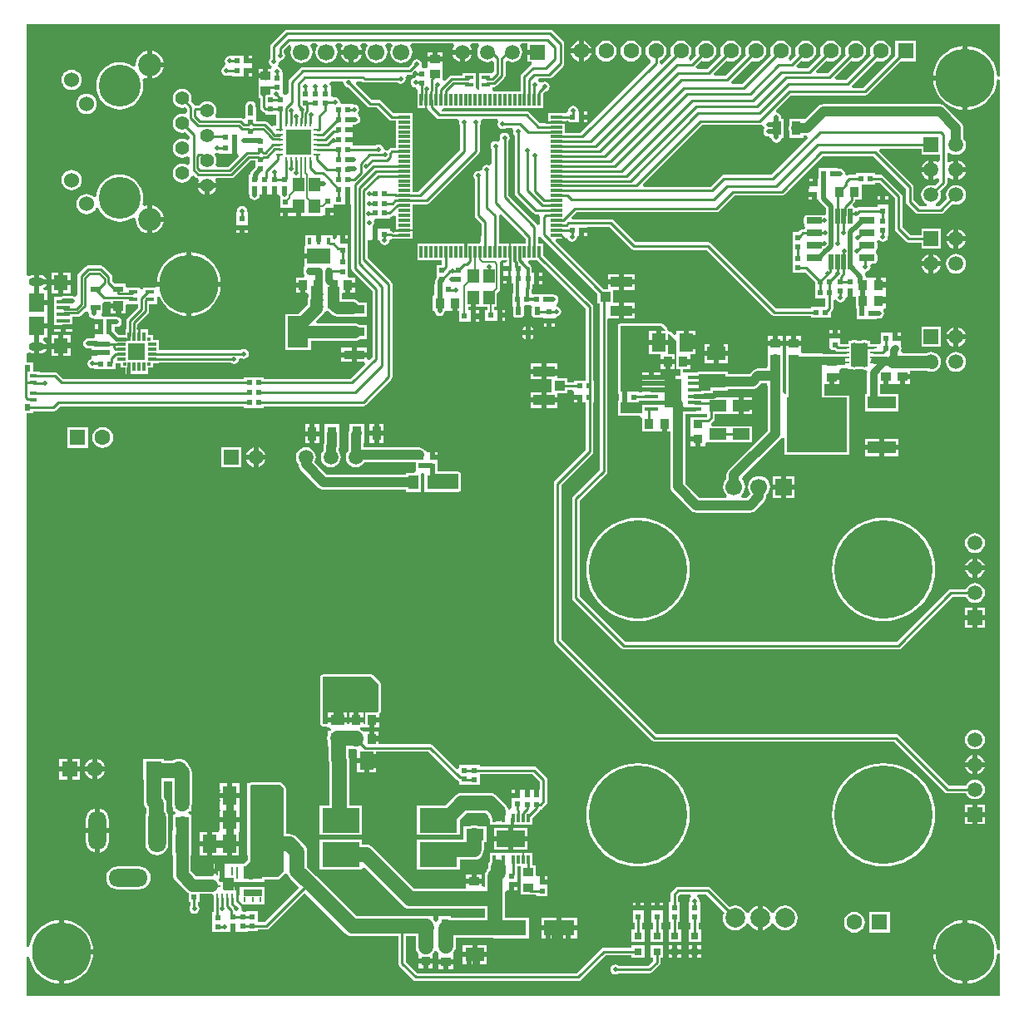
<source format=gtl>
G04*
G04 #@! TF.GenerationSoftware,Altium Limited,Altium Designer,22.2.1 (43)*
G04*
G04 Layer_Physical_Order=1*
G04 Layer_Color=255*
%FSAX24Y24*%
%MOIN*%
G70*
G04*
G04 #@! TF.SameCoordinates,9FECD9A3-9FBE-45D8-96C7-32EA53B7FBE5*
G04*
G04*
G04 #@! TF.FilePolarity,Positive*
G04*
G01*
G75*
%ADD10C,0.0098*%
%ADD11C,0.0100*%
%ADD16C,0.0050*%
%ADD17C,0.0300*%
%ADD24R,0.0866X0.0433*%
%ADD25R,0.0433X0.0394*%
G04:AMPARAMS|DCode=26|XSize=61mil|YSize=23.6mil|CornerRadius=2mil|HoleSize=0mil|Usage=FLASHONLY|Rotation=180.000|XOffset=0mil|YOffset=0mil|HoleType=Round|Shape=RoundedRectangle|*
%AMROUNDEDRECTD26*
21,1,0.0610,0.0196,0,0,180.0*
21,1,0.0570,0.0236,0,0,180.0*
1,1,0.0040,-0.0285,0.0098*
1,1,0.0040,0.0285,0.0098*
1,1,0.0040,0.0285,-0.0098*
1,1,0.0040,-0.0285,-0.0098*
%
%ADD26ROUNDEDRECTD26*%
%ADD27R,0.0374X0.0551*%
%ADD28R,0.0244X0.0244*%
%ADD29R,0.0413X0.0551*%
%ADD30R,0.0276X0.0098*%
%ADD31R,0.0650X0.0937*%
%ADD32R,0.0394X0.0374*%
%ADD33R,0.0244X0.0244*%
%ADD34R,0.1120X0.0650*%
%ADD35R,0.0120X0.0350*%
G04:AMPARAMS|DCode=36|XSize=17.7mil|YSize=61mil|CornerRadius=1.9mil|HoleSize=0mil|Usage=FLASHONLY|Rotation=180.000|XOffset=0mil|YOffset=0mil|HoleType=Round|Shape=RoundedRectangle|*
%AMROUNDEDRECTD36*
21,1,0.0177,0.0571,0,0,180.0*
21,1,0.0138,0.0610,0,0,180.0*
1,1,0.0039,-0.0069,0.0286*
1,1,0.0039,0.0069,0.0286*
1,1,0.0039,0.0069,-0.0286*
1,1,0.0039,-0.0069,-0.0286*
%
%ADD36ROUNDEDRECTD36*%
%ADD37R,0.0374X0.0394*%
%ADD38R,0.0244X0.0228*%
%ADD39R,0.0236X0.0244*%
%ADD40R,0.0228X0.0244*%
%ADD41R,0.0354X0.0394*%
%ADD42R,0.1122X0.0492*%
%ADD43R,0.2402X0.2185*%
%ADD44R,0.0354X0.0157*%
%ADD45R,0.0827X0.0354*%
%ADD46R,0.0827X0.1260*%
%ADD47R,0.0728X0.0315*%
%ADD48R,0.0354X0.0098*%
%ADD49R,0.0098X0.0354*%
%ADD50R,0.0098X0.0512*%
%ADD51R,0.0098X0.0197*%
%ADD52R,0.0571X0.0748*%
%ADD53R,0.0315X0.0315*%
%ADD54R,0.0248X0.0260*%
%ADD55R,0.0315X0.0157*%
%ADD56R,0.0472X0.0118*%
%ADD57R,0.0118X0.0472*%
G04:AMPARAMS|DCode=58|XSize=21.7mil|YSize=31.5mil|CornerRadius=1.9mil|HoleSize=0mil|Usage=FLASHONLY|Rotation=0.000|XOffset=0mil|YOffset=0mil|HoleType=Round|Shape=RoundedRectangle|*
%AMROUNDEDRECTD58*
21,1,0.0217,0.0276,0,0,0.0*
21,1,0.0178,0.0315,0,0,0.0*
1,1,0.0039,0.0089,-0.0138*
1,1,0.0039,-0.0089,-0.0138*
1,1,0.0039,-0.0089,0.0138*
1,1,0.0039,0.0089,0.0138*
%
%ADD58ROUNDEDRECTD58*%
%ADD59R,0.0709X0.0453*%
%ADD60R,0.0374X0.0374*%
%ADD61R,0.0551X0.0177*%
%ADD62R,0.0689X0.1157*%
%ADD63R,0.0748X0.0571*%
%ADD64R,0.0394X0.0374*%
%ADD65R,0.0453X0.0551*%
%ADD66R,0.0374X0.0394*%
%ADD67R,0.0244X0.0236*%
%ADD68R,0.0272X0.0110*%
%ADD69R,0.0110X0.0272*%
%ADD70R,0.0984X0.0984*%
%ADD71R,0.0177X0.0295*%
%ADD72R,0.0945X0.0630*%
%ADD73R,0.0118X0.0354*%
%ADD74R,0.0354X0.0118*%
%ADD75R,0.0118X0.0118*%
%ADD76R,0.0394X0.0236*%
%ADD77R,0.0394X0.0394*%
%ADD78R,0.0551X0.0630*%
%ADD79R,0.0610X0.0748*%
%ADD80R,0.0531X0.0157*%
%ADD81R,0.0551X0.0413*%
%ADD82R,0.1516X0.0984*%
%ADD83R,0.0425X0.0362*%
%ADD84R,0.1240X0.0630*%
%ADD85R,0.0394X0.0354*%
%ADD86R,0.0315X0.0709*%
%ADD131R,0.0709X0.0709*%
%ADD164C,0.0400*%
%ADD165C,0.0200*%
%ADD166C,0.0600*%
%ADD167C,0.0500*%
%ADD168C,0.0180*%
%ADD169C,0.0080*%
%ADD170C,0.0290*%
%ADD171C,0.0120*%
%ADD172C,0.0150*%
%ADD173R,0.1050X0.0599*%
%ADD174R,0.1330X0.1846*%
%ADD175R,0.1089X0.0380*%
%ADD176R,0.0450X0.0860*%
%ADD177R,0.0450X0.0690*%
%ADD178C,0.1680*%
%ADD179C,0.0927*%
%ADD180C,0.0550*%
%ADD181C,0.0602*%
%ADD182C,0.0630*%
%ADD183R,0.0630X0.0630*%
%ADD184C,0.0787*%
%ADD185C,0.3937*%
%ADD186R,0.0594X0.0594*%
%ADD187C,0.0594*%
%ADD188R,0.0669X0.0669*%
%ADD189C,0.0669*%
%ADD190C,0.2362*%
%ADD191C,0.0591*%
%ADD192R,0.0591X0.0591*%
%ADD193R,0.0591X0.0591*%
%ADD194O,0.0709X0.1772*%
%ADD195O,0.1575X0.0709*%
%ADD196O,0.0709X0.1575*%
%ADD197O,0.0630X0.0354*%
%ADD198C,0.0197*%
%ADD199C,0.0500*%
%ADD200C,0.0260*%
G36*
X033684Y053637D02*
X033655Y053599D01*
X033615Y053503D01*
X033601Y053400D01*
X033615Y053297D01*
X033655Y053201D01*
X033718Y053118D01*
X033801Y053055D01*
X033897Y053015D01*
X034000Y053001D01*
X034103Y053015D01*
X034169Y053042D01*
X034248Y053004D01*
X034269Y052982D01*
Y052647D01*
X034222Y052566D01*
X033667D01*
Y052209D01*
Y051907D01*
X033649Y051894D01*
X033647D01*
X033553Y051986D01*
Y052209D01*
Y052566D01*
X032998D01*
Y052461D01*
X032576D01*
X032576Y052461D01*
X032518Y052449D01*
X032468Y052416D01*
X032297Y052245D01*
X032197Y052286D01*
Y052718D01*
X032197Y052802D01*
X032197Y052902D01*
Y053005D01*
X031603D01*
Y052902D01*
X031603Y052839D01*
X031603Y052818D01*
X031553Y052739D01*
X031424D01*
X031368Y052836D01*
X031369Y052839D01*
X031383Y052913D01*
X031368Y052991D01*
X031324Y053056D01*
X031259Y053100D01*
X031181Y053116D01*
X031104Y053100D01*
X031038Y053056D01*
X030994Y052991D01*
X030982Y052931D01*
X030844Y052793D01*
X026620D01*
X026561Y052781D01*
X026512Y052748D01*
X026072Y052308D01*
X026039Y052259D01*
X026027Y052200D01*
Y051742D01*
X025947Y051693D01*
X025868D01*
X025797Y051764D01*
Y052126D01*
Y052562D01*
X025797D01*
X025769Y052650D01*
X025762Y052683D01*
X025718Y052748D01*
X025653Y052792D01*
X025646Y052800D01*
X025616Y052901D01*
X025637Y052933D01*
X025644Y052967D01*
X025700Y053058D01*
X025777Y053073D01*
X025843Y053117D01*
X025887Y053183D01*
X025902Y053260D01*
X025887Y053337D01*
X025853Y053388D01*
Y053477D01*
X026060Y053683D01*
X026100Y053677D01*
X026109Y053671D01*
X026158Y053566D01*
X026137Y053513D01*
X026122Y053400D01*
X026137Y053287D01*
X026180Y053181D01*
X026250Y053090D01*
X026341Y053020D01*
X026447Y052977D01*
X026560Y052962D01*
X026673Y052977D01*
X026779Y053020D01*
X026870Y053090D01*
X026940Y053181D01*
X026983Y053287D01*
X026998Y053400D01*
X026983Y053513D01*
X026940Y053619D01*
X026926Y053637D01*
X026975Y053737D01*
X027145D01*
X027194Y053637D01*
X027180Y053619D01*
X027137Y053513D01*
X027122Y053400D01*
X027137Y053287D01*
X027180Y053181D01*
X027250Y053090D01*
X027341Y053020D01*
X027447Y052977D01*
X027560Y052962D01*
X027673Y052977D01*
X027779Y053020D01*
X027870Y053090D01*
X027940Y053181D01*
X027983Y053287D01*
X027998Y053400D01*
X027983Y053513D01*
X027940Y053619D01*
X027926Y053637D01*
X027975Y053737D01*
X028145D01*
X028194Y053637D01*
X028180Y053619D01*
X028137Y053513D01*
X028135Y053500D01*
X028985D01*
X028983Y053513D01*
X028940Y053619D01*
X028926Y053637D01*
X028975Y053737D01*
X029145D01*
X029194Y053637D01*
X029180Y053619D01*
X029137Y053513D01*
X029122Y053400D01*
X029137Y053287D01*
X029180Y053181D01*
X029250Y053090D01*
X029341Y053020D01*
X029447Y052977D01*
X029560Y052962D01*
X029673Y052977D01*
X029779Y053020D01*
X029870Y053090D01*
X029940Y053181D01*
X029983Y053287D01*
X029998Y053400D01*
X029983Y053513D01*
X029940Y053619D01*
X029926Y053637D01*
X029975Y053737D01*
X030145D01*
X030194Y053637D01*
X030180Y053619D01*
X030137Y053513D01*
X030122Y053400D01*
X030137Y053287D01*
X030180Y053181D01*
X030250Y053090D01*
X030341Y053020D01*
X030447Y052977D01*
X030560Y052962D01*
X030673Y052977D01*
X030779Y053020D01*
X030870Y053090D01*
X030940Y053181D01*
X030983Y053287D01*
X030998Y053400D01*
X030983Y053513D01*
X030940Y053619D01*
X030926Y053637D01*
X030975Y053737D01*
X032634D01*
X032684Y053637D01*
X032655Y053599D01*
X032615Y053503D01*
X032614Y053500D01*
X033000D01*
X033386D01*
X033385Y053503D01*
X033345Y053599D01*
X033316Y053637D01*
X033366Y053737D01*
X033634D01*
X033684Y053637D01*
D02*
G37*
G36*
X035605Y053500D02*
X036000D01*
Y053300D01*
X035605D01*
Y053005D01*
X035781D01*
X035790Y052905D01*
X035773Y052901D01*
X035724Y052868D01*
X035384Y052528D01*
X035350Y052479D01*
X035339Y052420D01*
Y051817D01*
X034279D01*
X034222Y051894D01*
Y051999D01*
X034265D01*
X034323Y052011D01*
X034373Y052044D01*
X034686Y052357D01*
X034719Y052407D01*
X034731Y052465D01*
Y052982D01*
X034752Y053004D01*
X034831Y053042D01*
X034897Y053015D01*
X035000Y053001D01*
X035103Y053015D01*
X035199Y053055D01*
X035282Y053118D01*
X035345Y053201D01*
X035385Y053297D01*
X035399Y053400D01*
X035385Y053503D01*
X035345Y053599D01*
X035316Y053637D01*
X035366Y053737D01*
X035605D01*
Y053500D01*
D02*
G37*
G36*
X054530Y052425D02*
X054430Y052422D01*
X054419Y052563D01*
X054372Y052759D01*
X054295Y052946D01*
X054189Y053118D01*
X054058Y053271D01*
X053905Y053402D01*
X053733Y053507D01*
X053547Y053584D01*
X053351Y053631D01*
X053250Y053639D01*
Y052362D01*
Y051085D01*
X053351Y051093D01*
X053547Y051140D01*
X053733Y051217D01*
X053905Y051323D01*
X054058Y051454D01*
X054189Y051607D01*
X054295Y051779D01*
X054372Y051965D01*
X054419Y052161D01*
X054430Y052303D01*
X054530Y052299D01*
Y017386D01*
X054430Y017382D01*
X054419Y017524D01*
X054372Y017720D01*
X054295Y017906D01*
X054189Y018078D01*
X054058Y018232D01*
X053905Y018362D01*
X053733Y018468D01*
X053547Y018545D01*
X053351Y018592D01*
X053250Y018600D01*
Y017323D01*
Y016046D01*
X053351Y016054D01*
X053547Y016101D01*
X053733Y016178D01*
X053905Y016283D01*
X054058Y016414D01*
X054189Y016567D01*
X054295Y016739D01*
X054372Y016926D01*
X054419Y017122D01*
X054430Y017264D01*
X054530Y017260D01*
Y015560D01*
X015570D01*
X015560Y015564D01*
Y017117D01*
X015660Y017122D01*
X015707Y016926D01*
X015784Y016739D01*
X015890Y016567D01*
X016020Y016414D01*
X016174Y016283D01*
X016346Y016178D01*
X016532Y016101D01*
X016728Y016054D01*
X016829Y016046D01*
Y017323D01*
Y018600D01*
X016728Y018592D01*
X016532Y018545D01*
X016346Y018468D01*
X016174Y018362D01*
X016020Y018232D01*
X015890Y018078D01*
X015784Y017906D01*
X015707Y017720D01*
X015660Y017524D01*
X015560Y017529D01*
Y021030D01*
Y038906D01*
X015804D01*
Y038983D01*
X016596D01*
X016655Y038995D01*
X016704Y039028D01*
X016873Y039197D01*
X024251D01*
Y039128D01*
X025049D01*
Y039197D01*
X029030D01*
X029089Y039209D01*
X029138Y039242D01*
X030158Y040262D01*
X030191Y040311D01*
X030203Y040370D01*
Y044082D01*
X030191Y044140D01*
X030158Y044190D01*
X029205Y045143D01*
Y045859D01*
X029301Y045868D01*
Y045868D01*
X029423D01*
Y046090D01*
Y046383D01*
X029422Y046384D01*
X029416Y046412D01*
X029457Y046473D01*
X029472Y046550D01*
X029459Y046618D01*
X029462Y046634D01*
X029517Y046718D01*
X030104D01*
Y046790D01*
X030148Y046799D01*
X030198Y046832D01*
X030233Y046867D01*
X030333Y046825D01*
Y046215D01*
X030227D01*
X030221Y046218D01*
X030163Y046230D01*
X030099D01*
Y046312D01*
X029623D01*
Y046090D01*
Y045868D01*
X029680D01*
X029681Y045867D01*
X029696Y045789D01*
X029740Y045724D01*
X029806Y045680D01*
X029883Y045664D01*
X029961Y045680D01*
X030026Y045724D01*
X030070Y045789D01*
X030079Y045834D01*
X030080Y045836D01*
X030155Y045897D01*
X030178Y045909D01*
X030663D01*
X030663Y045909D01*
X031005D01*
Y046106D01*
Y046227D01*
X030669D01*
Y046302D01*
X031005D01*
Y046499D01*
Y046893D01*
Y047293D01*
X031580D01*
X031638Y047304D01*
X031688Y047338D01*
X033651Y049301D01*
X033685Y049351D01*
X033696Y049409D01*
Y050462D01*
X033730Y050513D01*
X033746Y050591D01*
X033740Y050617D01*
X033809Y050717D01*
X034406D01*
X034453Y050617D01*
X034433Y050587D01*
X034418Y050510D01*
X034433Y050433D01*
X034477Y050367D01*
X034543Y050323D01*
X034620Y050308D01*
X034697Y050323D01*
X034748Y050357D01*
X034979D01*
X035000Y050338D01*
X035047Y050257D01*
X035038Y050210D01*
X035053Y050133D01*
X035097Y050067D01*
X035107Y050060D01*
Y047750D01*
X035119Y047691D01*
X035152Y047642D01*
X035850Y046944D01*
X035899Y046911D01*
X035958Y046899D01*
X036056D01*
X036076Y046879D01*
X036123Y046799D01*
X036117Y046770D01*
Y046484D01*
X036077Y046470D01*
X036017Y046468D01*
X035993Y046503D01*
X034853Y047643D01*
Y049832D01*
X034887Y049883D01*
X034902Y049960D01*
X034887Y050037D01*
X034843Y050103D01*
X034777Y050147D01*
X034700Y050162D01*
X034623Y050147D01*
X034557Y050103D01*
X034513Y050037D01*
X034498Y049960D01*
X034513Y049883D01*
X034453Y049793D01*
X034447Y049790D01*
X034407Y049817D01*
X034330Y049832D01*
X034253Y049817D01*
X034187Y049773D01*
X034143Y049707D01*
X034128Y049630D01*
X034143Y049553D01*
X034177Y049502D01*
Y048904D01*
X034077Y048850D01*
X034067Y048857D01*
X033990Y048872D01*
X033913Y048857D01*
X033847Y048813D01*
X033803Y048747D01*
X033794Y048703D01*
X033754Y048657D01*
X033693Y048634D01*
X033650Y048642D01*
X033573Y048627D01*
X033507Y048583D01*
X033463Y048517D01*
X033448Y048440D01*
X033463Y048363D01*
X033497Y048312D01*
Y046840D01*
X033509Y046781D01*
X033542Y046732D01*
X033764Y046510D01*
Y046046D01*
X033755Y046002D01*
Y045837D01*
X033760Y045815D01*
X033705Y045715D01*
X033167D01*
Y045379D01*
X033092D01*
Y045715D01*
X031199D01*
Y045043D01*
X032189D01*
Y044869D01*
X031968D01*
Y044345D01*
X031936Y044298D01*
X031921Y044220D01*
Y044092D01*
X031881D01*
Y043648D01*
X031818Y043617D01*
Y043023D01*
X031893D01*
Y043020D01*
X031909Y042942D01*
X031953Y042876D01*
X032019Y042832D01*
X032097Y042816D01*
X032175Y042832D01*
X032242Y042876D01*
X032286Y042942D01*
X032299Y043007D01*
X032392Y043023D01*
X032408D01*
Y043023D01*
X032595D01*
Y043320D01*
X032795D01*
Y043023D01*
X032865D01*
Y042600D01*
X033341D01*
Y042822D01*
Y043044D01*
X033230D01*
Y043180D01*
X033334D01*
Y043555D01*
X033534D01*
Y043180D01*
X034000D01*
Y043062D01*
X033921D01*
Y042618D01*
X034397D01*
Y042840D01*
Y043062D01*
X034285D01*
Y043180D01*
X034390D01*
Y043729D01*
X034481Y043820D01*
X034481Y043820D01*
X034512Y043866D01*
X034523Y043921D01*
Y044896D01*
X034514Y044943D01*
X034515Y044957D01*
X034542Y045013D01*
X034571Y045043D01*
X034813D01*
X034813Y045042D01*
X034744Y044942D01*
X034651D01*
Y044820D01*
X034873D01*
Y044620D01*
X034651D01*
Y044498D01*
Y044430D01*
X034873D01*
Y044330D01*
X034973D01*
Y044108D01*
X035060D01*
Y043712D01*
X035001D01*
Y043268D01*
X035001Y043268D01*
X035051Y043168D01*
X035045Y043141D01*
Y042865D01*
X035054Y042819D01*
X035081Y042779D01*
X035120Y042753D01*
X035167Y042743D01*
X035345D01*
X035391Y042753D01*
X035431Y042779D01*
X035457Y042819D01*
X035466Y042865D01*
Y043141D01*
X035461Y043168D01*
X035498Y043237D01*
X035524Y043268D01*
X035736D01*
X035776Y043220D01*
X035784Y043208D01*
X035797Y043158D01*
X035793Y043141D01*
Y042865D01*
X035803Y042819D01*
X035829Y042779D01*
X035868Y042753D01*
X035915Y042743D01*
X036093D01*
X036139Y042753D01*
X036168Y042772D01*
X036204Y042766D01*
X036268Y042732D01*
Y042723D01*
X036490D01*
X036728D01*
X036770Y042788D01*
X036847Y042803D01*
X036913Y042847D01*
X036957Y042913D01*
X036972Y042990D01*
X036957Y043068D01*
X036913Y043133D01*
X036847Y043177D01*
X036811Y043184D01*
X036791Y043208D01*
X036800Y043335D01*
X036844Y043401D01*
X036860Y043479D01*
X036844Y043557D01*
X036800Y043623D01*
X036734Y043667D01*
X036656Y043683D01*
X036569D01*
Y043702D01*
X035799D01*
Y043712D01*
X035770D01*
Y043848D01*
X035783Y043868D01*
X035796Y043930D01*
Y044098D01*
X035887D01*
Y044320D01*
Y044542D01*
X035792D01*
Y044717D01*
X035780Y044779D01*
X035744Y044832D01*
X035634Y044943D01*
X035674Y045040D01*
X035677Y045043D01*
X036025D01*
X037947Y043121D01*
Y040230D01*
X037480D01*
Y040161D01*
X037220D01*
Y040316D01*
X036807D01*
Y040490D01*
X036374D01*
Y040273D01*
X036587D01*
Y039765D01*
X036374D01*
Y039548D01*
X036807D01*
Y039722D01*
X037220D01*
Y039855D01*
X037426D01*
X037480Y039795D01*
Y039786D01*
X037491Y039782D01*
Y039660D01*
X037705D01*
Y039560D01*
X037805D01*
Y039338D01*
X037947D01*
Y037443D01*
X036712Y036208D01*
X036679Y036159D01*
X036667Y036100D01*
Y029800D01*
X036679Y029741D01*
X036712Y029692D01*
X040617Y025787D01*
X040666Y025754D01*
X040725Y025742D01*
X050312D01*
X052327Y023726D01*
X052377Y023693D01*
X052435Y023682D01*
X053179D01*
X053198Y023635D01*
X053261Y023553D01*
X053344Y023489D01*
X053440Y023450D01*
X053543Y023436D01*
X053646Y023450D01*
X053743Y023489D01*
X053825Y023553D01*
X053889Y023635D01*
X053928Y023731D01*
X053942Y023835D01*
X053928Y023938D01*
X053889Y024034D01*
X053825Y024117D01*
X053743Y024180D01*
X053646Y024220D01*
X053543Y024233D01*
X053440Y024220D01*
X053344Y024180D01*
X053261Y024117D01*
X053198Y024034D01*
X053179Y023988D01*
X052499D01*
X050483Y026003D01*
X050434Y026036D01*
X050375Y026048D01*
X040788D01*
X036973Y029863D01*
Y036037D01*
X038208Y037272D01*
X038241Y037321D01*
X038253Y037380D01*
Y039338D01*
X038289D01*
Y039782D01*
X038278Y039786D01*
Y040230D01*
X038253D01*
Y043184D01*
X038241Y043242D01*
X038208Y043292D01*
X036241Y045259D01*
Y045715D01*
X036038D01*
Y045983D01*
X036079Y045997D01*
X036138Y046000D01*
X036162Y045964D01*
X038424Y043703D01*
Y043306D01*
X038508D01*
Y036645D01*
X037452Y035588D01*
X037419Y035539D01*
X037407Y035480D01*
Y031520D01*
X037419Y031461D01*
X037452Y031412D01*
X039382Y029482D01*
X039431Y029449D01*
X039490Y029437D01*
X050470D01*
X050529Y029449D01*
X050578Y029482D01*
X052652Y031556D01*
X053179D01*
X053198Y031509D01*
X053261Y031427D01*
X053344Y031363D01*
X053440Y031324D01*
X053543Y031310D01*
X053646Y031324D01*
X053743Y031363D01*
X053825Y031427D01*
X053889Y031509D01*
X053928Y031605D01*
X053942Y031709D01*
X053928Y031812D01*
X053889Y031908D01*
X053825Y031991D01*
X053743Y032054D01*
X053646Y032094D01*
X053543Y032107D01*
X053440Y032094D01*
X053344Y032054D01*
X053261Y031991D01*
X053198Y031908D01*
X053179Y031862D01*
X052589D01*
X052530Y031850D01*
X052481Y031817D01*
X050407Y029743D01*
X039553D01*
X037713Y031583D01*
Y035417D01*
X038770Y036473D01*
X038803Y036523D01*
X038814Y036581D01*
Y042624D01*
X038837Y042715D01*
X039270D01*
Y043032D01*
Y043348D01*
X039057D01*
Y043857D01*
X039270D01*
Y044073D01*
X038837D01*
Y043899D01*
X038660D01*
X036742Y045816D01*
X036781Y045909D01*
X037107D01*
Y045931D01*
X037207Y045941D01*
X037213Y045913D01*
X037257Y045847D01*
X037323Y045803D01*
X037400Y045788D01*
X037477Y045803D01*
X037543Y045847D01*
X037587Y045913D01*
X037602Y045990D01*
X037625Y046018D01*
X037674D01*
Y046240D01*
X037774D01*
Y046340D01*
X037996D01*
Y046387D01*
X038897D01*
X039772Y045512D01*
X039821Y045479D01*
X039880Y045467D01*
X042797D01*
X045412Y042852D01*
X045461Y042819D01*
X045520Y042807D01*
X046966D01*
Y042738D01*
X047764D01*
Y042966D01*
X047817Y043019D01*
X047850Y043068D01*
X047862Y043127D01*
Y043446D01*
X047962Y043485D01*
X047995Y043450D01*
X048017Y043417D01*
X048083Y043373D01*
X048160Y043358D01*
X048237Y043373D01*
X048303Y043417D01*
X048347Y043483D01*
X048362Y043560D01*
X048396Y043601D01*
X048450D01*
Y043815D01*
X048650D01*
Y043601D01*
X048763D01*
Y043133D01*
X048801D01*
Y042698D01*
X049599D01*
Y042716D01*
X049700D01*
X049778Y042732D01*
X049844Y042776D01*
X049888Y042842D01*
X049904Y042920D01*
X049888Y042998D01*
X049865Y043033D01*
X049906Y043129D01*
X049909Y043133D01*
X049967D01*
Y043330D01*
X049680D01*
Y043530D01*
X049967D01*
Y043665D01*
X049967Y043727D01*
X049962Y043825D01*
Y043960D01*
X049675D01*
Y044060D01*
X049575D01*
Y044357D01*
X049432D01*
X049360Y044357D01*
X049288Y044357D01*
X049162D01*
Y044401D01*
X049146Y044479D01*
X049139Y044490D01*
X049145Y044519D01*
X049190Y044594D01*
X049237Y044603D01*
X049303Y044647D01*
X049347Y044713D01*
X049362Y044790D01*
X049356Y044820D01*
X049418Y044912D01*
X049431Y044920D01*
X049508D01*
X049555Y044929D01*
X049595Y044955D01*
X049621Y044995D01*
X049630Y045042D01*
Y045238D01*
X049621Y045285D01*
X049595Y045325D01*
X049580Y045334D01*
X049574Y045357D01*
Y045423D01*
X049580Y045446D01*
X049595Y045455D01*
X049621Y045495D01*
X049630Y045542D01*
Y045738D01*
X049621Y045785D01*
X049612Y045798D01*
X049634Y045857D01*
X049703Y045860D01*
X049710Y045857D01*
X049717Y045847D01*
X049783Y045803D01*
X049860Y045788D01*
X049937Y045803D01*
X050003Y045847D01*
X050035Y045895D01*
X050047Y045913D01*
X050060Y045974D01*
X050082Y046051D01*
X050082Y046143D01*
Y046421D01*
Y046816D01*
Y047186D01*
Y047300D01*
X049638D01*
Y047183D01*
X048926D01*
X048868Y047171D01*
X048826Y047144D01*
X048799Y047142D01*
X048711Y047160D01*
X048699Y047177D01*
X048679Y047191D01*
X048655Y047270D01*
X048653Y047307D01*
X048706Y047360D01*
X048739Y047409D01*
X048751Y047468D01*
Y047483D01*
X049002D01*
Y048077D01*
X049093Y048098D01*
X049559D01*
Y048167D01*
X049717D01*
X050327Y047557D01*
Y046310D01*
X050339Y046251D01*
X050372Y046202D01*
X050768Y045806D01*
X050817Y045773D01*
X050876Y045761D01*
X051395D01*
Y045519D01*
X052185D01*
Y046309D01*
X051395D01*
Y046067D01*
X050939D01*
X050633Y046373D01*
Y047620D01*
X050621Y047679D01*
X050588Y047728D01*
X049888Y048428D01*
X049839Y048461D01*
X049780Y048473D01*
X049559D01*
Y048542D01*
X048761D01*
Y048473D01*
X048510D01*
X048451Y048461D01*
X048432Y048448D01*
X048341Y048502D01*
X048340Y048503D01*
X048344Y048520D01*
X048328Y048598D01*
X048284Y048664D01*
X048218Y048708D01*
X048140Y048724D01*
X048059D01*
Y048742D01*
X047261D01*
Y048332D01*
X047236D01*
Y048110D01*
X047136D01*
Y048010D01*
X046914D01*
Y047922D01*
X046891D01*
Y047800D01*
X047113D01*
Y047700D01*
X047213D01*
Y047478D01*
X047272D01*
X047279Y047445D01*
X047323Y047379D01*
X047561Y047141D01*
Y046896D01*
X047520Y046862D01*
X047443Y046847D01*
X047439Y046844D01*
X047429Y046851D01*
X047382Y046860D01*
X046812D01*
X046765Y046851D01*
X046725Y046825D01*
X046699Y046785D01*
X046690Y046738D01*
Y046542D01*
X046699Y046495D01*
X046725Y046455D01*
X046727Y046354D01*
X046673Y046293D01*
X046642D01*
X046583Y046281D01*
X046534Y046248D01*
X046460Y046174D01*
X046238D01*
Y045746D01*
Y045376D01*
X046238D01*
Y045344D01*
X046238D01*
Y044916D01*
Y044546D01*
X046682D01*
Y044546D01*
X046782Y044547D01*
X047129Y044200D01*
Y043972D01*
X047129D01*
Y043966D01*
X047129D01*
Y043522D01*
X047556D01*
Y043190D01*
X047548Y043182D01*
X046966D01*
Y043113D01*
X045583D01*
X042968Y045728D01*
X042919Y045761D01*
X042860Y045773D01*
X039943D01*
X039068Y046648D01*
X039019Y046681D01*
X038960Y046693D01*
X037420D01*
X037382Y046785D01*
X037569Y046973D01*
X043176D01*
X043235Y046985D01*
X043284Y047018D01*
X043903Y047637D01*
X045800D01*
X045859Y047649D01*
X045908Y047682D01*
X047453Y049227D01*
X049467D01*
X050777Y047917D01*
Y047400D01*
X050789Y047341D01*
X050822Y047292D01*
X051162Y046952D01*
X051211Y046919D01*
X051270Y046907D01*
X052180D01*
X052239Y046919D01*
X052288Y046952D01*
X052640Y047304D01*
X052687Y047285D01*
X052790Y047271D01*
X052893Y047285D01*
X052989Y047325D01*
X053072Y047388D01*
X053135Y047471D01*
X053175Y047567D01*
X053189Y047670D01*
X053175Y047773D01*
X053135Y047869D01*
X053072Y047952D01*
X052989Y048015D01*
X052893Y048055D01*
X052790Y048069D01*
X052687Y048055D01*
X052591Y048015D01*
X052508Y047952D01*
X052445Y047869D01*
X052405Y047773D01*
X052391Y047670D01*
X052405Y047567D01*
X052424Y047520D01*
X052117Y047213D01*
X051981D01*
X051961Y047313D01*
X051989Y047325D01*
X052072Y047388D01*
X052135Y047471D01*
X052175Y047567D01*
X052189Y047670D01*
X052175Y047773D01*
X052156Y047820D01*
X052388Y048052D01*
X052421Y048101D01*
X052433Y048160D01*
Y048325D01*
X052451Y048340D01*
X052533Y048369D01*
X052591Y048325D01*
X052687Y048285D01*
X052690Y048284D01*
Y048670D01*
Y049056D01*
X052687Y049055D01*
X052591Y049015D01*
X052533Y048971D01*
X052451Y049000D01*
X052433Y049015D01*
Y049325D01*
X052451Y049340D01*
X052533Y049369D01*
X052591Y049325D01*
X052687Y049285D01*
X052790Y049271D01*
X052893Y049285D01*
X052989Y049325D01*
X053072Y049388D01*
X053135Y049471D01*
X053175Y049567D01*
X053189Y049670D01*
X053175Y049773D01*
X053135Y049869D01*
X053093Y049925D01*
Y050350D01*
X053082Y050428D01*
X053052Y050501D01*
X053004Y050564D01*
X052344Y051224D01*
X052281Y051272D01*
X052208Y051302D01*
X052130Y051313D01*
X047467D01*
X047388Y051302D01*
X047315Y051272D01*
X047253Y051224D01*
X047253Y051224D01*
X046764Y050735D01*
X046672Y050716D01*
Y050716D01*
X046098D01*
Y050432D01*
X046093Y050419D01*
X046082Y050341D01*
X046093Y050262D01*
X046098Y050250D01*
Y049965D01*
X046672D01*
Y050038D01*
X046797D01*
X046812Y050040D01*
X046859Y049945D01*
X045387Y048473D01*
X043477D01*
X043419Y048461D01*
X043369Y048428D01*
X042934Y047992D01*
X040268D01*
X040230Y048085D01*
X042622Y050477D01*
X044921D01*
X044960Y050485D01*
X045008Y050470D01*
X045071Y050430D01*
X045073Y050423D01*
X045117Y050357D01*
X045125Y050351D01*
X045083Y050289D01*
X045067Y050211D01*
X045083Y050133D01*
X045127Y050067D01*
X045193Y050022D01*
X045271Y050007D01*
X045311D01*
Y049965D01*
X045388D01*
X045403Y049893D01*
X045447Y049827D01*
X045513Y049782D01*
X045591Y049767D01*
X045669Y049782D01*
X045735Y049827D01*
X045780Y049893D01*
X045794Y049965D01*
X045885D01*
Y050716D01*
X045785D01*
Y050771D01*
X045770Y050849D01*
X045725Y050915D01*
X045659Y050959D01*
X045617Y050968D01*
X045578Y051062D01*
X045577Y051070D01*
X046166Y051658D01*
X049135D01*
X049194Y051670D01*
X049243Y051703D01*
X050565Y053025D01*
X051179D01*
Y053854D01*
X050349D01*
Y053241D01*
X049072Y051964D01*
X048646D01*
X048604Y052064D01*
X049599Y053059D01*
X049655Y053035D01*
X049764Y053021D01*
X049872Y053035D01*
X049973Y053077D01*
X050060Y053144D01*
X050126Y053230D01*
X050168Y053331D01*
X050182Y053440D01*
X050168Y053548D01*
X050126Y053649D01*
X050060Y053735D01*
X049973Y053802D01*
X049872Y053844D01*
X049764Y053858D01*
X049655Y053844D01*
X049555Y053802D01*
X049468Y053735D01*
X049401Y053649D01*
X049359Y053548D01*
X049345Y053440D01*
X049359Y053331D01*
X049383Y053275D01*
X048387Y052279D01*
X047961D01*
X047919Y052379D01*
X048599Y053059D01*
X048655Y053035D01*
X048764Y053021D01*
X048872Y053035D01*
X048973Y053077D01*
X049060Y053144D01*
X049126Y053230D01*
X049168Y053331D01*
X049182Y053440D01*
X049168Y053548D01*
X049126Y053649D01*
X049060Y053735D01*
X048973Y053802D01*
X048872Y053844D01*
X048764Y053858D01*
X048655Y053844D01*
X048555Y053802D01*
X048468Y053735D01*
X048401Y053649D01*
X048359Y053548D01*
X048345Y053440D01*
X048359Y053331D01*
X048383Y053275D01*
X047662Y052555D01*
X047226D01*
X047187Y052647D01*
X047599Y053059D01*
X047655Y053035D01*
X047764Y053021D01*
X047872Y053035D01*
X047973Y053077D01*
X048060Y053144D01*
X048126Y053230D01*
X048168Y053331D01*
X048182Y053440D01*
X048168Y053548D01*
X048126Y053649D01*
X048060Y053735D01*
X047973Y053802D01*
X047872Y053844D01*
X047764Y053858D01*
X047655Y053844D01*
X047555Y053802D01*
X047468Y053735D01*
X047401Y053649D01*
X047359Y053548D01*
X047345Y053440D01*
X047359Y053331D01*
X047383Y053275D01*
X046859Y052751D01*
X046433D01*
X046392Y052851D01*
X046599Y053059D01*
X046655Y053035D01*
X046764Y053021D01*
X046872Y053035D01*
X046973Y053077D01*
X047060Y053144D01*
X047126Y053230D01*
X047168Y053331D01*
X047182Y053440D01*
X047168Y053548D01*
X047126Y053649D01*
X047060Y053735D01*
X046973Y053802D01*
X046872Y053844D01*
X046764Y053858D01*
X046655Y053844D01*
X046555Y053802D01*
X046468Y053735D01*
X046401Y053649D01*
X046360Y053548D01*
X046345Y053440D01*
X046360Y053331D01*
X046383Y053275D01*
X046167Y053059D01*
X046122Y053066D01*
X046108Y053083D01*
X046082Y053173D01*
X046126Y053230D01*
X046168Y053331D01*
X046182Y053440D01*
X046168Y053548D01*
X046126Y053649D01*
X046060Y053735D01*
X045973Y053802D01*
X045872Y053844D01*
X045764Y053858D01*
X045655Y053844D01*
X045555Y053802D01*
X045468Y053735D01*
X045401Y053649D01*
X045360Y053548D01*
X045345Y053440D01*
X045360Y053331D01*
X045383Y053275D01*
X044229Y052121D01*
X043803D01*
X043762Y052221D01*
X044599Y053059D01*
X044655Y053035D01*
X044764Y053021D01*
X044872Y053035D01*
X044973Y053077D01*
X045060Y053144D01*
X045126Y053230D01*
X045168Y053331D01*
X045182Y053440D01*
X045168Y053548D01*
X045126Y053649D01*
X045060Y053735D01*
X044973Y053802D01*
X044872Y053844D01*
X044764Y053858D01*
X044655Y053844D01*
X044555Y053802D01*
X044468Y053735D01*
X044401Y053649D01*
X044359Y053548D01*
X044345Y053440D01*
X044359Y053331D01*
X044383Y053275D01*
X043544Y052436D01*
X043118D01*
X043077Y052536D01*
X043599Y053059D01*
X043655Y053035D01*
X043764Y053021D01*
X043872Y053035D01*
X043973Y053077D01*
X044060Y053144D01*
X044126Y053230D01*
X044168Y053331D01*
X044182Y053440D01*
X044168Y053548D01*
X044126Y053649D01*
X044060Y053735D01*
X043973Y053802D01*
X043872Y053844D01*
X043764Y053858D01*
X043655Y053844D01*
X043555Y053802D01*
X043468Y053735D01*
X043401Y053649D01*
X043359Y053548D01*
X043345Y053440D01*
X043359Y053331D01*
X043383Y053275D01*
X042820Y052712D01*
X042394D01*
X042353Y052812D01*
X042599Y053059D01*
X042655Y053035D01*
X042764Y053021D01*
X042872Y053035D01*
X042973Y053077D01*
X043060Y053144D01*
X043126Y053230D01*
X043168Y053331D01*
X043182Y053440D01*
X043168Y053548D01*
X043126Y053649D01*
X043060Y053735D01*
X042973Y053802D01*
X042872Y053844D01*
X042764Y053858D01*
X042655Y053844D01*
X042555Y053802D01*
X042468Y053735D01*
X042401Y053649D01*
X042359Y053548D01*
X042345Y053440D01*
X042359Y053331D01*
X042383Y053275D01*
X042167Y053059D01*
X042122Y053066D01*
X042108Y053083D01*
X042082Y053173D01*
X042126Y053230D01*
X042168Y053331D01*
X042182Y053440D01*
X042168Y053548D01*
X042126Y053649D01*
X042060Y053735D01*
X041973Y053802D01*
X041872Y053844D01*
X041764Y053858D01*
X041655Y053844D01*
X041555Y053802D01*
X041468Y053735D01*
X041401Y053649D01*
X041360Y053548D01*
X041345Y053440D01*
X041360Y053331D01*
X041383Y053275D01*
X041004Y052896D01*
X040912Y052946D01*
X040917Y052969D01*
Y053054D01*
X040973Y053077D01*
X041060Y053144D01*
X041126Y053230D01*
X041168Y053331D01*
X041182Y053440D01*
X041168Y053548D01*
X041126Y053649D01*
X041060Y053735D01*
X040973Y053802D01*
X040872Y053844D01*
X040764Y053858D01*
X040655Y053844D01*
X040555Y053802D01*
X040468Y053735D01*
X040401Y053649D01*
X040360Y053548D01*
X040345Y053440D01*
X040360Y053331D01*
X040401Y053230D01*
X040468Y053144D01*
X040532Y053094D01*
X040552Y053012D01*
X040550Y052971D01*
X037737Y050158D01*
X037107D01*
Y050562D01*
X037201Y050578D01*
Y050578D01*
X037677D01*
Y050800D01*
Y051022D01*
X037657D01*
X037642Y051040D01*
X037627Y051117D01*
X037583Y051183D01*
X037517Y051227D01*
X037440Y051242D01*
X037363Y051227D01*
X037297Y051183D01*
X037253Y051117D01*
X037238Y051040D01*
X037223Y051022D01*
X037201D01*
Y050980D01*
X037107Y050951D01*
Y050951D01*
X037107Y050951D01*
X036435D01*
Y050551D01*
X036115D01*
X035688Y050978D01*
X035639Y051011D01*
X035580Y051023D01*
X032200D01*
X032185Y051045D01*
X032238Y051145D01*
X036241D01*
Y051734D01*
X036317Y051809D01*
X036377Y051821D01*
X036442Y051865D01*
X036486Y051930D01*
X036502Y052008D01*
X036486Y052085D01*
X036442Y052151D01*
X036377Y052195D01*
X036299Y052210D01*
X036222Y052195D01*
X036190Y052173D01*
X036114Y052176D01*
X036070Y052202D01*
X036043Y052243D01*
X036037Y052247D01*
X036067Y052347D01*
X036490D01*
X036549Y052359D01*
X036598Y052392D01*
X037038Y052832D01*
X037071Y052881D01*
X037083Y052940D01*
Y053730D01*
X037071Y053789D01*
X037038Y053838D01*
X036628Y054248D01*
X036579Y054281D01*
X036520Y054293D01*
X025970D01*
X025911Y054281D01*
X025862Y054248D01*
X025342Y053728D01*
X025309Y053679D01*
X025297Y053620D01*
Y053138D01*
X025263Y053087D01*
X025248Y053010D01*
X025263Y052933D01*
X025307Y052867D01*
X025368Y052826D01*
X025369Y052819D01*
X025332Y052726D01*
X025225D01*
Y052439D01*
X025125D01*
Y052339D01*
X024828D01*
Y052152D01*
X024828D01*
Y052136D01*
X024828D01*
Y051562D01*
X024894D01*
X024900Y051552D01*
Y051175D01*
X024912Y051117D01*
X024945Y051067D01*
X025004Y051009D01*
X025053Y050976D01*
X025103Y050966D01*
Y050895D01*
X025551D01*
Y050439D01*
X025446D01*
Y050439D01*
X025370Y050408D01*
X025187Y050590D01*
X025138Y050623D01*
X025080Y050635D01*
X024747D01*
Y051178D01*
X024724D01*
Y051230D01*
X024708Y051308D01*
X024664Y051374D01*
X024598Y051418D01*
X024520Y051434D01*
X024442Y051418D01*
X024376Y051374D01*
X024332Y051308D01*
X024316Y051230D01*
Y051178D01*
X024303D01*
Y050766D01*
X024260Y050735D01*
X024203Y050722D01*
X024161Y050751D01*
X024103Y050762D01*
X023158D01*
X023103Y050855D01*
X023141Y050946D01*
X023154Y051044D01*
X023141Y051142D01*
X023103Y051233D01*
X023043Y051312D01*
X022964Y051372D01*
X022873Y051410D01*
X022775Y051422D01*
X022677Y051410D01*
X022586Y051372D01*
X022508Y051312D01*
X022470Y051262D01*
X022300D01*
X022263Y051255D01*
X022263Y051255D01*
X022230Y051304D01*
X022230Y051304D01*
X022125Y051409D01*
X022141Y051446D01*
X022154Y051544D01*
X022141Y051642D01*
X022103Y051733D01*
X022043Y051812D01*
X021964Y051872D01*
X021873Y051910D01*
X021775Y051922D01*
X021677Y051910D01*
X021586Y051872D01*
X021508Y051812D01*
X021447Y051733D01*
X021410Y051642D01*
X021397Y051544D01*
X021410Y051446D01*
X021447Y051355D01*
X021508Y051276D01*
X021586Y051216D01*
X021677Y051178D01*
X021775Y051166D01*
X021873Y051178D01*
X021892Y051186D01*
X021970Y051123D01*
Y050978D01*
X021873Y050910D01*
X021870Y050910D01*
X021775Y050922D01*
X021677Y050910D01*
X021586Y050872D01*
X021508Y050812D01*
X021447Y050733D01*
X021410Y050642D01*
X021397Y050544D01*
X021410Y050446D01*
X021447Y050355D01*
X021508Y050276D01*
X021586Y050216D01*
X021677Y050178D01*
X021775Y050166D01*
X021873Y050178D01*
X021910Y050194D01*
X022078Y050026D01*
Y049911D01*
X021978Y049861D01*
X021964Y049872D01*
X021873Y049910D01*
X021775Y049922D01*
X021677Y049910D01*
X021586Y049872D01*
X021508Y049812D01*
X021447Y049733D01*
X021410Y049642D01*
X021397Y049544D01*
X021410Y049446D01*
X021447Y049355D01*
X021508Y049276D01*
X021586Y049216D01*
X021677Y049178D01*
X021775Y049166D01*
X021873Y049178D01*
X021964Y049216D01*
X021978Y049227D01*
X022078Y049177D01*
Y048911D01*
X021978Y048861D01*
X021964Y048872D01*
X021873Y048910D01*
X021775Y048922D01*
X021677Y048910D01*
X021586Y048872D01*
X021508Y048812D01*
X021447Y048733D01*
X021410Y048642D01*
X021397Y048544D01*
X021410Y048446D01*
X021447Y048355D01*
X021508Y048276D01*
X021586Y048216D01*
X021677Y048178D01*
X021775Y048166D01*
X021873Y048178D01*
X021964Y048216D01*
X022043Y048276D01*
X022103Y048355D01*
X022130Y048421D01*
X022233Y048459D01*
X022307Y048385D01*
X022357Y048352D01*
X022405Y048342D01*
X022425Y048314D01*
X022453Y048240D01*
X022447Y048233D01*
X022411Y048144D01*
X022775D01*
X023140D01*
X023103Y048233D01*
X023097Y048240D01*
X023147Y048340D01*
X023745D01*
X023803Y048352D01*
X023853Y048385D01*
X024506Y049038D01*
X024703D01*
Y048783D01*
X024553Y048633D01*
X024509Y048567D01*
X024494Y048493D01*
X024453D01*
Y048057D01*
Y047695D01*
X024476D01*
Y047660D01*
X024492Y047582D01*
X024536Y047516D01*
X024602Y047472D01*
X024680Y047456D01*
X024758Y047472D01*
X024824Y047516D01*
X024868Y047582D01*
X024884Y047660D01*
Y047695D01*
X024975D01*
Y047909D01*
X025175D01*
Y047695D01*
X025375D01*
Y047917D01*
X025575D01*
Y047695D01*
X025641D01*
X025703Y047620D01*
Y047176D01*
Y047144D01*
X025925D01*
Y047044D01*
X026025D01*
Y046822D01*
X026147D01*
Y046835D01*
X026360D01*
Y047211D01*
X026560D01*
Y046835D01*
X027417D01*
Y046845D01*
X027525D01*
Y047067D01*
X027625D01*
Y047167D01*
X027847D01*
Y047272D01*
X028302D01*
Y047494D01*
X028502D01*
Y047272D01*
X028557D01*
Y044720D01*
X028569Y044661D01*
X028602Y044612D01*
X029397Y043817D01*
Y041163D01*
X029275Y041042D01*
X029175Y041083D01*
Y041164D01*
X028762D01*
Y040987D01*
X029080D01*
X029121Y040887D01*
X028527Y040293D01*
X025049D01*
Y040362D01*
X024251D01*
Y040293D01*
X016993D01*
X016770Y040516D01*
X016721Y040549D01*
X016662Y040561D01*
X016067D01*
Y040586D01*
X015804D01*
Y040957D01*
X015560D01*
Y041313D01*
X015660Y041362D01*
X015678Y041349D01*
X015745Y041321D01*
X015818Y041311D01*
X015855D01*
Y041591D01*
X015955D01*
Y041691D01*
X016352D01*
X016335Y041730D01*
X016291Y041788D01*
X016233Y041833D01*
X016207Y041843D01*
X016227Y041943D01*
X016361D01*
Y042317D01*
X015955D01*
Y042517D01*
X016361D01*
Y042888D01*
Y043262D01*
X015955D01*
Y043462D01*
X016361D01*
Y043836D01*
X016227D01*
X016207Y043936D01*
X016233Y043947D01*
X016291Y043991D01*
X016335Y044049D01*
X016352Y044089D01*
X015955D01*
Y044189D01*
X015855D01*
Y044469D01*
X015818D01*
X015745Y044459D01*
X015678Y044431D01*
X015660Y044417D01*
X015560Y044467D01*
Y046190D01*
X015560D01*
X015550Y046200D01*
X015560Y054520D01*
X054530D01*
Y052425D01*
D02*
G37*
G36*
X031158Y052543D02*
Y052405D01*
X031130Y052382D01*
X031053Y052367D01*
X030987Y052323D01*
X030943Y052257D01*
X030928Y052180D01*
X030943Y052103D01*
X030987Y052037D01*
X031053Y051993D01*
X031130Y051978D01*
X031158Y051955D01*
Y051941D01*
X031158D01*
X031201Y051851D01*
X031200Y051817D01*
X031199D01*
Y051145D01*
X031517D01*
Y051475D01*
X031518Y051481D01*
X031592D01*
Y051145D01*
X031614D01*
X031619Y051121D01*
X031652Y051071D01*
X031962Y050762D01*
X032011Y050729D01*
X032070Y050717D01*
X032806D01*
X032874Y050617D01*
X032869Y050591D01*
X032884Y050513D01*
X032918Y050462D01*
Y049473D01*
X031241Y047796D01*
X031005D01*
Y048271D01*
Y048665D01*
Y049058D01*
Y049452D01*
Y049846D01*
Y050239D01*
Y050633D01*
Y050951D01*
X030333D01*
Y050951D01*
X030234Y050955D01*
X029749Y051439D01*
X029700Y051473D01*
X029641Y051484D01*
X029367D01*
X028731Y052120D01*
X028772Y052220D01*
X028981D01*
X029026Y052190D01*
X029085Y052179D01*
X030402D01*
X030453Y052145D01*
X030530Y052129D01*
X030607Y052145D01*
X030673Y052189D01*
X030717Y052254D01*
X030732Y052332D01*
X030721Y052387D01*
X030761Y052459D01*
X030785Y052487D01*
X030908D01*
X030966Y052499D01*
X031016Y052532D01*
X031066Y052582D01*
X031158Y052543D01*
D02*
G37*
G36*
X028258Y052175D02*
X028273Y052098D01*
X028317Y052032D01*
X028383Y051988D01*
X028443Y051976D01*
X029196Y051223D01*
X029245Y051190D01*
X029304Y051178D01*
X029578D01*
X030072Y050684D01*
X030122Y050651D01*
X030180Y050639D01*
X030333D01*
Y050436D01*
Y050043D01*
Y049567D01*
X030184D01*
X030126Y049556D01*
X030076Y049522D01*
X029997Y049444D01*
X029977Y049457D01*
X029937Y049465D01*
X029893Y049481D01*
X029830Y049560D01*
X029827Y049577D01*
X029783Y049643D01*
X029717Y049687D01*
X029640Y049702D01*
X029563Y049687D01*
X029507Y049650D01*
X028624D01*
Y049794D01*
X028402D01*
Y049994D01*
X028624D01*
Y050072D01*
Y050194D01*
X028410D01*
Y050394D01*
X028624D01*
Y050493D01*
X028710D01*
X028788Y050509D01*
X028854Y050553D01*
X028898Y050619D01*
X028914Y050697D01*
X028898Y050775D01*
X028854Y050841D01*
X028840Y050851D01*
X028831Y050880D01*
X028824Y050973D01*
X028824Y050973D01*
X028853Y051017D01*
X028868Y051094D01*
X028853Y051171D01*
X028809Y051237D01*
X028743Y051281D01*
X028715Y051287D01*
X028624Y051316D01*
X028624Y051316D01*
X028624Y051316D01*
X028163D01*
X028102Y051390D01*
X028087Y051467D01*
X028043Y051533D01*
X027977Y051577D01*
X027900Y051592D01*
X027847Y051582D01*
X027772Y051624D01*
X027747Y051647D01*
Y051850D01*
X027747Y051943D01*
X027747D01*
X027727Y052021D01*
X027712Y052092D01*
X027693Y052120D01*
X027741Y052220D01*
X028220D01*
X028258Y052175D01*
D02*
G37*
G36*
X023980Y049322D02*
X023995D01*
X024037Y049222D01*
X023617Y048802D01*
X023181D01*
X023123Y048902D01*
X023141Y048946D01*
X023154Y049044D01*
X023141Y049142D01*
X023103Y049233D01*
X023069Y049278D01*
X023084Y049307D01*
X023132Y049359D01*
X023190Y049348D01*
X023203Y049350D01*
X023303Y049322D01*
Y049322D01*
X023780D01*
Y049544D01*
X023980D01*
Y049322D01*
D02*
G37*
G36*
X051395Y049275D02*
X052127D01*
Y049036D01*
X052027Y048986D01*
X051989Y049015D01*
X051893Y049055D01*
X051890Y049056D01*
Y048670D01*
Y048284D01*
X051893Y048285D01*
X051989Y048325D01*
X052020Y048348D01*
X052107Y048307D01*
X052116Y048212D01*
X051940Y048036D01*
X051893Y048055D01*
X051790Y048069D01*
X051687Y048055D01*
X051591Y048015D01*
X051508Y047952D01*
X051445Y047869D01*
X051405Y047773D01*
X051391Y047670D01*
X051405Y047567D01*
X051445Y047471D01*
X051508Y047388D01*
X051591Y047325D01*
X051619Y047313D01*
X051599Y047213D01*
X051333D01*
X051083Y047463D01*
Y047980D01*
X051071Y048039D01*
X051038Y048088D01*
X049709Y049417D01*
X049751Y049517D01*
X051395D01*
Y049275D01*
D02*
G37*
G36*
X035536Y045918D02*
Y045715D01*
X034939D01*
Y045418D01*
X034937Y045410D01*
Y045379D01*
X034863D01*
Y045715D01*
X034463D01*
Y046839D01*
X034461Y046851D01*
X034553Y046900D01*
X035536Y045918D01*
D02*
G37*
%LPC*%
G36*
X032197Y053392D02*
X032000D01*
Y053205D01*
X032197D01*
Y053392D01*
D02*
G37*
G36*
X031800D02*
X031603D01*
Y053205D01*
X031800D01*
Y053392D01*
D02*
G37*
G36*
X033386Y053300D02*
X033100D01*
Y053014D01*
X033103Y053015D01*
X033199Y053055D01*
X033282Y053118D01*
X033345Y053201D01*
X033385Y053297D01*
X033386Y053300D01*
D02*
G37*
G36*
X032900D02*
X032614D01*
X032615Y053297D01*
X032655Y053201D01*
X032718Y053118D01*
X032801Y053055D01*
X032897Y053015D01*
X032900Y053014D01*
Y053300D01*
D02*
G37*
G36*
X028985D02*
X028660D01*
Y052975D01*
X028673Y052977D01*
X028779Y053020D01*
X028870Y053090D01*
X028940Y053181D01*
X028983Y053287D01*
X028985Y053300D01*
D02*
G37*
G36*
X028460D02*
X028135D01*
X028137Y053287D01*
X028180Y053181D01*
X028250Y053090D01*
X028341Y053020D01*
X028447Y052977D01*
X028460Y052975D01*
Y053300D01*
D02*
G37*
G36*
X037864Y053845D02*
Y053540D01*
X038169D01*
X038168Y053548D01*
X038126Y053649D01*
X038060Y053735D01*
X037973Y053802D01*
X037872Y053844D01*
X037864Y053845D01*
D02*
G37*
G36*
X037664D02*
X037655Y053844D01*
X037555Y053802D01*
X037468Y053735D01*
X037401Y053649D01*
X037359Y053548D01*
X037358Y053540D01*
X037664D01*
Y053845D01*
D02*
G37*
G36*
X024574Y053266D02*
X024460D01*
Y053144D01*
X024574D01*
Y053266D01*
D02*
G37*
G36*
X038169Y053340D02*
X037864D01*
Y053034D01*
X037872Y053035D01*
X037973Y053077D01*
X038060Y053144D01*
X038126Y053230D01*
X038168Y053331D01*
X038169Y053340D01*
D02*
G37*
G36*
X037664D02*
X037358D01*
X037359Y053331D01*
X037401Y053230D01*
X037468Y053144D01*
X037555Y053077D01*
X037655Y053035D01*
X037664Y053034D01*
Y053340D01*
D02*
G37*
G36*
X039764Y053858D02*
X039655Y053844D01*
X039555Y053802D01*
X039468Y053735D01*
X039401Y053649D01*
X039360Y053548D01*
X039345Y053440D01*
X039360Y053331D01*
X039401Y053230D01*
X039468Y053144D01*
X039555Y053077D01*
X039655Y053035D01*
X039764Y053021D01*
X039872Y053035D01*
X039973Y053077D01*
X040060Y053144D01*
X040126Y053230D01*
X040168Y053331D01*
X040182Y053440D01*
X040168Y053548D01*
X040126Y053649D01*
X040060Y053735D01*
X039973Y053802D01*
X039872Y053844D01*
X039764Y053858D01*
D02*
G37*
G36*
X038764D02*
X038655Y053844D01*
X038555Y053802D01*
X038468Y053735D01*
X038401Y053649D01*
X038359Y053548D01*
X038345Y053440D01*
X038359Y053331D01*
X038401Y053230D01*
X038468Y053144D01*
X038555Y053077D01*
X038655Y053035D01*
X038764Y053021D01*
X038872Y053035D01*
X038973Y053077D01*
X039060Y053144D01*
X039126Y053230D01*
X039168Y053331D01*
X039182Y053440D01*
X039168Y053548D01*
X039126Y053649D01*
X039060Y053735D01*
X038973Y053802D01*
X038872Y053844D01*
X038764Y053858D01*
D02*
G37*
G36*
X020576Y053450D02*
Y052994D01*
X021031D01*
X021025Y053042D01*
X020968Y053179D01*
X020878Y053296D01*
X020760Y053387D01*
X020623Y053443D01*
X020576Y053450D01*
D02*
G37*
G36*
X020376D02*
X020329Y053443D01*
X020192Y053387D01*
X020074Y053296D01*
X019984Y053179D01*
X019927Y053042D01*
X019908Y052894D01*
X019911Y052867D01*
X019817Y052815D01*
X019800Y052829D01*
X019637Y052916D01*
X019459Y052970D01*
X019275Y052988D01*
X019091Y052970D01*
X018914Y052916D01*
X018751Y052829D01*
X018607Y052712D01*
X018490Y052569D01*
X018403Y052405D01*
X018349Y052228D01*
X018331Y052044D01*
X018349Y051860D01*
X018403Y051683D01*
X018490Y051519D01*
X018607Y051376D01*
X018751Y051259D01*
X018914Y051172D01*
X019091Y051118D01*
X019275Y051100D01*
X019459Y051118D01*
X019637Y051172D01*
X019800Y051259D01*
X019943Y051376D01*
X020060Y051519D01*
X020148Y051683D01*
X020201Y051860D01*
X020220Y052044D01*
X020201Y052228D01*
X020180Y052299D01*
X020262Y052373D01*
X020329Y052345D01*
X020376Y052339D01*
Y052894D01*
Y053450D01*
D02*
G37*
G36*
X025025Y052726D02*
X024828D01*
Y052539D01*
X025025D01*
Y052726D01*
D02*
G37*
G36*
X053050Y053639D02*
X052949Y053631D01*
X052752Y053584D01*
X052566Y053507D01*
X052394Y053402D01*
X052241Y053271D01*
X052110Y053118D01*
X052005Y052946D01*
X051927Y052759D01*
X051880Y052563D01*
X051872Y052462D01*
X053050D01*
Y053639D01*
D02*
G37*
G36*
X024574Y052544D02*
X024460D01*
Y052422D01*
X024574D01*
Y052544D01*
D02*
G37*
G36*
X023776Y053266D02*
X023684Y053246D01*
X023607Y053231D01*
X023541Y053187D01*
X023497Y053121D01*
X023482Y053044D01*
X023497Y052967D01*
X023518Y052936D01*
X023486Y052831D01*
X023483Y052827D01*
X023417Y052783D01*
X023373Y052717D01*
X023358Y052640D01*
X023373Y052563D01*
X023417Y052497D01*
X023483Y052453D01*
X023560Y052438D01*
X023637Y052453D01*
X023676Y052479D01*
X023776Y052447D01*
Y052422D01*
X024260D01*
Y052644D01*
X024360D01*
Y052744D01*
X024574D01*
Y052822D01*
Y052944D01*
X024360D01*
Y053044D01*
X024260D01*
Y053266D01*
X023776D01*
Y053266D01*
D02*
G37*
G36*
X021031Y052794D02*
X020576D01*
Y052339D01*
X020623Y052345D01*
X020760Y052402D01*
X020878Y052492D01*
X020968Y052610D01*
X021025Y052747D01*
X021031Y052794D01*
D02*
G37*
G36*
X017346Y052689D02*
X017241Y052675D01*
X017144Y052635D01*
X017060Y052570D01*
X016996Y052486D01*
X016955Y052389D01*
X016941Y052284D01*
X016955Y052179D01*
X016996Y052082D01*
X017060Y051998D01*
X017144Y051934D01*
X017241Y051893D01*
X017346Y051880D01*
X017451Y051893D01*
X017548Y051934D01*
X017632Y051998D01*
X017696Y052082D01*
X017737Y052179D01*
X017751Y052284D01*
X017737Y052389D01*
X017696Y052486D01*
X017632Y052570D01*
X017548Y052635D01*
X017451Y052675D01*
X017346Y052689D01*
D02*
G37*
G36*
X053050Y052262D02*
X051872D01*
X051880Y052161D01*
X051927Y051965D01*
X052005Y051779D01*
X052110Y051607D01*
X052241Y051454D01*
X052394Y051323D01*
X052566Y051217D01*
X052752Y051140D01*
X052949Y051093D01*
X053050Y051085D01*
Y052262D01*
D02*
G37*
G36*
X017944Y051724D02*
X017840Y051710D01*
X017742Y051670D01*
X017658Y051606D01*
X017594Y051522D01*
X017554Y051424D01*
X017540Y051320D01*
X017554Y051215D01*
X017594Y051117D01*
X017658Y051033D01*
X017742Y050969D01*
X017840Y050929D01*
X017944Y050915D01*
X018049Y050929D01*
X018147Y050969D01*
X018231Y051033D01*
X018295Y051117D01*
X018335Y051215D01*
X018349Y051320D01*
X018335Y051424D01*
X018295Y051522D01*
X018231Y051606D01*
X018147Y051670D01*
X018049Y051710D01*
X017944Y051724D01*
D02*
G37*
G36*
X037999Y051022D02*
X037877D01*
Y050900D01*
X037999D01*
Y051022D01*
D02*
G37*
G36*
Y050700D02*
X037877D01*
Y050578D01*
X037999D01*
Y050700D01*
D02*
G37*
G36*
X052890Y049056D02*
Y048770D01*
X053176D01*
X053175Y048773D01*
X053135Y048869D01*
X053072Y048952D01*
X052989Y049015D01*
X052893Y049055D01*
X052890Y049056D01*
D02*
G37*
G36*
X053176Y048570D02*
X052890D01*
Y048284D01*
X052893Y048285D01*
X052989Y048325D01*
X053072Y048388D01*
X053135Y048471D01*
X053175Y048567D01*
X053176Y048570D01*
D02*
G37*
G36*
X047036Y048332D02*
X046914D01*
Y048210D01*
X047036D01*
Y048332D01*
D02*
G37*
G36*
X017346Y048673D02*
X017241Y048659D01*
X017144Y048619D01*
X017060Y048555D01*
X016996Y048471D01*
X016955Y048373D01*
X016941Y048268D01*
X016955Y048164D01*
X016996Y048066D01*
X017060Y047982D01*
X017144Y047918D01*
X017241Y047878D01*
X017346Y047864D01*
X017451Y047878D01*
X017548Y047918D01*
X017632Y047982D01*
X017696Y048066D01*
X017737Y048164D01*
X017751Y048268D01*
X017737Y048373D01*
X017696Y048471D01*
X017632Y048555D01*
X017548Y048619D01*
X017451Y048659D01*
X017346Y048673D01*
D02*
G37*
G36*
X022675Y047944D02*
X022411D01*
X022447Y047855D01*
X022508Y047776D01*
X022586Y047716D01*
X022675Y047679D01*
Y047944D01*
D02*
G37*
G36*
X023140D02*
X022875D01*
Y047679D01*
X022964Y047716D01*
X023043Y047776D01*
X023103Y047855D01*
X023140Y047944D01*
D02*
G37*
G36*
X019275Y048488D02*
X019091Y048470D01*
X018914Y048416D01*
X018751Y048329D01*
X018607Y048212D01*
X018490Y048069D01*
X018403Y047905D01*
X018349Y047728D01*
X018338Y047615D01*
X018234Y047585D01*
X018231Y047590D01*
X018147Y047654D01*
X018049Y047695D01*
X017944Y047709D01*
X017840Y047695D01*
X017742Y047654D01*
X017658Y047590D01*
X017594Y047506D01*
X017554Y047409D01*
X017540Y047304D01*
X017554Y047199D01*
X017594Y047102D01*
X017658Y047018D01*
X017742Y046953D01*
X017840Y046913D01*
X017944Y046899D01*
X018049Y046913D01*
X018147Y046953D01*
X018231Y047018D01*
X018295Y047102D01*
X018313Y047146D01*
X018314Y047146D01*
X018422Y047147D01*
X018490Y047019D01*
X018607Y046876D01*
X018751Y046759D01*
X018914Y046672D01*
X019091Y046618D01*
X019275Y046600D01*
X019459Y046618D01*
X019637Y046672D01*
X019800Y046759D01*
X019817Y046773D01*
X019911Y046721D01*
X019908Y046694D01*
X019927Y046547D01*
X019984Y046409D01*
X020074Y046292D01*
X020192Y046201D01*
X020329Y046145D01*
X020376Y046138D01*
Y046694D01*
Y047249D01*
X020329Y047243D01*
X020262Y047215D01*
X020180Y047289D01*
X020201Y047360D01*
X020220Y047544D01*
X020201Y047728D01*
X020148Y047905D01*
X020060Y048069D01*
X019943Y048212D01*
X019800Y048329D01*
X019637Y048416D01*
X019459Y048470D01*
X019275Y048488D01*
D02*
G37*
G36*
X050082Y047614D02*
X049960D01*
Y047500D01*
X050082D01*
Y047614D01*
D02*
G37*
G36*
X049760D02*
X049638D01*
Y047500D01*
X049760D01*
Y047614D01*
D02*
G37*
G36*
X047013Y047600D02*
X046891D01*
Y047478D01*
X047013D01*
Y047600D01*
D02*
G37*
G36*
X024180Y047232D02*
X024103Y047217D01*
X024037Y047173D01*
X023993Y047107D01*
X023978Y047031D01*
X023958Y046939D01*
X023958D01*
Y046511D01*
Y046455D01*
X024180D01*
X024402D01*
Y046511D01*
Y046939D01*
X024402D01*
X024382Y047031D01*
X024367Y047107D01*
X024323Y047173D01*
X024257Y047217D01*
X024180Y047232D01*
D02*
G37*
G36*
X027847Y046967D02*
X027725D01*
Y046845D01*
X027847D01*
Y046967D01*
D02*
G37*
G36*
X025825Y046944D02*
X025703D01*
Y046822D01*
X025825D01*
Y046944D01*
D02*
G37*
G36*
X020576Y047249D02*
Y046794D01*
X021031D01*
X021025Y046841D01*
X020968Y046978D01*
X020878Y047096D01*
X020760Y047186D01*
X020623Y047243D01*
X020576Y047249D01*
D02*
G37*
G36*
X024402Y046255D02*
X024280D01*
Y046141D01*
X024402D01*
Y046255D01*
D02*
G37*
G36*
X024080D02*
X023958D01*
Y046141D01*
X024080D01*
Y046255D01*
D02*
G37*
G36*
X021031Y046594D02*
X020576D01*
Y046138D01*
X020623Y046145D01*
X020760Y046201D01*
X020878Y046292D01*
X020968Y046409D01*
X021025Y046547D01*
X021031Y046594D01*
D02*
G37*
G36*
X037996Y046140D02*
X037874D01*
Y046018D01*
X037996D01*
Y046140D01*
D02*
G37*
G36*
X052890Y046300D02*
Y046014D01*
X053176D01*
X053175Y046017D01*
X053135Y046113D01*
X053072Y046196D01*
X052989Y046259D01*
X052893Y046299D01*
X052890Y046300D01*
D02*
G37*
G36*
X052690Y046300D02*
X052687Y046299D01*
X052591Y046259D01*
X052508Y046196D01*
X052445Y046113D01*
X052405Y046017D01*
X052404Y046014D01*
X052690D01*
Y046300D01*
D02*
G37*
G36*
X028422Y046036D02*
X028300D01*
Y045914D01*
X028422D01*
Y046036D01*
D02*
G37*
G36*
X027823Y046058D02*
X027360D01*
Y045811D01*
X027160D01*
Y046058D01*
X026697D01*
Y045635D01*
X026688D01*
Y045320D01*
X027260D01*
Y045120D01*
X026688D01*
Y044805D01*
X026650Y044727D01*
X026631Y044629D01*
X026650Y044532D01*
X026688Y044476D01*
X026664Y044373D01*
X026608Y044357D01*
X026338D01*
Y044160D01*
X026625D01*
Y044060D01*
X026725D01*
Y043763D01*
X026788D01*
X026858Y043700D01*
X026858Y043698D01*
Y043601D01*
X026854Y043597D01*
X026819Y043511D01*
X026807Y043420D01*
Y043275D01*
X026432Y042900D01*
X025905D01*
Y041440D01*
X026931D01*
Y041817D01*
X028662D01*
X028753Y041829D01*
X028839Y041864D01*
X028876Y041893D01*
X029175D01*
Y042447D01*
X028876D01*
X028839Y042476D01*
X028753Y042511D01*
X028662Y042523D01*
X027184D01*
X027146Y042615D01*
X027410Y042879D01*
X027466Y042952D01*
X027475Y042975D01*
X027570Y043025D01*
X027598Y043020D01*
X027610Y043018D01*
X027633D01*
X027752Y042899D01*
X027825Y042843D01*
X027910Y042807D01*
X028002Y042795D01*
X028589D01*
X028612Y042798D01*
X029175D01*
Y043353D01*
X028874D01*
X028839Y043398D01*
X028766Y043454D01*
X028681Y043489D01*
X028589Y043501D01*
X028176D01*
X028170Y043533D01*
X028162Y043545D01*
Y043615D01*
X028170Y043628D01*
X028186Y043705D01*
X028233Y043763D01*
X028321D01*
Y044060D01*
X028421D01*
Y044160D01*
X028708D01*
Y044357D01*
X028510D01*
X028422Y044386D01*
Y044756D01*
Y045184D01*
X028422D01*
Y045238D01*
X028422D01*
Y045592D01*
Y045714D01*
X028200D01*
Y045814D01*
X028100D01*
Y046036D01*
X027978D01*
Y045960D01*
X027885Y045901D01*
X027823Y045936D01*
Y046058D01*
D02*
G37*
G36*
X052690Y045814D02*
X052404D01*
X052405Y045811D01*
X052445Y045715D01*
X052508Y045632D01*
X052591Y045569D01*
X052687Y045529D01*
X052690Y045529D01*
Y045814D01*
D02*
G37*
G36*
X053176D02*
X052890D01*
Y045529D01*
X052893Y045529D01*
X052989Y045569D01*
X053072Y045632D01*
X053135Y045715D01*
X053175Y045811D01*
X053176Y045814D01*
D02*
G37*
G36*
X051890Y045300D02*
Y045014D01*
X052176D01*
X052175Y045017D01*
X052135Y045113D01*
X052072Y045196D01*
X051989Y045259D01*
X051893Y045299D01*
X051890Y045300D01*
D02*
G37*
G36*
X051690Y045300D02*
X051687Y045299D01*
X051591Y045259D01*
X051508Y045196D01*
X051445Y045113D01*
X051405Y045017D01*
X051404Y045014D01*
X051690D01*
Y045300D01*
D02*
G37*
G36*
Y044814D02*
X051404D01*
X051405Y044811D01*
X051445Y044715D01*
X051508Y044632D01*
X051591Y044569D01*
X051687Y044529D01*
X051690Y044529D01*
Y044814D01*
D02*
G37*
G36*
X052176D02*
X051890D01*
Y044529D01*
X051893Y044529D01*
X051989Y044569D01*
X052072Y044632D01*
X052135Y044715D01*
X052175Y044811D01*
X052176Y044814D01*
D02*
G37*
G36*
X052790Y045313D02*
X052687Y045299D01*
X052591Y045259D01*
X052508Y045196D01*
X052445Y045113D01*
X052405Y045017D01*
X052391Y044914D01*
X052405Y044811D01*
X052445Y044715D01*
X052508Y044632D01*
X052591Y044569D01*
X052687Y044529D01*
X052790Y044515D01*
X052893Y044529D01*
X052989Y044569D01*
X053072Y044632D01*
X053135Y044715D01*
X053175Y044811D01*
X053189Y044914D01*
X053175Y045017D01*
X053135Y045113D01*
X053072Y045196D01*
X052989Y045259D01*
X052893Y045299D01*
X052790Y045313D01*
D02*
G37*
G36*
X036209Y044542D02*
X036087D01*
Y044420D01*
X036209D01*
Y044542D01*
D02*
G37*
G36*
X016093Y044469D02*
X016055D01*
Y044289D01*
X016352D01*
X016335Y044329D01*
X016291Y044387D01*
X016233Y044431D01*
X016166Y044459D01*
X016093Y044469D01*
D02*
G37*
G36*
X039903Y044490D02*
X039470D01*
Y044273D01*
X039903D01*
Y044490D01*
D02*
G37*
G36*
X039270D02*
X038837D01*
Y044273D01*
X039270D01*
Y044490D01*
D02*
G37*
G36*
X017296Y044565D02*
X017020D01*
Y044250D01*
X017296D01*
Y044565D01*
D02*
G37*
G36*
X016820D02*
X016544D01*
Y044250D01*
X016820D01*
Y044565D01*
D02*
G37*
G36*
X022147Y045372D02*
Y044194D01*
X023324D01*
X023316Y044296D01*
X023269Y044492D01*
X023192Y044678D01*
X023087Y044850D01*
X022956Y045003D01*
X022803Y045134D01*
X022631Y045239D01*
X022444Y045317D01*
X022248Y045364D01*
X022147Y045372D01*
D02*
G37*
G36*
X021947D02*
X021846Y045364D01*
X021650Y045317D01*
X021464Y045239D01*
X021292Y045134D01*
X021139Y045003D01*
X021008Y044850D01*
X020902Y044678D01*
X020825Y044492D01*
X020778Y044296D01*
X020770Y044194D01*
X021947D01*
Y045372D01*
D02*
G37*
G36*
X049775Y044357D02*
Y044160D01*
X049962D01*
Y044357D01*
X049775D01*
D02*
G37*
G36*
X034773Y044230D02*
X034651D01*
Y044108D01*
X034773D01*
Y044230D01*
D02*
G37*
G36*
X036209Y044220D02*
X036087D01*
Y044098D01*
X036209D01*
Y044220D01*
D02*
G37*
G36*
X039903Y044073D02*
X039470D01*
Y043857D01*
X039903D01*
Y044073D01*
D02*
G37*
G36*
X028708Y043960D02*
X028521D01*
Y043763D01*
X028708D01*
Y043960D01*
D02*
G37*
G36*
X026525D02*
X026338D01*
Y043763D01*
X026525D01*
Y043960D01*
D02*
G37*
G36*
X017296Y044050D02*
X017020D01*
Y043735D01*
X017296D01*
Y044050D01*
D02*
G37*
G36*
X016820D02*
X016544D01*
Y043735D01*
X016820D01*
Y044050D01*
D02*
G37*
G36*
X018513Y044840D02*
X018007D01*
X017948Y044828D01*
X017899Y044795D01*
X017899Y044795D01*
X017622Y044518D01*
X017589Y044469D01*
X017578Y044411D01*
Y043645D01*
X017478Y043592D01*
X017468Y043598D01*
X017390Y043614D01*
X017017D01*
X016939Y043598D01*
X016912Y043580D01*
X016643D01*
Y043223D01*
Y042967D01*
Y042711D01*
Y042455D01*
Y042455D01*
X017009D01*
X017374D01*
Y042455D01*
Y042787D01*
X017592D01*
X017650Y042799D01*
X017699Y042831D01*
X017898Y043030D01*
X017998Y042988D01*
Y042934D01*
X018036D01*
Y042910D01*
X018052Y042832D01*
X018096Y042766D01*
X018162Y042722D01*
X018240Y042706D01*
X018272Y042680D01*
X018500D01*
Y042480D01*
X018278D01*
Y042358D01*
X018281D01*
Y042280D01*
X018503D01*
Y042080D01*
X018281D01*
Y042004D01*
X018281Y041958D01*
X018195Y041923D01*
X018014D01*
X018010Y041924D01*
X017932Y041908D01*
X017866Y041864D01*
X017822Y041798D01*
X017806Y041720D01*
X017822Y041642D01*
X017866Y041576D01*
X017867Y041575D01*
X017933Y041531D01*
X018011Y041515D01*
X018138D01*
Y041443D01*
X018360D01*
Y041243D01*
X018138D01*
Y041121D01*
X018062Y041063D01*
X018047Y041053D01*
X018003Y040987D01*
X017988Y040910D01*
X018003Y040833D01*
X018047Y040767D01*
X018113Y040723D01*
X018190Y040708D01*
X018206Y040711D01*
X018306Y040678D01*
Y040678D01*
X019104D01*
Y040935D01*
X019304D01*
Y040739D01*
X019501D01*
Y040502D01*
X019560D01*
Y040739D01*
X019622D01*
Y040780D01*
X019698D01*
Y040502D01*
X020410D01*
Y040739D01*
X020606D01*
Y040935D01*
X020843D01*
Y040942D01*
X023722D01*
X023773Y040908D01*
X023851Y040892D01*
X023928Y040908D01*
X023994Y040951D01*
X024038Y041017D01*
X024049Y041076D01*
X024111Y041111D01*
X024150Y041122D01*
X024165Y041112D01*
X024242Y041096D01*
X024319Y041112D01*
X024385Y041155D01*
X024429Y041221D01*
X024444Y041298D01*
X024429Y041376D01*
X024385Y041441D01*
X024319Y041485D01*
X024242Y041501D01*
X024165Y041485D01*
X024114Y041451D01*
X020843D01*
Y041844D01*
X020606D01*
Y042041D01*
X020410D01*
Y042277D01*
X019989D01*
Y042477D01*
X020413Y042900D01*
X020446Y042950D01*
X020457Y043008D01*
Y043294D01*
X020762D01*
Y043589D01*
X020862Y043609D01*
X020902Y043511D01*
X021008Y043339D01*
X021139Y043186D01*
X021292Y043055D01*
X021464Y042949D01*
X021650Y042872D01*
X021846Y042825D01*
X021947Y042817D01*
Y043994D01*
X020698D01*
X020672Y043966D01*
X020207D01*
Y043883D01*
X020193Y043873D01*
X020093Y043926D01*
Y043966D01*
X019538D01*
X019497Y044049D01*
Y044118D01*
X019083D01*
X018978Y044223D01*
Y044374D01*
X018967Y044432D01*
X018934Y044482D01*
X018620Y044795D01*
X018571Y044828D01*
X018513Y044840D01*
D02*
G37*
G36*
X039903Y043348D02*
X039470D01*
Y043131D01*
X039903D01*
Y043348D01*
D02*
G37*
G36*
X034719Y043062D02*
X034597D01*
Y042940D01*
X034719D01*
Y043062D01*
D02*
G37*
G36*
X033663Y043044D02*
X033541D01*
Y042922D01*
X033663D01*
Y043044D01*
D02*
G37*
G36*
X023324Y043994D02*
X022147D01*
Y042817D01*
X022248Y042825D01*
X022444Y042872D01*
X022631Y042949D01*
X022803Y043055D01*
X022956Y043186D01*
X023087Y043339D01*
X023192Y043511D01*
X023269Y043697D01*
X023316Y043893D01*
X023324Y043994D01*
D02*
G37*
G36*
X039903Y042931D02*
X039470D01*
Y042715D01*
X039903D01*
Y042931D01*
D02*
G37*
G36*
X034719Y042740D02*
X034597D01*
Y042618D01*
X034719D01*
Y042740D01*
D02*
G37*
G36*
X033663Y042722D02*
X033541D01*
Y042600D01*
X033663D01*
Y042722D01*
D02*
G37*
G36*
X036712Y042523D02*
X036590D01*
Y042401D01*
X036712D01*
Y042523D01*
D02*
G37*
G36*
X036390D02*
X036268D01*
Y042401D01*
X036390D01*
Y042523D01*
D02*
G37*
G36*
X035730Y042395D02*
Y042237D01*
X035840D01*
Y042275D01*
X035831Y042322D01*
X035805Y042361D01*
X035765Y042388D01*
X035730Y042395D01*
D02*
G37*
G36*
X035530D02*
X035494Y042388D01*
X035455Y042361D01*
X035429Y042322D01*
X035419Y042275D01*
Y042237D01*
X035530D01*
Y042395D01*
D02*
G37*
G36*
X017374Y042278D02*
X017109D01*
Y042199D01*
X017374D01*
Y042278D01*
D02*
G37*
G36*
X016909D02*
X016643D01*
Y042199D01*
X016909D01*
Y042278D01*
D02*
G37*
G36*
X048153Y042244D02*
X048031D01*
Y042122D01*
X048153D01*
Y042244D01*
D02*
G37*
G36*
X047831D02*
X047709D01*
Y042122D01*
X047831D01*
Y042244D01*
D02*
G37*
G36*
X052890Y042363D02*
Y042077D01*
X053176D01*
X053175Y042080D01*
X053135Y042176D01*
X053072Y042259D01*
X052989Y042322D01*
X052893Y042362D01*
X052890Y042363D01*
D02*
G37*
G36*
X052690Y042363D02*
X052687Y042362D01*
X052591Y042322D01*
X052508Y042259D01*
X052445Y042176D01*
X052405Y042080D01*
X052404Y042077D01*
X052690D01*
Y042363D01*
D02*
G37*
G36*
X050570Y042136D02*
X050456D01*
Y042014D01*
X050570D01*
Y042136D01*
D02*
G37*
G36*
X035840Y042037D02*
X035730D01*
Y041880D01*
X035765Y041887D01*
X035805Y041913D01*
X035831Y041952D01*
X035840Y041999D01*
Y042037D01*
D02*
G37*
G36*
X035530D02*
X035419D01*
Y041999D01*
X035429Y041952D01*
X035455Y041913D01*
X035494Y041887D01*
X035530Y041880D01*
Y042037D01*
D02*
G37*
G36*
X042349Y042220D02*
X042063D01*
Y041846D01*
X042349D01*
Y042220D01*
D02*
G37*
G36*
X046569Y042018D02*
X046372D01*
Y041831D01*
X046569D01*
Y042018D01*
D02*
G37*
G36*
X045829D02*
X045632D01*
Y041831D01*
X045829D01*
Y042018D01*
D02*
G37*
G36*
X045432D02*
X045235D01*
Y041831D01*
X045432D01*
Y042018D01*
D02*
G37*
G36*
X046172D02*
X045975D01*
Y041831D01*
X046172D01*
Y042018D01*
D02*
G37*
G36*
X017296Y042045D02*
X017020D01*
Y041730D01*
X017296D01*
Y042045D01*
D02*
G37*
G36*
X016820D02*
X016544D01*
Y041730D01*
X016820D01*
Y042045D01*
D02*
G37*
G36*
X052690Y041877D02*
X052404D01*
X052405Y041874D01*
X052445Y041778D01*
X052508Y041695D01*
X052591Y041632D01*
X052687Y041592D01*
X052690Y041592D01*
Y041877D01*
D02*
G37*
G36*
X053176D02*
X052890D01*
Y041592D01*
X052893Y041592D01*
X052989Y041632D01*
X053072Y041695D01*
X053135Y041778D01*
X053175Y041874D01*
X053176Y041877D01*
D02*
G37*
G36*
X052185Y042372D02*
X051395D01*
Y041582D01*
X052185D01*
Y042372D01*
D02*
G37*
G36*
X043656Y041693D02*
X043282D01*
Y041407D01*
X043656D01*
Y041693D01*
D02*
G37*
G36*
X043082D02*
X042708D01*
Y041407D01*
X043082D01*
Y041693D01*
D02*
G37*
G36*
X029175Y041542D02*
X028762D01*
Y041364D01*
X029175D01*
Y041542D01*
D02*
G37*
G36*
X028562D02*
X028149D01*
Y041364D01*
X028562D01*
Y041542D01*
D02*
G37*
G36*
X016352Y041491D02*
X016055D01*
Y041311D01*
X016093D01*
X016166Y041321D01*
X016233Y041349D01*
X016291Y041393D01*
X016335Y041451D01*
X016352Y041491D01*
D02*
G37*
G36*
X017296Y041530D02*
X017020D01*
Y041215D01*
X017296D01*
Y041530D01*
D02*
G37*
G36*
X016820D02*
X016544D01*
Y041215D01*
X016820D01*
Y041530D01*
D02*
G37*
G36*
X028562Y041164D02*
X028149D01*
Y040987D01*
X028562D01*
Y041164D01*
D02*
G37*
G36*
X043656Y041207D02*
X043282D01*
Y040922D01*
X043656D01*
Y041207D01*
D02*
G37*
G36*
X043082D02*
X042708D01*
Y040922D01*
X043082D01*
Y041207D01*
D02*
G37*
G36*
X036807Y040907D02*
X036374D01*
Y040690D01*
X036807D01*
Y040907D01*
D02*
G37*
G36*
X036174D02*
X035741D01*
Y040690D01*
X036174D01*
Y040907D01*
D02*
G37*
G36*
X052790Y041376D02*
X052687Y041362D01*
X052591Y041322D01*
X052508Y041259D01*
X052445Y041176D01*
X052405Y041080D01*
X052391Y040977D01*
X052405Y040874D01*
X052445Y040778D01*
X052508Y040695D01*
X052591Y040632D01*
X052687Y040592D01*
X052790Y040578D01*
X052893Y040592D01*
X052989Y040632D01*
X053072Y040695D01*
X053135Y040778D01*
X053175Y040874D01*
X053189Y040977D01*
X053175Y041080D01*
X053135Y041176D01*
X053072Y041259D01*
X052989Y041322D01*
X052893Y041362D01*
X052790Y041376D01*
D02*
G37*
G36*
X040989Y042508D02*
X039331Y042508D01*
X039292Y042501D01*
X039259Y042479D01*
X039237Y042446D01*
X039229Y042407D01*
X039229Y039788D01*
X039237Y039749D01*
X039259Y039716D01*
X039292Y039694D01*
X039293Y039693D01*
Y039438D01*
X039292Y039438D01*
X039259Y039416D01*
X039237Y039383D01*
X039229Y039344D01*
Y038913D01*
X039237Y038874D01*
X039259Y038841D01*
X039292Y038819D01*
X039331Y038811D01*
X040116Y038811D01*
X040200Y038713D01*
Y038179D01*
X040754D01*
Y038179D01*
X040830D01*
Y038179D01*
X041007D01*
Y038476D01*
X041207D01*
Y038179D01*
X041347D01*
Y035970D01*
X041358Y035892D01*
X041388Y035819D01*
X041436Y035756D01*
X042176Y035016D01*
X042239Y034968D01*
X042312Y034938D01*
X042390Y034927D01*
X044530D01*
X044608Y034938D01*
X044681Y034968D01*
X044744Y035016D01*
X045104Y035376D01*
X045104Y035376D01*
X045152Y035439D01*
X045182Y035512D01*
X045193Y035590D01*
Y035644D01*
X045200Y035650D01*
X045270Y035741D01*
X045313Y035847D01*
X045328Y035960D01*
X045313Y036073D01*
X045270Y036179D01*
X045200Y036270D01*
X045109Y036340D01*
X045003Y036383D01*
X044890Y036398D01*
X044777Y036383D01*
X044671Y036340D01*
X044580Y036270D01*
X044510Y036179D01*
X044467Y036073D01*
X044452Y035960D01*
X044467Y035847D01*
X044510Y035741D01*
X044555Y035683D01*
X044405Y035533D01*
X044211D01*
X044177Y035633D01*
X044200Y035650D01*
X044270Y035741D01*
X044313Y035847D01*
X044328Y035960D01*
X044313Y036073D01*
X044270Y036179D01*
X044200Y036270D01*
X044229Y036361D01*
X045746Y037878D01*
X045794Y037941D01*
X045799Y037953D01*
X045899Y037933D01*
Y037247D01*
X048501D01*
Y039633D01*
X047504D01*
Y039991D01*
X047524Y040082D01*
X047604Y040082D01*
X047721D01*
Y040369D01*
X047821D01*
Y040469D01*
X048118D01*
Y040612D01*
X048118Y040656D01*
X048195Y040712D01*
X048361D01*
X048387Y040718D01*
X048401Y040713D01*
X048487Y040677D01*
X048487Y040677D01*
X048487Y040677D01*
X048628D01*
X048633Y040675D01*
X048710Y040659D01*
X048787Y040675D01*
X048792Y040677D01*
X049028D01*
X049033Y040675D01*
X049110Y040659D01*
X049144Y040666D01*
X049219Y040604D01*
X049229Y040577D01*
X049225Y040560D01*
Y039684D01*
X049157D01*
Y038992D01*
X050479D01*
Y039684D01*
X049735D01*
Y040092D01*
X049871D01*
Y040379D01*
X050071D01*
Y040092D01*
X050238D01*
X050268Y040092D01*
X050268Y040092D01*
X050334Y040102D01*
Y040102D01*
X050531D01*
Y040389D01*
X050631D01*
Y040489D01*
X050928D01*
Y040627D01*
X051603D01*
X051687Y040592D01*
X051790Y040578D01*
X051893Y040592D01*
X051989Y040632D01*
X052072Y040695D01*
X052135Y040778D01*
X052175Y040874D01*
X052189Y040977D01*
X052175Y041080D01*
X052135Y041176D01*
X052072Y041259D01*
X051989Y041322D01*
X051893Y041362D01*
X051790Y041376D01*
X051687Y041362D01*
X051615Y041333D01*
X050651D01*
X050628Y041358D01*
X050587Y041433D01*
X050601Y041504D01*
X050582Y041597D01*
X050570Y041692D01*
X050570Y041692D01*
X050570Y041692D01*
Y041814D01*
X050356D01*
Y041914D01*
X050256D01*
Y042136D01*
X049772D01*
Y041761D01*
X049701Y041690D01*
X049482D01*
X049463Y041694D01*
X049337D01*
Y041814D01*
X049228D01*
X049187Y041841D01*
X049110Y041857D01*
X049033Y041841D01*
X048992Y041814D01*
X048828D01*
X048787Y041841D01*
X048710Y041857D01*
X048633Y041841D01*
X048592Y041814D01*
X048487D01*
Y041690D01*
X048380D01*
X048361Y041694D01*
X048153D01*
Y041922D01*
X047931D01*
X047709D01*
Y041799D01*
Y041445D01*
X047937D01*
X047949Y041433D01*
X047999Y041400D01*
X048017Y041396D01*
X048007Y041296D01*
X047462D01*
X047441Y041310D01*
X047402Y041318D01*
X046640D01*
X046569Y041389D01*
X046569Y041488D01*
Y041631D01*
X046272D01*
X045975D01*
Y041488D01*
X045975Y041416D01*
X045975Y041344D01*
Y041242D01*
X045970Y041216D01*
Y040781D01*
X045970D01*
Y040030D01*
X045970D01*
Y039703D01*
X045970Y039703D01*
X045927Y039687D01*
X045835Y039759D01*
Y040030D01*
X045835D01*
Y040781D01*
X045835D01*
Y041101D01*
X045829Y041145D01*
X045829Y041416D01*
X045829Y041488D01*
Y041631D01*
X045532D01*
X045235D01*
Y041488D01*
X045235Y041416D01*
X045235Y041344D01*
Y041145D01*
X045230Y041101D01*
Y040781D01*
X045222D01*
Y040708D01*
X044846D01*
X044846Y040708D01*
X044768Y040698D01*
X044695Y040668D01*
X044632Y040620D01*
X044505Y040493D01*
X043656D01*
Y040590D01*
X042981D01*
X042942Y040598D01*
X042492D01*
X042453Y040590D01*
X042420Y040568D01*
X042412Y040556D01*
X041929D01*
Y040556D01*
X041832Y040564D01*
Y040679D01*
X042144D01*
Y040876D01*
X041857D01*
Y041076D01*
X042144D01*
Y041272D01*
X042349D01*
Y041646D01*
X041963D01*
Y041746D01*
X041863D01*
Y042220D01*
X041578D01*
Y042092D01*
X041486Y042054D01*
X041365Y042175D01*
X041332Y042197D01*
X041316Y042200D01*
X041288Y042217D01*
X041250Y042249D01*
X041226Y042290D01*
X041223Y042305D01*
X041201Y042338D01*
X041061Y042479D01*
X041028Y042501D01*
X040989Y042508D01*
D02*
G37*
G36*
X036174Y040490D02*
X035741D01*
Y040273D01*
X036174D01*
Y040490D01*
D02*
G37*
G36*
X050928Y040289D02*
X050731D01*
Y040102D01*
X050928D01*
Y040289D01*
D02*
G37*
G36*
X048118Y040269D02*
X047921D01*
Y040082D01*
X048118D01*
Y040269D01*
D02*
G37*
G36*
X036174Y039765D02*
X035741D01*
Y039548D01*
X036174D01*
Y039765D01*
D02*
G37*
G36*
X037605Y039460D02*
X037491D01*
Y039338D01*
X037605D01*
Y039460D01*
D02*
G37*
G36*
X036807Y039348D02*
X036374D01*
Y039132D01*
X036807D01*
Y039348D01*
D02*
G37*
G36*
X036174D02*
X035741D01*
Y039132D01*
X036174D01*
Y039348D01*
D02*
G37*
G36*
X029851Y038486D02*
X029664D01*
Y038210D01*
X029851D01*
Y038486D01*
D02*
G37*
G36*
X029464D02*
X029277D01*
Y038210D01*
X029464D01*
Y038486D01*
D02*
G37*
G36*
X027280Y038476D02*
X027093D01*
Y038200D01*
X027280D01*
Y038476D01*
D02*
G37*
G36*
X026893D02*
X026706D01*
Y038200D01*
X026893D01*
Y038476D01*
D02*
G37*
G36*
X029851Y038010D02*
X029664D01*
Y037734D01*
X029851D01*
Y038010D01*
D02*
G37*
G36*
X029464D02*
X029277D01*
Y037734D01*
X029464D01*
Y038010D01*
D02*
G37*
G36*
X027280Y038000D02*
X027093D01*
Y037724D01*
X027280D01*
Y038000D01*
D02*
G37*
G36*
X026893D02*
X026706D01*
Y037724D01*
X026893D01*
Y038000D01*
D02*
G37*
G36*
X050479Y037888D02*
X049918D01*
Y037642D01*
X050479D01*
Y037888D01*
D02*
G37*
G36*
X049718D02*
X049157D01*
Y037642D01*
X049718D01*
Y037888D01*
D02*
G37*
G36*
X018005Y038355D02*
X017175D01*
Y037525D01*
X018005D01*
Y038355D01*
D02*
G37*
G36*
X018590Y038359D02*
X018482Y038344D01*
X018381Y038302D01*
X018294Y038236D01*
X018228Y038149D01*
X018186Y038048D01*
X018171Y037940D01*
X018186Y037832D01*
X018228Y037731D01*
X018294Y037644D01*
X018381Y037578D01*
X018482Y037536D01*
X018590Y037521D01*
X018698Y037536D01*
X018799Y037578D01*
X018886Y037644D01*
X018952Y037731D01*
X018994Y037832D01*
X019009Y037940D01*
X018994Y038048D01*
X018952Y038149D01*
X018886Y038236D01*
X018799Y038302D01*
X018698Y038344D01*
X018590Y038359D01*
D02*
G37*
G36*
X024830Y037537D02*
Y037250D01*
X025117D01*
X025117Y037254D01*
X025077Y037350D01*
X025013Y037433D01*
X024930Y037497D01*
X024834Y037537D01*
X024830Y037537D01*
D02*
G37*
G36*
X024630D02*
X024626Y037537D01*
X024530Y037497D01*
X024447Y037433D01*
X024383Y037350D01*
X024343Y037254D01*
X024343Y037250D01*
X024630D01*
Y037537D01*
D02*
G37*
G36*
X032022Y037369D02*
X031900D01*
Y037247D01*
X032022D01*
Y037369D01*
D02*
G37*
G36*
X050479Y037442D02*
X049918D01*
Y037196D01*
X050479D01*
Y037442D01*
D02*
G37*
G36*
X049718D02*
X049157D01*
Y037196D01*
X049718D01*
Y037442D01*
D02*
G37*
G36*
X025117Y037050D02*
X024830D01*
Y036763D01*
X024834Y036763D01*
X024930Y036803D01*
X025013Y036867D01*
X025077Y036950D01*
X025117Y037046D01*
X025117Y037050D01*
D02*
G37*
G36*
X024630D02*
X024343D01*
X024343Y037046D01*
X024383Y036950D01*
X024447Y036867D01*
X024530Y036803D01*
X024626Y036763D01*
X024630Y036763D01*
Y037050D01*
D02*
G37*
G36*
X024127Y037547D02*
X023333D01*
Y036753D01*
X024127D01*
Y037547D01*
D02*
G37*
G36*
X028067Y038476D02*
X027493D01*
Y038191D01*
X027488Y038178D01*
X027477Y038100D01*
Y037734D01*
X027468Y037721D01*
X027438Y037648D01*
X027427Y037570D01*
Y037408D01*
X027383Y037350D01*
X027343Y037254D01*
X027330Y037150D01*
X027343Y037046D01*
X027383Y036950D01*
X027447Y036867D01*
X027530Y036803D01*
X027626Y036763D01*
X027730Y036750D01*
X027834Y036763D01*
X027930Y036803D01*
X028013Y036867D01*
X028077Y036950D01*
X028117Y037046D01*
X028130Y037150D01*
X028117Y037254D01*
X028077Y037350D01*
X028033Y037408D01*
Y037456D01*
X028042Y037469D01*
X028072Y037542D01*
X028083Y037620D01*
X028083Y037620D01*
Y038100D01*
X028072Y038178D01*
X028067Y038191D01*
Y038476D01*
D02*
G37*
G36*
X029063Y038486D02*
X028489D01*
Y038243D01*
X028468Y038215D01*
X028438Y038142D01*
X028427Y038064D01*
Y037408D01*
X028383Y037350D01*
X028343Y037254D01*
X028330Y037150D01*
X028343Y037046D01*
X028383Y036950D01*
X028447Y036867D01*
X028530Y036803D01*
X028626Y036763D01*
X028730Y036750D01*
X028834Y036763D01*
X028930Y036803D01*
X029013Y036867D01*
X029067Y036937D01*
X031128D01*
Y036616D01*
X031128Y036581D01*
X031055Y036516D01*
X030739D01*
Y036443D01*
X027585D01*
X027077Y036951D01*
X027117Y037046D01*
X027130Y037150D01*
X027117Y037254D01*
X027077Y037350D01*
X027013Y037433D01*
X026930Y037497D01*
X026834Y037537D01*
X026730Y037550D01*
X026626Y037537D01*
X026530Y037497D01*
X026447Y037433D01*
X026383Y037350D01*
X026343Y037254D01*
X026330Y037150D01*
X026343Y037046D01*
X026383Y036950D01*
X026427Y036892D01*
Y036870D01*
X026438Y036792D01*
X026468Y036719D01*
X026516Y036656D01*
X027246Y035926D01*
X027309Y035878D01*
X027382Y035848D01*
X027460Y035837D01*
X030739D01*
Y035764D01*
X031353D01*
X031353Y036487D01*
X031420Y036532D01*
X031487Y036487D01*
Y035764D01*
X032101D01*
Y035768D01*
X032850D01*
X032889Y035776D01*
X032922Y035798D01*
X032944Y035831D01*
X032952Y035870D01*
Y036469D01*
X032944Y036508D01*
X032922Y036542D01*
X032889Y036564D01*
X032850Y036571D01*
X032022D01*
Y036925D01*
Y037047D01*
X031800D01*
Y037147D01*
X031700D01*
Y037369D01*
X031578D01*
X031572Y037379D01*
X031565D01*
X031502Y037427D01*
X031481Y037454D01*
X031418Y037502D01*
X031345Y037532D01*
X031267Y037543D01*
X029033D01*
Y037734D01*
X029063D01*
Y038019D01*
X029069Y038032D01*
X029079Y038110D01*
X029069Y038188D01*
X029063Y038201D01*
Y038486D01*
D02*
G37*
G36*
X046325Y036395D02*
X045990D01*
Y036060D01*
X046325D01*
Y036395D01*
D02*
G37*
G36*
X045790D02*
X045455D01*
Y036060D01*
X045790D01*
Y036395D01*
D02*
G37*
G36*
X046325Y035860D02*
X045990D01*
Y035525D01*
X046325D01*
Y035860D01*
D02*
G37*
G36*
X045790D02*
X045455D01*
Y035525D01*
X045790D01*
Y035860D01*
D02*
G37*
G36*
X053543Y034107D02*
X053440Y034094D01*
X053344Y034054D01*
X053261Y033991D01*
X053198Y033908D01*
X053158Y033812D01*
X053145Y033709D01*
X053158Y033605D01*
X053198Y033509D01*
X053261Y033427D01*
X053344Y033363D01*
X053440Y033324D01*
X053543Y033310D01*
X053646Y033324D01*
X053743Y033363D01*
X053825Y033427D01*
X053889Y033509D01*
X053928Y033605D01*
X053942Y033709D01*
X053928Y033812D01*
X053889Y033908D01*
X053825Y033991D01*
X053743Y034054D01*
X053646Y034094D01*
X053543Y034107D01*
D02*
G37*
G36*
X053643Y033094D02*
Y032809D01*
X053929D01*
X053928Y032812D01*
X053889Y032908D01*
X053825Y032991D01*
X053743Y033054D01*
X053646Y033094D01*
X053643Y033094D01*
D02*
G37*
G36*
X053443D02*
X053440Y033094D01*
X053344Y033054D01*
X053261Y032991D01*
X053198Y032908D01*
X053158Y032812D01*
X053158Y032809D01*
X053443D01*
Y033094D01*
D02*
G37*
G36*
X053929Y032609D02*
X053643D01*
Y032323D01*
X053646Y032324D01*
X053743Y032363D01*
X053825Y032427D01*
X053889Y032509D01*
X053928Y032605D01*
X053929Y032609D01*
D02*
G37*
G36*
X053443D02*
X053158D01*
X053158Y032605D01*
X053198Y032509D01*
X053261Y032427D01*
X053344Y032363D01*
X053440Y032324D01*
X053443Y032323D01*
Y032609D01*
D02*
G37*
G36*
X053939Y031104D02*
X053643D01*
Y030809D01*
X053939D01*
Y031104D01*
D02*
G37*
G36*
X053443D02*
X053148D01*
Y030809D01*
X053443D01*
Y031104D01*
D02*
G37*
G36*
X049883Y034725D02*
X049612Y034708D01*
X049346Y034655D01*
X049089Y034568D01*
X048846Y034448D01*
X048621Y034297D01*
X048417Y034118D01*
X048238Y033914D01*
X048087Y033689D01*
X047967Y033446D01*
X047880Y033189D01*
X047827Y032923D01*
X047810Y032653D01*
X047827Y032382D01*
X047880Y032116D01*
X047967Y031859D01*
X048087Y031616D01*
X048238Y031391D01*
X048417Y031187D01*
X048621Y031008D01*
X048846Y030857D01*
X049089Y030737D01*
X049346Y030650D01*
X049612Y030597D01*
X049883Y030580D01*
X050153Y030597D01*
X050419Y030650D01*
X050676Y030737D01*
X050919Y030857D01*
X051144Y031008D01*
X051348Y031187D01*
X051527Y031391D01*
X051678Y031616D01*
X051798Y031859D01*
X051885Y032116D01*
X051938Y032382D01*
X051955Y032653D01*
X051938Y032923D01*
X051885Y033189D01*
X051798Y033446D01*
X051678Y033689D01*
X051527Y033914D01*
X051348Y034118D01*
X051144Y034297D01*
X050919Y034448D01*
X050676Y034568D01*
X050419Y034655D01*
X050153Y034708D01*
X049883Y034725D01*
D02*
G37*
G36*
X040040D02*
X039769Y034708D01*
X039503Y034655D01*
X039247Y034568D01*
X039004Y034448D01*
X038778Y034297D01*
X038574Y034118D01*
X038395Y033914D01*
X038245Y033689D01*
X038125Y033446D01*
X038038Y033189D01*
X037985Y032923D01*
X037967Y032653D01*
X037985Y032382D01*
X038038Y032116D01*
X038125Y031859D01*
X038245Y031616D01*
X038395Y031391D01*
X038574Y031187D01*
X038778Y031008D01*
X039004Y030857D01*
X039247Y030737D01*
X039503Y030650D01*
X039769Y030597D01*
X040040Y030580D01*
X040311Y030597D01*
X040577Y030650D01*
X040833Y030737D01*
X041076Y030857D01*
X041302Y031008D01*
X041506Y031187D01*
X041685Y031391D01*
X041835Y031616D01*
X041955Y031859D01*
X042042Y032116D01*
X042095Y032382D01*
X042113Y032653D01*
X042095Y032923D01*
X042042Y033189D01*
X041955Y033446D01*
X041835Y033689D01*
X041685Y033914D01*
X041506Y034118D01*
X041302Y034297D01*
X041076Y034448D01*
X040833Y034568D01*
X040577Y034655D01*
X040311Y034708D01*
X040040Y034725D01*
D02*
G37*
G36*
X053939Y030609D02*
X053643D01*
Y030313D01*
X053939D01*
Y030609D01*
D02*
G37*
G36*
X053443D02*
X053148D01*
Y030313D01*
X053443D01*
Y030609D01*
D02*
G37*
G36*
X029672Y026530D02*
X029485D01*
Y026333D01*
X029672D01*
Y026530D01*
D02*
G37*
G36*
X029360Y028442D02*
X027400D01*
X027361Y028434D01*
X027328Y028412D01*
X027306Y028379D01*
X027298Y028340D01*
X027298Y026485D01*
X027306Y026446D01*
X027328Y026413D01*
X027363Y026378D01*
X027396Y026356D01*
X027435Y026348D01*
X027583Y026348D01*
X027619Y026311D01*
Y026311D01*
X027689D01*
X027736Y026242D01*
X027739Y026211D01*
X027697Y026177D01*
X027619D01*
Y026009D01*
X027605Y025974D01*
X027592Y025870D01*
X027605Y025766D01*
X027619Y025731D01*
Y025563D01*
X027651D01*
Y025005D01*
X027651Y025005D01*
X027665Y024900D01*
X027680Y024863D01*
Y023190D01*
X027275D01*
Y022006D01*
X028991D01*
Y023190D01*
X028487D01*
Y024975D01*
X028487Y024975D01*
X028473Y025080D01*
X028458Y025117D01*
Y025467D01*
X028664D01*
X028740Y025457D01*
X028786Y025417D01*
Y025090D01*
X029171D01*
X029557D01*
Y025337D01*
X031657D01*
X032789Y024205D01*
X032839Y024171D01*
X032868Y024166D01*
Y024019D01*
X033268D01*
Y024016D01*
X033712D01*
Y024442D01*
X035814D01*
X036107Y024149D01*
Y023819D01*
X036090D01*
Y023605D01*
X035890D01*
Y023819D01*
X035700D01*
Y023605D01*
X035500D01*
Y023819D01*
X035310D01*
Y023597D01*
X035210D01*
Y023497D01*
X034988D01*
Y023375D01*
Y023098D01*
X034892Y023012D01*
X034844Y023017D01*
X034834Y023032D01*
X034830Y023066D01*
X034789Y023163D01*
X034725Y023247D01*
X034725Y023247D01*
X034407Y023565D01*
X034323Y023629D01*
X034226Y023670D01*
X034122Y023683D01*
X034122Y023683D01*
X032970D01*
X032866Y023670D01*
X032768Y023629D01*
X032685Y023565D01*
X032685Y023565D01*
X032655Y023535D01*
X032591Y023452D01*
X032585Y023437D01*
X032337Y023190D01*
X032268D01*
X032242Y023194D01*
X032216Y023190D01*
X031192D01*
Y022006D01*
X032908D01*
Y022620D01*
X033165Y022877D01*
X033954D01*
X034046Y022785D01*
X034050Y022756D01*
X034091Y022658D01*
X034101Y022645D01*
Y022404D01*
X034395D01*
X034421Y022404D01*
Y022404D01*
X034495D01*
Y022404D01*
X034788D01*
X034815Y022404D01*
X034888D01*
X034915Y022404D01*
X034948D01*
Y022679D01*
X035085D01*
Y022404D01*
X035799D01*
Y022681D01*
X036098Y022981D01*
X036125Y023021D01*
X036212D01*
Y023097D01*
X036256Y023127D01*
X036368Y023238D01*
X036401Y023288D01*
X036413Y023346D01*
Y024213D01*
X036401Y024271D01*
X036368Y024321D01*
X035986Y024703D01*
X035936Y024736D01*
X035877Y024748D01*
X033712D01*
Y024814D01*
X033312D01*
Y024817D01*
X032868D01*
Y024689D01*
X032776Y024651D01*
X031828Y025598D01*
X031779Y025631D01*
X031720Y025643D01*
X029657D01*
Y025760D01*
X029370D01*
Y025860D01*
X029270D01*
Y026157D01*
X029083D01*
X029083Y026157D01*
X028990Y026175D01*
X028932Y026219D01*
X028899Y026233D01*
X028918Y026333D01*
X029042D01*
Y026333D01*
X029098D01*
Y026333D01*
X029285D01*
Y026630D01*
X029385D01*
Y026730D01*
X029672D01*
Y026878D01*
X029722Y026928D01*
X029744Y026961D01*
X029752Y027000D01*
Y028050D01*
X029744Y028089D01*
X029722Y028122D01*
X029432Y028412D01*
X029399Y028434D01*
X029360Y028442D01*
D02*
G37*
G36*
X029657Y026157D02*
X029470D01*
Y025960D01*
X029657D01*
Y026157D01*
D02*
G37*
G36*
X053543Y026233D02*
X053440Y026220D01*
X053344Y026180D01*
X053261Y026117D01*
X053198Y026034D01*
X053158Y025938D01*
X053145Y025835D01*
X053158Y025731D01*
X053198Y025635D01*
X053261Y025553D01*
X053344Y025489D01*
X053440Y025450D01*
X053543Y025436D01*
X053646Y025450D01*
X053743Y025489D01*
X053825Y025553D01*
X053889Y025635D01*
X053928Y025731D01*
X053942Y025835D01*
X053928Y025938D01*
X053889Y026034D01*
X053825Y026117D01*
X053743Y026180D01*
X053646Y026220D01*
X053543Y026233D01*
D02*
G37*
G36*
X021640Y025069D02*
X021532Y025054D01*
X021431Y025012D01*
X021380Y024973D01*
X021055D01*
Y025065D01*
X020225D01*
Y024235D01*
X020237D01*
Y023355D01*
X020237Y023355D01*
X020250Y023251D01*
X020291Y023153D01*
X020338Y023092D01*
Y022875D01*
X020319Y022830D01*
X020304Y022712D01*
Y021648D01*
X020319Y021530D01*
X020365Y021419D01*
X020438Y021324D01*
X020533Y021252D01*
X020643Y021206D01*
X020762Y021190D01*
X020880Y021206D01*
X020991Y021252D01*
X021086Y021324D01*
X021159Y021419D01*
X021205Y021530D01*
X021220Y021648D01*
Y022712D01*
X021205Y022830D01*
X021159Y022941D01*
X021145Y022959D01*
Y023254D01*
X021145Y023254D01*
X021131Y023358D01*
X021091Y023456D01*
X021043Y023517D01*
Y024167D01*
X021367D01*
Y023264D01*
X021380Y023160D01*
X021394Y023126D01*
Y022957D01*
X021472D01*
X021514Y022923D01*
X021511Y022892D01*
X021464Y022823D01*
X021394D01*
Y022209D01*
X021394D01*
X021381Y022130D01*
X021381Y022130D01*
X021381Y022115D01*
Y021182D01*
X021413D01*
Y020414D01*
X021425Y020322D01*
X021460Y020237D01*
X021517Y020164D01*
X021940Y019740D01*
X022013Y019684D01*
X022035Y019675D01*
Y019317D01*
X022107D01*
Y019177D01*
X022076Y019131D01*
X022061Y019053D01*
X022076Y018976D01*
X022120Y018910D01*
X022186Y018866D01*
X022263Y018851D01*
X022341Y018866D01*
X022406Y018910D01*
X022450Y018976D01*
X022465Y019053D01*
X022450Y019131D01*
X022413Y019186D01*
Y019317D01*
X022479D01*
Y019637D01*
X022950D01*
X022966Y019639D01*
X023041Y019573D01*
Y019519D01*
X023037Y019500D01*
X023038Y019496D01*
Y018909D01*
X022988D01*
Y018481D01*
Y018111D01*
X023339D01*
X023432Y018111D01*
X023432Y018111D01*
X023483Y018119D01*
X023522Y018125D01*
X023558Y018126D01*
X023528Y018126D01*
X023528Y018126D01*
X023526Y018126D01*
X023520Y018125D01*
X023520D01*
X023526Y018126D01*
X023575Y018127D01*
X023575Y018127D01*
X023575Y018127D01*
X023697D01*
Y018341D01*
X023897D01*
Y018127D01*
X024019D01*
Y018133D01*
X024416D01*
Y018138D01*
X024796D01*
Y018207D01*
X025150D01*
X025209Y018219D01*
X025258Y018252D01*
X026688Y019682D01*
X028315Y018055D01*
X028315Y018055D01*
X028398Y017991D01*
X028496Y017950D01*
X028600Y017937D01*
X028600Y017937D01*
X030430D01*
Y016867D01*
X030442Y016809D01*
X030475Y016759D01*
X031032Y016202D01*
X031081Y016169D01*
X031140Y016157D01*
X037650D01*
X037709Y016169D01*
X037758Y016202D01*
X038738Y017182D01*
X039793D01*
Y017078D01*
X040307D01*
Y017593D01*
X039793D01*
Y017488D01*
X038675D01*
X038617Y017476D01*
X038567Y017443D01*
X037587Y016463D01*
X031203D01*
X030736Y016931D01*
Y017937D01*
X031127D01*
Y017535D01*
X031140Y017431D01*
X031181Y017334D01*
X031197Y017313D01*
X031243Y017232D01*
Y017045D01*
X031530D01*
X031817D01*
Y017232D01*
X031863Y017313D01*
X031879Y017334D01*
X031883Y017342D01*
X031991Y017343D01*
X032027Y017295D01*
X032043Y017202D01*
X032043Y017202D01*
X032043Y017202D01*
Y017015D01*
X032340D01*
X032637D01*
Y017202D01*
X032637Y017202D01*
X032653Y017295D01*
X032689Y017343D01*
X032730Y017441D01*
X032743Y017545D01*
Y017882D01*
X034235D01*
Y017855D01*
X035676D01*
Y018685D01*
X034713D01*
Y019450D01*
Y019703D01*
X034768Y019781D01*
X034890D01*
Y020003D01*
X034990D01*
Y020103D01*
X035212D01*
Y020135D01*
Y020579D01*
X035201D01*
Y020746D01*
X035333D01*
Y020257D01*
X035333Y020233D01*
Y020157D01*
X035333Y020133D01*
Y019603D01*
X035927D01*
X035978Y019541D01*
Y019541D01*
X036422D01*
Y019895D01*
Y020017D01*
X036200D01*
Y020117D01*
X036100D01*
Y020339D01*
X036027D01*
X035978Y020339D01*
X035927Y020418D01*
Y020787D01*
X035799D01*
Y021296D01*
X035479D01*
Y021021D01*
X035405D01*
Y021296D01*
X034888D01*
X034888Y021296D01*
X034815D01*
Y021296D01*
X034788Y021296D01*
X034495D01*
X034495Y021296D01*
X034421D01*
Y021296D01*
X034395Y021296D01*
X034101D01*
Y020943D01*
X034096Y020936D01*
X034055Y020839D01*
X034042Y020734D01*
Y020668D01*
X034025Y020652D01*
X033961Y020568D01*
X033920Y020471D01*
X033907Y020366D01*
X033907Y020366D01*
Y019943D01*
X033883Y019925D01*
X033825Y019941D01*
X033783Y019973D01*
Y020050D01*
X033157D01*
Y019869D01*
X033064Y019853D01*
X031077D01*
X029425Y021505D01*
X029342Y021569D01*
X029244Y021610D01*
X029140Y021623D01*
X029140Y021623D01*
X028991D01*
Y021812D01*
X027275D01*
Y020628D01*
X028991D01*
Y020668D01*
X029083Y020706D01*
X030625Y019165D01*
X030708Y019101D01*
X030806Y019060D01*
X030910Y019047D01*
X033907D01*
Y018695D01*
X033026D01*
Y018688D01*
X032552D01*
Y018754D01*
X032037D01*
Y018598D01*
X031937Y018522D01*
X031917Y018525D01*
X031871Y018585D01*
X031871Y018585D01*
X031843Y018613D01*
Y018754D01*
X031328D01*
Y018743D01*
X028767D01*
X027150Y020360D01*
X027150Y020360D01*
X026790Y020721D01*
Y021334D01*
X026776Y021439D01*
X026736Y021536D01*
X026672Y021620D01*
X026363Y021928D01*
X026280Y021993D01*
X026182Y022033D01*
X026078Y022047D01*
X026078Y022047D01*
X025932D01*
Y023890D01*
X025924Y023929D01*
X025902Y023962D01*
X025782Y024082D01*
X025749Y024104D01*
X025710Y024112D01*
X024560D01*
X024521Y024104D01*
X024488Y024082D01*
X024476Y024070D01*
X024393D01*
Y023200D01*
X024393Y023122D01*
X024393Y023122D01*
Y023100D01*
X024393D01*
X024393Y023022D01*
Y022152D01*
X024393Y022152D01*
X024383Y022120D01*
X024383Y022120D01*
X024383Y022056D01*
Y021172D01*
X024398D01*
Y020982D01*
X024256Y020840D01*
X024143Y020840D01*
X024043Y020840D01*
X023636D01*
X023631Y020840D01*
X023536D01*
X023531Y020840D01*
X023487D01*
Y020563D01*
Y020286D01*
X023531D01*
X023536Y020286D01*
X023631D01*
X023636Y020286D01*
X023828D01*
Y020128D01*
X024127Y020128D01*
X024227Y020128D01*
X024485D01*
X024506Y020126D01*
X024527Y020128D01*
X025071D01*
Y020208D01*
X025610D01*
X025649Y020216D01*
X025682Y020238D01*
X025896Y020451D01*
X025941Y020450D01*
X026004Y020431D01*
X026037Y020352D01*
X026101Y020268D01*
X026472Y019898D01*
X025087Y018513D01*
X024796D01*
Y018937D01*
X024352D01*
Y018931D01*
X024224D01*
X024157Y019031D01*
X024162Y019060D01*
X024150Y019123D01*
X024167Y019165D01*
X024210Y019223D01*
X024442D01*
Y019223D01*
X024458D01*
Y019223D01*
X024757D01*
Y019223D01*
X024773D01*
Y019223D01*
X025071D01*
Y019420D01*
Y019935D01*
X024227D01*
X024143Y019935D01*
X024077Y019935D01*
Y019579D01*
X023930D01*
Y019777D01*
X023877D01*
Y019935D01*
X023828D01*
Y019777D01*
X023493D01*
X023408Y019813D01*
Y020112D01*
X023297D01*
X023247Y020199D01*
X023287Y020279D01*
Y020563D01*
Y020563D01*
X023190D01*
Y020463D01*
X023041D01*
Y020407D01*
X022966Y020341D01*
X022950Y020343D01*
X022336D01*
X022119Y020560D01*
Y021182D01*
X022152D01*
Y022112D01*
X022152Y022130D01*
X022152D01*
X022146Y022209D01*
X022146D01*
Y022823D01*
X022076D01*
X022029Y022892D01*
X022026Y022923D01*
X022068Y022957D01*
X022146D01*
Y023126D01*
X022160Y023160D01*
X022173Y023264D01*
Y024512D01*
X022173Y024512D01*
X022160Y024616D01*
X022119Y024714D01*
X022055Y024797D01*
X022055Y024797D01*
X022009Y024843D01*
X022002Y024859D01*
X021936Y024946D01*
X021849Y025012D01*
X021748Y025054D01*
X021640Y025069D01*
D02*
G37*
G36*
X053643Y025220D02*
Y024935D01*
X053929D01*
X053928Y024938D01*
X053889Y025034D01*
X053825Y025117D01*
X053743Y025180D01*
X053646Y025220D01*
X053643Y025220D01*
D02*
G37*
G36*
X053443D02*
X053440Y025220D01*
X053344Y025180D01*
X053261Y025117D01*
X053198Y025034D01*
X053158Y024938D01*
X053158Y024935D01*
X053443D01*
Y025220D01*
D02*
G37*
G36*
X018370Y025055D02*
Y024750D01*
X018675D01*
X018674Y024758D01*
X018632Y024859D01*
X018566Y024946D01*
X018479Y025012D01*
X018378Y025054D01*
X018370Y025055D01*
D02*
G37*
G36*
X018170D02*
X018162Y025054D01*
X018061Y025012D01*
X017974Y024946D01*
X017908Y024859D01*
X017866Y024758D01*
X017865Y024750D01*
X018170D01*
Y025055D01*
D02*
G37*
G36*
X017685Y025065D02*
X017370D01*
Y024750D01*
X017685D01*
Y025065D01*
D02*
G37*
G36*
X017170D02*
X016855D01*
Y024750D01*
X017170D01*
Y025065D01*
D02*
G37*
G36*
X029557Y024890D02*
X029271D01*
Y024516D01*
X029557D01*
Y024890D01*
D02*
G37*
G36*
X029071D02*
X028786D01*
Y024516D01*
X029071D01*
Y024890D01*
D02*
G37*
G36*
X053929Y024735D02*
X053643D01*
Y024449D01*
X053646Y024450D01*
X053743Y024489D01*
X053825Y024553D01*
X053889Y024635D01*
X053928Y024731D01*
X053929Y024735D01*
D02*
G37*
G36*
X053443D02*
X053158D01*
X053158Y024731D01*
X053198Y024635D01*
X053261Y024553D01*
X053344Y024489D01*
X053440Y024450D01*
X053443Y024449D01*
Y024735D01*
D02*
G37*
G36*
X018675Y024550D02*
X018370D01*
Y024245D01*
X018378Y024246D01*
X018479Y024288D01*
X018566Y024354D01*
X018632Y024441D01*
X018674Y024542D01*
X018675Y024550D01*
D02*
G37*
G36*
X018170D02*
X017865D01*
X017866Y024542D01*
X017908Y024441D01*
X017974Y024354D01*
X018061Y024288D01*
X018162Y024246D01*
X018170Y024245D01*
Y024550D01*
D02*
G37*
G36*
X017685D02*
X017370D01*
Y024235D01*
X017685D01*
Y024550D01*
D02*
G37*
G36*
X017170D02*
X016855D01*
Y024235D01*
X017170D01*
Y024550D01*
D02*
G37*
G36*
X035110Y023819D02*
X034988D01*
Y023697D01*
X035110D01*
Y023819D01*
D02*
G37*
G36*
X024062Y024070D02*
X023776D01*
Y023696D01*
X024062D01*
Y024070D01*
D02*
G37*
G36*
X023576D02*
X023291D01*
Y023696D01*
X023576D01*
Y024070D01*
D02*
G37*
G36*
X053939Y023230D02*
X053643D01*
Y022935D01*
X053939D01*
Y023230D01*
D02*
G37*
G36*
X053443D02*
X053148D01*
Y022935D01*
X053443D01*
Y023230D01*
D02*
G37*
G36*
X024062Y023496D02*
X023676D01*
X023291D01*
Y023200D01*
X023291Y023122D01*
X023291Y023022D01*
Y022726D01*
X023676D01*
X024062D01*
Y023022D01*
X024062Y023100D01*
X024062Y023200D01*
Y023496D01*
D02*
G37*
G36*
X053939Y022735D02*
X053643D01*
Y022439D01*
X053939D01*
Y022735D01*
D02*
G37*
G36*
X053443D02*
X053148D01*
Y022439D01*
X053443D01*
Y022735D01*
D02*
G37*
G36*
X018480Y023058D02*
Y022280D01*
X018838D01*
Y022613D01*
X018823Y022732D01*
X018777Y022842D01*
X018704Y022937D01*
X018609Y023010D01*
X018499Y023056D01*
X018480Y023058D01*
D02*
G37*
G36*
X018280D02*
X018261Y023056D01*
X018151Y023010D01*
X018056Y022937D01*
X017983Y022842D01*
X017937Y022732D01*
X017922Y022613D01*
Y022280D01*
X018280D01*
Y023058D01*
D02*
G37*
G36*
X035610Y022275D02*
X035050D01*
Y021950D01*
X035610D01*
Y022275D01*
D02*
G37*
G36*
X034850D02*
X034290D01*
Y021950D01*
X034850D01*
Y022275D01*
D02*
G37*
G36*
X022768Y022130D02*
X022483D01*
Y021756D01*
X022768D01*
Y022130D01*
D02*
G37*
G36*
X035610Y021750D02*
X035050D01*
Y021425D01*
X035610D01*
Y021750D01*
D02*
G37*
G36*
X034850D02*
X034290D01*
Y021425D01*
X034850D01*
Y021750D01*
D02*
G37*
G36*
X018838Y022080D02*
X018480D01*
Y021302D01*
X018499Y021304D01*
X018609Y021350D01*
X018704Y021423D01*
X018777Y021518D01*
X018823Y021628D01*
X018838Y021747D01*
Y022080D01*
D02*
G37*
G36*
X018280D02*
X017922D01*
Y021747D01*
X017937Y021628D01*
X017983Y021518D01*
X018056Y021423D01*
X018151Y021350D01*
X018261Y021304D01*
X018280Y021302D01*
Y022080D01*
D02*
G37*
G36*
X022768Y021556D02*
X022483D01*
Y021182D01*
X022768D01*
Y021556D01*
D02*
G37*
G36*
X024052Y021546D02*
X023766D01*
Y021172D01*
X024052D01*
Y021546D01*
D02*
G37*
G36*
X024062Y022526D02*
X023676D01*
X023291D01*
Y022216D01*
X023291Y022214D01*
X023260Y022144D01*
X023200Y022130D01*
X023185D01*
X022968D01*
Y021656D01*
Y021182D01*
X023185D01*
X023281Y021172D01*
X023350Y021172D01*
X023566D01*
Y021646D01*
X023666D01*
Y021746D01*
X024052D01*
Y022056D01*
X024062Y022152D01*
X024062Y022216D01*
Y022526D01*
D02*
G37*
G36*
X049883Y024883D02*
X049612Y024865D01*
X049346Y024812D01*
X049089Y024725D01*
X048846Y024605D01*
X048621Y024455D01*
X048417Y024276D01*
X048238Y024072D01*
X048087Y023846D01*
X047967Y023603D01*
X047880Y023347D01*
X047827Y023081D01*
X047810Y022810D01*
X047827Y022539D01*
X047880Y022273D01*
X047967Y022017D01*
X048087Y021774D01*
X048238Y021548D01*
X048417Y021344D01*
X048621Y021165D01*
X048846Y021015D01*
X049089Y020895D01*
X049346Y020808D01*
X049612Y020755D01*
X049883Y020737D01*
X050153Y020755D01*
X050419Y020808D01*
X050676Y020895D01*
X050919Y021015D01*
X051144Y021165D01*
X051348Y021344D01*
X051527Y021548D01*
X051678Y021774D01*
X051798Y022017D01*
X051885Y022273D01*
X051938Y022539D01*
X051955Y022810D01*
X051938Y023081D01*
X051885Y023347D01*
X051798Y023603D01*
X051678Y023846D01*
X051527Y024072D01*
X051348Y024276D01*
X051144Y024455D01*
X050919Y024605D01*
X050676Y024725D01*
X050419Y024812D01*
X050153Y024865D01*
X049883Y024883D01*
D02*
G37*
G36*
X040040D02*
X039769Y024865D01*
X039503Y024812D01*
X039247Y024725D01*
X039004Y024605D01*
X038778Y024455D01*
X038574Y024276D01*
X038395Y024072D01*
X038245Y023846D01*
X038125Y023603D01*
X038038Y023347D01*
X037985Y023081D01*
X037967Y022810D01*
X037985Y022539D01*
X038038Y022273D01*
X038125Y022017D01*
X038245Y021774D01*
X038395Y021548D01*
X038574Y021344D01*
X038778Y021165D01*
X039004Y021015D01*
X039247Y020895D01*
X039503Y020808D01*
X039769Y020755D01*
X040040Y020737D01*
X040311Y020755D01*
X040577Y020808D01*
X040833Y020895D01*
X041076Y021015D01*
X041302Y021165D01*
X041506Y021344D01*
X041685Y021548D01*
X041835Y021774D01*
X041955Y022017D01*
X042042Y022273D01*
X042095Y022539D01*
X042113Y022810D01*
X042095Y023081D01*
X042042Y023347D01*
X041955Y023603D01*
X041835Y023846D01*
X041685Y024072D01*
X041506Y024276D01*
X041302Y024455D01*
X041076Y024605D01*
X040833Y024725D01*
X040577Y024812D01*
X040311Y024865D01*
X040040Y024883D01*
D02*
G37*
G36*
X023090Y020840D02*
X023041D01*
Y020663D01*
X023090D01*
Y020840D01*
D02*
G37*
G36*
X033470Y022393D02*
X033366Y022379D01*
X033309Y022356D01*
X033056D01*
Y021813D01*
X032240D01*
X032230Y021812D01*
X031192D01*
Y020628D01*
X032908D01*
Y021006D01*
X033470D01*
X033574Y021020D01*
X033672Y021061D01*
X033755Y021125D01*
X033758Y021129D01*
X033783D01*
Y021160D01*
X033819Y021208D01*
X033860Y021305D01*
X033873Y021410D01*
Y021703D01*
X033964D01*
Y022356D01*
X033631D01*
X033574Y022379D01*
X033470Y022393D01*
D02*
G37*
G36*
X033783Y020431D02*
X033570D01*
Y020250D01*
X033783D01*
Y020431D01*
D02*
G37*
G36*
X033370D02*
X033157D01*
Y020250D01*
X033370D01*
Y020431D01*
D02*
G37*
G36*
X036300Y020339D02*
Y020217D01*
X036422D01*
Y020339D01*
X036300D01*
D02*
G37*
G36*
X020053Y020748D02*
X019187D01*
X019068Y020733D01*
X018958Y020687D01*
X018863Y020614D01*
X018790Y020519D01*
X018744Y020409D01*
X018729Y020290D01*
X018744Y020172D01*
X018790Y020061D01*
X018863Y019966D01*
X018958Y019893D01*
X019068Y019848D01*
X019187Y019832D01*
X020053D01*
X020172Y019848D01*
X020282Y019893D01*
X020377Y019966D01*
X020450Y020061D01*
X020496Y020172D01*
X020511Y020290D01*
X020496Y020409D01*
X020450Y020519D01*
X020377Y020614D01*
X020282Y020687D01*
X020172Y020733D01*
X020053Y020748D01*
D02*
G37*
G36*
X035212Y019903D02*
X035090D01*
Y019781D01*
X035212D01*
Y019903D01*
D02*
G37*
G36*
X041032Y019299D02*
X040910D01*
Y019185D01*
X041032D01*
Y019299D01*
D02*
G37*
G36*
X040710D02*
X040588D01*
Y019185D01*
X040710D01*
Y019299D01*
D02*
G37*
G36*
X040272D02*
X040150D01*
Y019185D01*
X040272D01*
Y019299D01*
D02*
G37*
G36*
X039950D02*
X039828D01*
Y019185D01*
X039950D01*
Y019299D01*
D02*
G37*
G36*
X045938Y019174D02*
X045809Y019157D01*
X045689Y019107D01*
X045586Y019028D01*
X045506Y018925D01*
X045492Y018890D01*
X045384D01*
X045369Y018925D01*
X045290Y019028D01*
X045187Y019107D01*
X045067Y019157D01*
X045038Y019161D01*
Y018676D01*
Y018191D01*
X045067Y018195D01*
X045187Y018245D01*
X045290Y018324D01*
X045369Y018427D01*
X045384Y018462D01*
X045492D01*
X045506Y018427D01*
X045586Y018324D01*
X045689Y018245D01*
X045809Y018195D01*
X045938Y018178D01*
X046067Y018195D01*
X046187Y018245D01*
X046290Y018324D01*
X046369Y018427D01*
X046419Y018547D01*
X046436Y018676D01*
X046419Y018805D01*
X046369Y018925D01*
X046290Y019028D01*
X046187Y019107D01*
X046067Y019157D01*
X045938Y019174D01*
D02*
G37*
G36*
X037605Y018685D02*
X036985D01*
Y018370D01*
X037605D01*
Y018685D01*
D02*
G37*
G36*
X036785D02*
X036164D01*
Y018370D01*
X036785D01*
Y018685D01*
D02*
G37*
G36*
X042844Y019923D02*
X041660D01*
X041601Y019911D01*
X041552Y019878D01*
X041392Y019718D01*
X041359Y019669D01*
X041347Y019610D01*
Y019309D01*
X041278D01*
Y018881D01*
Y018511D01*
X041347D01*
Y018222D01*
X041263D01*
Y017707D01*
X041777D01*
Y018222D01*
X041653D01*
Y018511D01*
X041722D01*
Y018881D01*
Y019309D01*
X041653D01*
Y019547D01*
X041723Y019617D01*
X042148D01*
X042178Y019517D01*
X042157Y019503D01*
X042113Y019437D01*
X042105Y019396D01*
X042104Y019392D01*
X042104Y019392D01*
X042098Y019360D01*
X042088Y019299D01*
X042088Y019299D01*
Y018871D01*
Y018501D01*
X042157D01*
Y018222D01*
X042063D01*
Y017707D01*
X042577D01*
Y018222D01*
X042463D01*
Y018501D01*
X042532D01*
Y018871D01*
Y019299D01*
X042532D01*
X042497Y019385D01*
X042487Y019437D01*
X042443Y019503D01*
X042422Y019517D01*
X042452Y019617D01*
X042780D01*
X043496Y018901D01*
X043457Y018805D01*
X043440Y018676D01*
X043457Y018547D01*
X043506Y018427D01*
X043586Y018324D01*
X043689Y018245D01*
X043809Y018195D01*
X043938Y018178D01*
X044067Y018195D01*
X044187Y018245D01*
X044290Y018324D01*
X044369Y018427D01*
X044384Y018462D01*
X044492D01*
X044506Y018427D01*
X044586Y018324D01*
X044689Y018245D01*
X044809Y018195D01*
X044838Y018191D01*
Y018676D01*
Y019161D01*
X044809Y019157D01*
X044689Y019107D01*
X044586Y019028D01*
X044506Y018925D01*
X044492Y018890D01*
X044384D01*
X044369Y018925D01*
X044290Y019028D01*
X044187Y019107D01*
X044067Y019157D01*
X043938Y019174D01*
X043809Y019157D01*
X043713Y019117D01*
X042952Y019878D01*
X042902Y019911D01*
X042844Y019923D01*
D02*
G37*
G36*
X050128Y018919D02*
X049298D01*
Y018089D01*
X050128D01*
Y018919D01*
D02*
G37*
G36*
X048713Y018922D02*
X048604Y018908D01*
X048503Y018866D01*
X048417Y018800D01*
X048350Y018713D01*
X048308Y018612D01*
X048294Y018504D01*
X048308Y018396D01*
X048350Y018295D01*
X048417Y018208D01*
X048503Y018141D01*
X048604Y018100D01*
X048713Y018085D01*
X048821Y018100D01*
X048922Y018141D01*
X049009Y018208D01*
X049075Y018295D01*
X049117Y018396D01*
X049131Y018504D01*
X049117Y018612D01*
X049075Y018713D01*
X049009Y018800D01*
X048922Y018866D01*
X048821Y018908D01*
X048713Y018922D01*
D02*
G37*
G36*
X037605Y018170D02*
X036985D01*
Y017855D01*
X037605D01*
Y018170D01*
D02*
G37*
G36*
X036785D02*
X036164D01*
Y017855D01*
X036785D01*
Y018170D01*
D02*
G37*
G36*
X041032Y018985D02*
X040588D01*
Y018871D01*
Y018501D01*
X040657D01*
Y018222D01*
X040543D01*
Y017707D01*
X041057D01*
Y018222D01*
X040963D01*
Y018501D01*
X041032D01*
Y018871D01*
Y018985D01*
D02*
G37*
G36*
X040272D02*
X039828D01*
Y018871D01*
Y018501D01*
X039897D01*
Y018222D01*
X039793D01*
Y017707D01*
X040307D01*
Y018222D01*
X040203D01*
Y018501D01*
X040272D01*
Y018871D01*
Y018985D01*
D02*
G37*
G36*
X042577Y017593D02*
X042420D01*
Y017435D01*
X042577D01*
Y017593D01*
D02*
G37*
G36*
X042220D02*
X042063D01*
Y017435D01*
X042220D01*
Y017593D01*
D02*
G37*
G36*
X041777D02*
X041620D01*
Y017435D01*
X041777D01*
Y017593D01*
D02*
G37*
G36*
X041420D02*
X041263D01*
Y017435D01*
X041420D01*
Y017593D01*
D02*
G37*
G36*
X053050Y018600D02*
X052949Y018592D01*
X052752Y018545D01*
X052566Y018468D01*
X052394Y018362D01*
X052241Y018232D01*
X052110Y018078D01*
X052005Y017906D01*
X051927Y017720D01*
X051880Y017524D01*
X051872Y017423D01*
X053050D01*
Y018600D01*
D02*
G37*
G36*
X017029D02*
Y017423D01*
X018206D01*
X018198Y017524D01*
X018151Y017720D01*
X018074Y017906D01*
X017969Y018078D01*
X017838Y018232D01*
X017684Y018362D01*
X017513Y018468D01*
X017326Y018545D01*
X017130Y018592D01*
X017029Y018600D01*
D02*
G37*
G36*
X033974Y017593D02*
X033600D01*
Y017308D01*
X033974D01*
Y017593D01*
D02*
G37*
G36*
X033400D02*
X033026D01*
Y017308D01*
X033400D01*
Y017593D01*
D02*
G37*
G36*
X042577Y017235D02*
X042420D01*
Y017078D01*
X042577D01*
Y017235D01*
D02*
G37*
G36*
X042220D02*
X042063D01*
Y017078D01*
X042220D01*
Y017235D01*
D02*
G37*
G36*
X041777D02*
X041620D01*
Y017078D01*
X041777D01*
Y017235D01*
D02*
G37*
G36*
X041420D02*
X041263D01*
Y017078D01*
X041420D01*
Y017235D01*
D02*
G37*
G36*
X033974Y017108D02*
X033600D01*
Y016822D01*
X033974D01*
Y017108D01*
D02*
G37*
G36*
X033400D02*
X033026D01*
Y016822D01*
X033400D01*
Y017108D01*
D02*
G37*
G36*
X041057Y017593D02*
X040543D01*
Y017078D01*
X040647D01*
Y016966D01*
X040448Y016767D01*
X039262D01*
X039211Y016801D01*
X039134Y016816D01*
X039056Y016801D01*
X038991Y016757D01*
X038947Y016692D01*
X038932Y016614D01*
X038947Y016537D01*
X038991Y016471D01*
X039056Y016427D01*
X039134Y016412D01*
X039211Y016427D01*
X039262Y016461D01*
X040512D01*
X040570Y016473D01*
X040620Y016506D01*
X040908Y016794D01*
X040941Y016844D01*
X040953Y016902D01*
Y017078D01*
X041057D01*
Y017593D01*
D02*
G37*
G36*
X031817Y016845D02*
X031630D01*
Y016658D01*
X031817D01*
Y016845D01*
D02*
G37*
G36*
X031430D02*
X031243D01*
Y016658D01*
X031430D01*
Y016845D01*
D02*
G37*
G36*
X032637Y016815D02*
X032440D01*
Y016628D01*
X032637D01*
Y016815D01*
D02*
G37*
G36*
X032240D02*
X032043D01*
Y016628D01*
X032240D01*
Y016815D01*
D02*
G37*
G36*
X053050Y017223D02*
X051872D01*
X051880Y017122D01*
X051927Y016926D01*
X052005Y016739D01*
X052110Y016567D01*
X052241Y016414D01*
X052394Y016283D01*
X052566Y016178D01*
X052752Y016101D01*
X052949Y016054D01*
X053050Y016046D01*
Y017223D01*
D02*
G37*
G36*
X018206D02*
X017029D01*
Y016046D01*
X017130Y016054D01*
X017326Y016101D01*
X017513Y016178D01*
X017684Y016283D01*
X017838Y016414D01*
X017969Y016567D01*
X018074Y016739D01*
X018151Y016926D01*
X018198Y017122D01*
X018206Y017223D01*
D02*
G37*
%LPD*%
G36*
X018903Y043331D02*
X019200D01*
Y043231D01*
X019300D01*
Y042934D01*
X019497D01*
Y043211D01*
X019538Y043294D01*
X019995D01*
Y043136D01*
X019572Y042713D01*
X019539Y042663D01*
X019528Y042605D01*
Y042277D01*
X019501D01*
Y042091D01*
X019463Y042060D01*
X019229D01*
X019079Y042210D01*
Y042376D01*
X019150D01*
X019228Y042392D01*
X019294Y042436D01*
X019338Y042502D01*
X019354Y042580D01*
X019338Y042658D01*
X019294Y042724D01*
X019228Y042768D01*
X019150Y042784D01*
X019076D01*
Y042802D01*
X018591D01*
X018528Y042902D01*
X018544Y042934D01*
X018591D01*
Y043307D01*
X018635Y043384D01*
X018679Y043399D01*
X018903D01*
Y043331D01*
D02*
G37*
%LPC*%
G36*
X019100Y043131D02*
X018903D01*
Y042934D01*
X019100D01*
Y043131D01*
D02*
G37*
%LPD*%
G36*
X041129Y042266D02*
X041110Y042220D01*
X040961D01*
Y041846D01*
X041247D01*
Y042083D01*
X041293Y042102D01*
X041578Y041817D01*
Y041273D01*
X041570D01*
Y040679D01*
X041730D01*
Y040407D01*
X041538D01*
Y039728D01*
X041338D01*
Y040407D01*
X040994D01*
Y040407D01*
X040948Y040416D01*
Y040556D01*
X040672D01*
Y040368D01*
X040572D01*
Y040268D01*
X040197D01*
Y040212D01*
X040572D01*
Y040012D01*
X040197D01*
Y039956D01*
X040572D01*
Y039789D01*
X040197D01*
Y039736D01*
X040092D01*
Y039788D01*
X039607D01*
Y039566D01*
Y039344D01*
X040092D01*
Y039430D01*
X040197D01*
Y039411D01*
Y039156D01*
Y038913D01*
X039331Y038913D01*
Y039344D01*
X039407D01*
Y039566D01*
Y039788D01*
X039331D01*
X039331Y042407D01*
X040989Y042407D01*
X041129Y042266D01*
D02*
G37*
G36*
X045222Y040030D02*
X045230D01*
Y038218D01*
X043676Y036664D01*
X043628Y036601D01*
X043598Y036528D01*
X043587Y036450D01*
Y036276D01*
X043580Y036270D01*
X043510Y036179D01*
X043467Y036073D01*
X043452Y035960D01*
X043467Y035847D01*
X043510Y035741D01*
X043580Y035650D01*
X043603Y035633D01*
X043569Y035533D01*
X042515D01*
X041953Y036095D01*
Y038896D01*
X042297D01*
X042305Y038894D01*
X042330Y038900D01*
X042680D01*
Y038900D01*
X042778Y038894D01*
Y038890D01*
X042819D01*
Y038789D01*
X042791Y038761D01*
X042579D01*
X042565Y038758D01*
X042155D01*
Y038268D01*
X042155Y038184D01*
X042155Y038084D01*
Y037981D01*
X042442D01*
Y037881D01*
X042542D01*
Y037594D01*
X042729D01*
Y037669D01*
X042778Y037749D01*
X042829Y037749D01*
X043687D01*
Y037749D01*
X043708D01*
Y037749D01*
X044617D01*
Y038401D01*
X043708D01*
Y038401D01*
X043687D01*
Y038401D01*
X042995D01*
X042964Y038496D01*
X042964Y038501D01*
X043080Y038618D01*
X043114Y038667D01*
X043125Y038726D01*
Y038890D01*
X043608D01*
X043687Y038890D01*
X043787Y038890D01*
X044062D01*
Y039217D01*
Y039543D01*
X043787D01*
X043708Y039543D01*
X043608Y039543D01*
X042778D01*
Y039543D01*
X042680Y039548D01*
Y039704D01*
X042942D01*
X042981Y039712D01*
X043014Y039734D01*
X043036Y039767D01*
X043044Y039806D01*
Y039819D01*
X043656D01*
Y039888D01*
X044630D01*
X044709Y039898D01*
X044782Y039928D01*
X044844Y039976D01*
X044971Y040103D01*
X045222D01*
Y040030D01*
D02*
G37*
%LPC*%
G36*
X040761Y042220D02*
X040476D01*
Y041846D01*
X040761D01*
Y042220D01*
D02*
G37*
G36*
X041247Y041646D02*
X040861D01*
X040476D01*
Y041272D01*
X040940D01*
Y041076D01*
X041227D01*
X041514D01*
Y041273D01*
X041247D01*
Y041646D01*
D02*
G37*
G36*
X041514Y040876D02*
X041327D01*
Y040679D01*
X041514D01*
Y040876D01*
D02*
G37*
G36*
X041127D02*
X040940D01*
Y040679D01*
X041127D01*
Y040876D01*
D02*
G37*
G36*
X040472Y040556D02*
X040197D01*
Y040468D01*
X040472D01*
Y040556D01*
D02*
G37*
G36*
X044262Y039543D02*
Y039317D01*
X044617D01*
Y039543D01*
X044262D01*
D02*
G37*
G36*
X044617Y039117D02*
X044262D01*
Y038890D01*
X044617D01*
Y039117D01*
D02*
G37*
G36*
X042342Y037781D02*
X042155D01*
Y037594D01*
X042342D01*
Y037781D01*
D02*
G37*
%LPD*%
G36*
X029650Y028050D02*
Y027000D01*
X029577Y026927D01*
X029098D01*
Y026450D01*
X029042D01*
Y026530D01*
X028755D01*
X028468D01*
Y026450D01*
X028371D01*
Y026518D01*
X027995D01*
Y026618D01*
D01*
Y026518D01*
X027619D01*
Y026450D01*
X027435Y026450D01*
X027400Y026485D01*
X027400Y028340D01*
X029360D01*
X029650Y028050D01*
D02*
G37*
%LPC*%
G36*
X029042Y026927D02*
X028855D01*
Y026730D01*
X029042D01*
Y026927D01*
D02*
G37*
G36*
X028655D02*
X028468D01*
Y026730D01*
X028655D01*
Y026927D01*
D02*
G37*
G36*
X028371Y026925D02*
X028095D01*
Y026718D01*
X028371D01*
Y026925D01*
D02*
G37*
G36*
X027895D02*
X027619D01*
Y026718D01*
X027895D01*
Y026925D01*
D02*
G37*
%LPD*%
G36*
X025830Y023890D02*
Y020530D01*
X025610Y020310D01*
X024340D01*
X024240Y020410D01*
Y020680D01*
X024500Y020940D01*
Y023950D01*
X024560Y024010D01*
X025710D01*
X025830Y023890D01*
D02*
G37*
%LPC*%
G36*
X051690Y049056D02*
X051687Y049055D01*
X051591Y049015D01*
X051508Y048952D01*
X051445Y048869D01*
X051405Y048773D01*
X051404Y048770D01*
X051690D01*
Y049056D01*
D02*
G37*
G36*
Y048570D02*
X051404D01*
X051405Y048567D01*
X051445Y048471D01*
X051508Y048388D01*
X051591Y048325D01*
X051687Y048285D01*
X051690Y048284D01*
Y048570D01*
D02*
G37*
%LPD*%
D10*
X020305Y043008D02*
Y043435D01*
X020343Y043473D01*
X020485D01*
X020148Y043532D02*
X020403Y043787D01*
X020485D01*
X020148Y043073D02*
Y043532D01*
X019680Y042605D02*
X020148Y043073D01*
X019680Y042020D02*
Y042605D01*
X019837Y042540D02*
X020305Y043008D01*
X019837Y042020D02*
Y042540D01*
Y042020D02*
X019857Y042000D01*
X019660D02*
X019680Y042020D01*
X018643Y043551D02*
X019737D01*
X019815Y043473D01*
X019200Y043709D02*
Y043900D01*
Y043709D02*
X019737D01*
X019815Y043787D01*
X018294Y043900D02*
X018643Y043551D01*
X018447Y044530D02*
X018669Y044309D01*
X018072Y044530D02*
X018447D01*
X018669Y044160D02*
Y044309D01*
X018408Y043900D02*
X018669Y044160D01*
X018294Y043900D02*
X018408D01*
X017887Y044346D02*
X018072Y044530D01*
X017887Y043235D02*
Y044346D01*
X017592Y042939D02*
X017887Y043235D01*
X017058Y042939D02*
X017592D01*
X017009Y042890D02*
X017058Y042939D01*
X019086Y043900D02*
X019200D01*
X018007Y044687D02*
X018513D01*
X018826Y044160D02*
Y044374D01*
X018513Y044687D02*
X018826Y044374D01*
Y044160D02*
X019086Y043900D01*
X017730Y044411D02*
X018007Y044687D01*
X017730Y043300D02*
Y044411D01*
X017527Y043097D02*
X017730Y043300D01*
X017058Y043097D02*
X017527D01*
X017009Y043146D02*
X017058Y043097D01*
X025036Y049190D02*
X025163D01*
X025424Y049674D02*
X025662D01*
X025098Y049348D02*
X025424Y049674D01*
X025036Y049348D02*
X025098D01*
X025489Y049516D02*
X025662D01*
X025163Y049190D02*
X025489Y049516D01*
X024925Y049459D02*
X025036Y049348D01*
X025662Y049516D02*
X025682Y049497D01*
X024814Y049190D02*
X024925Y049079D01*
X022230Y048677D02*
Y050089D01*
X024443Y049190D02*
X024814D01*
X021775Y050544D02*
X022230Y050089D01*
X023745Y048493D02*
X024443Y049190D01*
X022415Y048493D02*
X023745D01*
X022230Y048677D02*
X022415Y048493D01*
X025662Y049674D02*
X025682Y049694D01*
X024814Y049348D02*
X024925Y049459D01*
X024378Y049348D02*
X024814D01*
X022539Y049280D02*
X022775Y049044D01*
X022387Y049210D02*
X022457Y049280D01*
X022539D01*
X023680Y048650D02*
X024378Y049348D01*
X022480Y048650D02*
X023680D01*
X022387Y048743D02*
Y049210D01*
Y048743D02*
X022480Y048650D01*
X024925Y049079D02*
X025036Y049190D01*
X022300Y051110D02*
X022709D01*
X022280Y050810D02*
Y051090D01*
X022300Y051110D01*
X022709D02*
X022775Y051044D01*
X022280Y050810D02*
X022480Y050610D01*
X022123Y050745D02*
Y051197D01*
X021775Y051544D02*
X022123Y051197D01*
X025015Y050325D02*
X025230Y050110D01*
X024636Y050325D02*
X025015D01*
X025230Y050085D02*
Y050110D01*
X024414Y050325D02*
X024525Y050214D01*
X024636Y050325D01*
X025662Y049910D02*
X025682Y049890D01*
X025230Y050085D02*
X025405Y049910D01*
X025662D01*
X022123Y050745D02*
X022415Y050453D01*
X024165Y050325D02*
X024414D01*
X022415Y050453D02*
X024038D01*
X024165Y050325D01*
X025080Y050483D02*
X025387Y050175D01*
X024636Y050483D02*
X025080D01*
X025387Y050150D02*
Y050175D01*
X024414Y050483D02*
X024525Y050594D01*
X024636Y050483D01*
X025662Y050068D02*
X025682Y050087D01*
X025387Y050150D02*
X025470Y050068D01*
X025662D01*
X024230Y050483D02*
X024414D01*
X022480Y050610D02*
X024103D01*
X024230Y050483D01*
X033945Y052387D02*
X034023Y052309D01*
X034200D01*
X033945Y052073D02*
X034023Y052151D01*
X034265D01*
X034579Y052465D01*
X034200Y052309D02*
X034421Y052530D01*
X034579Y052465D02*
Y053140D01*
X034421Y052530D02*
Y053140D01*
X034579D02*
X034839Y053400D01*
X035000D01*
X034161D02*
X034421Y053140D01*
X034000Y053400D02*
X034161D01*
X032145Y051481D02*
Y051878D01*
X032342Y051481D02*
Y051852D01*
X032145Y051878D02*
X032576Y052309D01*
X033197D01*
X032342Y051852D02*
X032641Y052151D01*
X033197Y052309D02*
X033275Y052387D01*
X032641Y052151D02*
X033197D01*
X033275Y052073D01*
D11*
X036490Y052500D02*
X036930Y052940D01*
X035892Y052500D02*
X036490D01*
X036930Y052940D02*
Y053730D01*
X038574Y043749D02*
Y043769D01*
X036270Y046073D02*
X038574Y043769D01*
X036270Y046073D02*
Y046770D01*
X038720Y043602D02*
X038740D01*
X038574Y043749D02*
X038720Y043602D01*
X030908Y052640D02*
X031181Y052913D01*
X026620Y052640D02*
X030908D01*
X031520Y053150D02*
X031875D01*
X031900Y053125D01*
X031120Y052540D02*
X031131Y052529D01*
X031369D02*
X031380Y052517D01*
X031131Y052529D02*
X031369D01*
X037650Y016310D02*
X038675Y017335D01*
X040050D01*
X040800Y016902D02*
Y017335D01*
X040512Y016614D02*
X040800Y016902D01*
X039134Y016614D02*
X040512D01*
X043621Y048030D02*
X045590D01*
X043071Y047480D02*
X043621Y048030D01*
X037362Y047480D02*
X043071D01*
X043477Y048320D02*
X045450D01*
X042997Y047839D02*
X043477Y048320D01*
X037299Y047839D02*
X042997D01*
X029890Y047330D02*
X030204D01*
X030320Y047446D01*
X030669D01*
X030090Y046940D02*
X030398Y047249D01*
X029890Y047330D02*
Y047338D01*
Y046940D02*
X030090D01*
X030398Y047249D02*
X030669D01*
X038661Y036581D02*
Y043509D01*
X037560Y035480D02*
X038661Y036581D01*
X042362Y051220D02*
X044803D01*
X045984Y052402D02*
X047726D01*
X044803Y051220D02*
X045984Y052402D01*
X046092Y052126D02*
X048450D01*
X044911Y050945D02*
X046092Y052126D01*
X042441Y050945D02*
X044911D01*
X042205Y051457D02*
X044646D01*
X045787Y052598D02*
X046923D01*
X044646Y051457D02*
X045787Y052598D01*
X042008Y051732D02*
X044528D01*
X045669Y052874D02*
X046198D01*
X044528Y051732D02*
X045669Y052874D01*
X049135Y051811D02*
X050764Y053440D01*
X046102Y051811D02*
X049135D01*
X044921Y050630D02*
X046102Y051811D01*
X042559Y050630D02*
X044921D01*
X039965Y048036D02*
X042559Y050630D01*
X039729Y048233D02*
X042441Y050945D01*
X039572Y048430D02*
X042362Y051220D01*
X039375Y048627D02*
X042205Y051457D01*
X036771Y048036D02*
X039965D01*
X036771Y048430D02*
X039572D01*
X036771Y048233D02*
X039729D01*
X036771Y047839D02*
X037299D01*
X048450Y052126D02*
X049764Y053440D01*
X047726Y052402D02*
X048764Y053440D01*
X036771Y048627D02*
X039375D01*
X036771Y048824D02*
X039099D01*
X042008Y051732D01*
X036771Y049021D02*
X038942D01*
X041890Y051968D01*
X046923Y052598D02*
X047764Y053440D01*
X046198Y052874D02*
X046764Y053440D01*
X037201Y047641D02*
X037362Y047480D01*
X036772Y047641D02*
X037201D01*
X043176Y047126D02*
X043840Y047790D01*
X037047Y046667D02*
X037506Y047126D01*
X043176D01*
X044293Y051968D02*
X045764Y053440D01*
X041890Y051968D02*
X044293D01*
X041772Y052283D02*
X043608D01*
X038706Y049217D02*
X041772Y052283D01*
X043608D02*
X044764Y053440D01*
X041649Y052559D02*
X042883D01*
X043764Y053440D01*
X038504Y049414D02*
X041649Y052559D01*
X042198Y052874D02*
X042764Y053440D01*
X038346Y049611D02*
X041609Y052874D01*
X042198D01*
X036771Y049217D02*
X038706D01*
X036771Y049414D02*
X038504D01*
X036771Y049611D02*
X038346D01*
X038132Y049808D02*
X041764Y053440D01*
X036771Y049808D02*
X038132D01*
X040764Y052969D02*
Y053440D01*
X037800Y050005D02*
X040764Y052969D01*
X036771Y050005D02*
X037800D01*
X036082Y051791D02*
X036299Y052008D01*
X036082Y051481D02*
Y051791D01*
X033543Y049409D02*
Y050591D01*
X031580Y047446D02*
X033543Y049409D01*
X030669Y047446D02*
X031580D01*
X033071Y049409D02*
Y050591D01*
X031304Y047643D02*
X033071Y049409D01*
X030669Y047643D02*
X031304D01*
X030323Y047677D02*
X030357Y047643D01*
X029933Y047677D02*
X030323D01*
X029890Y047720D02*
X029933Y047677D01*
X036148Y023235D02*
X036260Y023346D01*
X033490Y024595D02*
X035877D01*
X033090D02*
X033490D01*
X035877D02*
X036260Y024213D01*
Y023346D02*
Y024213D01*
X035990Y023235D02*
X036148D01*
X035210Y023010D02*
Y023243D01*
Y023010D02*
X035245Y022975D01*
Y022679D02*
Y022975D01*
X035600Y023060D02*
Y023235D01*
X035442Y022902D02*
X035600Y023060D01*
X035442Y022679D02*
Y022902D01*
X035990Y023089D02*
Y023235D01*
X035639Y022738D02*
X035990Y023089D01*
X035639Y022679D02*
Y022738D01*
X035630Y020510D02*
X035639Y020519D01*
Y021021D01*
X034990Y020357D02*
X035048Y020416D01*
Y021021D01*
X038960Y046540D02*
X039880Y045620D01*
X037240Y046540D02*
X038960D01*
X036820Y036100D02*
X038100Y037380D01*
X036082Y045202D02*
X038100Y043184D01*
Y037380D02*
Y043184D01*
X020052Y042002D02*
Y042308D01*
X020050Y042310D02*
Y042350D01*
X020052Y042002D02*
X020054Y042000D01*
X020050Y042310D02*
X020052Y042308D01*
X031948Y052018D02*
X032020Y052090D01*
X031948Y051481D02*
Y052018D01*
X030357Y047643D02*
X030669D01*
X048912Y041246D02*
X049208Y041541D01*
X049016Y041370D02*
X049110D01*
X049208Y041541D02*
X049463D01*
X038074Y039998D02*
X038075Y039997D01*
X038064Y040008D02*
X038074Y039998D01*
X052589Y031709D02*
X053543D01*
X050470Y029590D02*
X052589Y031709D01*
X039490Y029590D02*
X050470D01*
X037560Y031520D02*
X039490Y029590D01*
X037560Y031520D02*
Y035480D01*
X036820Y029800D02*
X040725Y025895D01*
X036820Y029800D02*
Y036100D01*
X040725Y025895D02*
X050375D01*
X036082Y045202D02*
Y045379D01*
X050375Y025895D02*
X052435Y023835D01*
X050876Y045914D02*
X051790D01*
X050480Y046310D02*
X050876Y045914D01*
X050480Y046310D02*
Y047620D01*
X049780Y048320D02*
X050480Y047620D01*
X049345Y048320D02*
X049780D01*
X045520Y042960D02*
X047180D01*
X042860Y045620D02*
X045520Y042960D01*
X048380Y048190D02*
X048510Y048320D01*
X048975D01*
X048032Y046805D02*
Y047716D01*
X048327Y046844D02*
Y047197D01*
X048288Y046805D02*
X048288Y046805D01*
X048651Y047706D02*
X048725Y047780D01*
Y047760D02*
Y047780D01*
X049810Y046980D02*
X049860Y047030D01*
Y047400D02*
Y047630D01*
X048926Y047030D02*
X049788D01*
X048780Y046910D02*
X048806D01*
X048926Y047030D01*
X049788D02*
X049810Y047008D01*
Y046980D02*
Y047008D01*
X049860Y046635D02*
Y047030D01*
X047097Y046640D02*
X047107Y046650D01*
X047510D02*
X047520Y046660D01*
X047107Y046650D02*
X047510D01*
X047097Y046140D02*
X047528D01*
X049860Y045990D02*
Y046265D01*
X048846Y045950D02*
X049036Y046140D01*
X048830Y045950D02*
X048846D01*
X049036Y046140D02*
X049223D01*
X048327Y047197D02*
X048598Y047468D01*
X048031Y047716D02*
X048032Y047716D01*
X048598Y047468D02*
Y047633D01*
X048725Y047760D01*
X048095Y047780D02*
Y047800D01*
X048380Y048085D01*
Y048190D01*
X048288Y044518D02*
Y044975D01*
Y046805D02*
X048327Y046844D01*
X048544Y046805D02*
X048582Y046767D01*
X047709Y043127D02*
Y043744D01*
X047713Y044194D02*
Y044202D01*
X047709Y043744D02*
X047711Y043746D01*
Y044192D01*
X047550Y042960D02*
Y042968D01*
X047345Y043746D02*
X047347Y043744D01*
X047550Y042968D02*
X047709Y043127D01*
X048160Y043560D02*
Y043820D01*
X048555Y043575D02*
Y043810D01*
X048550Y043815D02*
X048555Y043810D01*
X048288Y046158D02*
X048288Y046158D01*
X048292Y045426D02*
X048295Y045430D01*
X048292Y044978D02*
Y045426D01*
X048288Y044975D02*
X048292Y044978D01*
X048920Y044185D02*
X048958Y044147D01*
X048920Y044185D02*
Y044360D01*
X048958Y044147D02*
X049045Y044060D01*
X047343Y044194D02*
X047345Y044192D01*
Y043746D02*
Y044192D01*
X047711Y044192D02*
X047713Y044194D01*
X047738Y044597D02*
Y044936D01*
X046460Y044760D02*
X046785D01*
X048555Y043575D02*
X048560Y043570D01*
X048548Y044188D02*
X048550Y044185D01*
X048162Y044188D02*
X048548D01*
X048160Y044190D02*
X048162Y044188D01*
X048160Y044190D02*
X048180Y044210D01*
X047343Y044194D02*
Y044202D01*
X047660Y044520D02*
X047738Y044597D01*
X047713Y044202D02*
X048032Y044521D01*
X047343Y044202D02*
X047660Y044520D01*
X049160Y045077D02*
X049223Y045140D01*
X048180Y044210D02*
Y044389D01*
X048230Y044460D02*
X048288Y044518D01*
X048032Y044521D02*
Y044975D01*
Y045728D02*
X048050Y045710D01*
X048032Y045728D02*
Y046805D01*
X048180Y044389D02*
X048230Y044439D01*
X049160Y044790D02*
Y045077D01*
X048230Y044439D02*
Y044460D01*
X048288Y046158D02*
Y046805D01*
X048582Y046910D02*
X048780D01*
X048544Y046805D02*
Y046871D01*
X048582Y046910D01*
X049036Y045640D02*
X049223D01*
X048820Y045420D02*
Y045424D01*
X049036Y045640D01*
X046532Y046030D02*
X046642Y046140D01*
X047097Y045640D02*
X047148Y045691D01*
X046460Y045130D02*
Y045590D01*
Y045960D02*
X046468D01*
X046532Y046024D01*
Y046030D01*
X046642Y046140D02*
X047097D01*
X046785Y044760D02*
X047343Y044202D01*
X047148Y045691D02*
X047501D01*
X047520Y045710D01*
X045800Y047790D02*
X047390Y049380D01*
X045590Y048030D02*
X047230Y049670D01*
X034070Y044428D02*
Y044770D01*
X034064Y044422D02*
X034070Y044428D01*
X028882Y044908D02*
X029790Y044000D01*
X028882Y047952D02*
X029557Y048627D01*
X028882Y044908D02*
Y047952D01*
X029052Y047852D02*
X029630Y048430D01*
X029052Y045080D02*
X030050Y044082D01*
X029250Y046930D02*
X029255Y046935D01*
X029052Y045080D02*
Y047852D01*
X029255Y046935D02*
X029515D01*
X029520Y046940D01*
X029275Y047325D02*
X029515D01*
X029280Y047720D02*
X029520D01*
X029515Y047325D02*
X029520Y047330D01*
X028710Y044720D02*
Y048079D01*
X028920Y048289D02*
Y048289D01*
X028710Y048079D02*
X028920Y048289D01*
Y048289D02*
X029454Y048824D01*
X051790Y047670D02*
X052280Y048160D01*
Y050097D01*
X052177Y050200D02*
X052280Y050097D01*
X047330Y050200D02*
X052177D01*
X052180Y047060D02*
X052790Y047670D01*
X051270Y047060D02*
X052180D01*
X050930Y047400D02*
X051270Y047060D01*
X050930Y047400D02*
Y047980D01*
X049530Y049380D02*
X050930Y047980D01*
X047390Y049380D02*
X049530D01*
X037699Y039559D02*
X037700Y039560D01*
X037419Y039558D02*
X037420Y039559D01*
X037699D01*
X025150Y018360D02*
X026865Y020075D01*
X024574Y018360D02*
X025150D01*
X036385Y050595D02*
X036771D01*
X036280Y050700D02*
X036385Y050595D01*
X036280Y050700D02*
X036280D01*
X037378Y050537D02*
X037390Y050526D01*
X037235Y050537D02*
X037378D01*
X037216Y050556D02*
X037235Y050537D01*
X027264Y050289D02*
Y050814D01*
X027525Y051075D01*
X027259Y050284D02*
X027264Y050289D01*
X027178Y050284D02*
X027259D01*
X027402Y050092D02*
X027932Y050622D01*
X027976D01*
X028040Y050686D01*
X027183Y050092D02*
X027402D01*
X027178Y050087D02*
X027183Y050092D01*
X027846Y050226D02*
X027976D01*
X028040Y050290D01*
Y050294D01*
X027516Y049896D02*
X027846Y050226D01*
X027525Y051075D02*
Y051359D01*
X028040Y050686D02*
Y051094D01*
X027183Y049896D02*
X027516D01*
X047230Y049670D02*
X051790D01*
X045450Y048320D02*
X047330Y050200D01*
X024437Y039722D02*
X024465Y039750D01*
X015811Y039722D02*
X024437D01*
X016275Y040135D02*
X016280Y040130D01*
X015815Y040135D02*
X016275D01*
X015810Y040140D02*
X015815Y040135D01*
X015524Y040140D02*
X015810D01*
X016662Y040408D02*
X016930Y040140D01*
X024465D01*
X015810Y040408D02*
X016662D01*
X024194Y018347D02*
X024201Y018354D01*
X024568D01*
X024574Y018360D01*
X041520Y016990D02*
Y017335D01*
X042320Y016980D02*
Y017335D01*
X041660Y019770D02*
X042844D01*
X043938Y018676D01*
X041500Y019610D02*
X041660Y019770D01*
X041500Y019159D02*
Y019610D01*
X041504Y019155D02*
X041560D01*
X041500Y019159D02*
X041504Y019155D01*
X041500Y019095D02*
X041560Y019155D01*
X042300Y019095D02*
X042305Y019100D01*
X042300Y019360D02*
X042305Y019355D01*
Y019100D02*
Y019355D01*
X042300Y019095D02*
X042310Y019085D01*
X031140Y016310D02*
X037650D01*
X043840Y047790D02*
X045800D01*
X035492Y051481D02*
Y052420D01*
X035832Y052760D01*
X036330D01*
X036700Y053130D01*
Y053600D01*
X036410Y053890D02*
X036700Y053600D01*
X026050Y053890D02*
X036410D01*
X035689Y051481D02*
Y052297D01*
X035892Y052500D01*
X036520Y054140D02*
X036930Y053730D01*
X025970Y054140D02*
X036520D01*
X023977Y019374D02*
X024253Y019098D01*
Y019090D02*
Y019098D01*
X023977Y019374D02*
Y019579D01*
X023781Y019239D02*
X023960Y019060D01*
X023797Y018093D02*
Y018341D01*
X022260Y019056D02*
Y019528D01*
Y019056D02*
X022263Y019053D01*
X022257Y019531D02*
X022260Y019528D01*
X023210Y018325D02*
X023465D01*
X023753Y018755D02*
Y018975D01*
X023584Y019145D02*
X023753Y018975D01*
Y018755D02*
X023797Y018711D01*
X023781Y019500D02*
X023781Y019499D01*
Y019239D02*
Y019499D01*
X024196Y018716D02*
X024573D01*
X024194Y018717D02*
X024196Y018716D01*
X024573D02*
X024574Y018714D01*
X024191Y018714D02*
X024194Y018717D01*
X023797Y018711D02*
X023801Y018714D01*
X024191D01*
X023584Y019145D02*
Y019500D01*
X023389Y019051D02*
Y019053D01*
X023388Y019055D02*
X023389Y019053D01*
X023388Y019055D02*
Y019499D01*
X023387Y019500D02*
X023388Y019499D01*
X023190Y019500D02*
X023191Y019499D01*
Y018714D02*
Y019499D01*
Y018714D02*
X023210Y018695D01*
X036904Y040019D02*
X036915Y040008D01*
X037694D01*
X028590Y040140D02*
X029550Y041100D01*
Y043880D01*
X028710Y044720D02*
X029550Y043880D01*
X028720Y039750D02*
X029790Y040820D01*
Y044000D01*
X030050Y040370D02*
Y044082D01*
X029030Y039350D02*
X030050Y040370D01*
X024835Y039350D02*
X029030D01*
X025450Y053620D02*
X025970Y054140D01*
X025700Y053540D02*
X026050Y053890D01*
X036771Y046658D02*
X036780Y046667D01*
X037047D01*
X037162Y046462D02*
X037240Y046540D01*
X036771Y046462D02*
X037162D01*
X036771Y047643D02*
X036772Y047641D01*
X052435Y023835D02*
X053543D01*
X036300Y044314D02*
X036306Y044309D01*
X036270Y046770D02*
X036355Y046855D01*
X036771D01*
X036274Y039448D02*
X036283Y039439D01*
X039880Y045620D02*
X042860D01*
X036283Y039439D02*
X036874D01*
X030583Y016867D02*
X031140Y016310D01*
X030583Y016867D02*
Y018340D01*
X040050Y017965D02*
Y018715D01*
Y019085D02*
Y019370D01*
X040805Y019090D02*
X040810Y019085D01*
X040805Y019090D02*
Y019375D01*
X040800Y019380D02*
X040805Y019375D01*
X040800Y017965D02*
X040810Y017975D01*
Y018715D01*
X041500Y017985D02*
Y018725D01*
Y017985D02*
X041520Y017965D01*
X042310Y017975D02*
Y018715D01*
Y017975D02*
X042320Y017965D01*
X041500Y019095D02*
X041508D01*
X029410Y049060D02*
X029971D01*
X030098Y049188D01*
X029160Y048810D02*
X029410Y049060D01*
X029454Y048824D02*
X030669D01*
X028940Y048567D02*
Y048930D01*
X029280Y049270D01*
X028410Y048294D02*
Y048302D01*
X028474Y048366D01*
X024835Y040140D02*
X028590D01*
X024835Y039750D02*
X028720D01*
X029557Y048627D02*
X030669D01*
X029630Y048430D02*
X030669D01*
X028410Y048294D02*
X028667D01*
X028940Y048567D01*
X029280Y049270D02*
X029900D01*
X015810Y039723D02*
X015811Y039722D01*
X015506Y040511D02*
Y040653D01*
X015504Y040510D02*
X015506Y040511D01*
X015504Y040120D02*
Y040510D01*
Y039542D02*
Y040120D01*
X015524Y040140D01*
X015563Y039484D02*
X015781D01*
X015504Y039542D02*
X015563Y039484D01*
X015781D02*
X015810Y039455D01*
X015506Y040653D02*
X015580Y040727D01*
X016596Y039136D02*
X016810Y039350D01*
X024465D01*
X015580Y039136D02*
X016596D01*
X025450Y053010D02*
Y053620D01*
X025700Y053260D02*
Y053540D01*
X026180Y052200D02*
X026620Y052640D01*
X026430Y052130D02*
X026673Y052373D01*
X029043D01*
X026430Y051256D02*
Y052130D01*
X028460Y052175D02*
X029304Y051331D01*
X029641D02*
X030180Y050792D01*
X029304Y051331D02*
X029641D01*
X029085Y052332D02*
X030530D01*
X029043Y052373D02*
X029085Y052332D01*
X036771Y046068D02*
X036948D01*
X037071Y045849D02*
Y045945D01*
X036948Y046068D02*
X037071Y045945D01*
Y045849D02*
X037090Y045830D01*
X033917Y046010D02*
Y046573D01*
X033908Y045837D02*
Y046002D01*
Y045837D02*
X033917Y045829D01*
Y045379D02*
Y045829D01*
X033908Y046002D02*
X033917Y046010D01*
X029486Y045858D02*
X029505Y045876D01*
Y046072D01*
X029523Y046090D01*
X030260Y046260D02*
X030262Y046262D01*
X030666D01*
X031751Y051812D02*
X031788Y051848D01*
X031751Y051481D02*
Y051812D01*
X031788Y051848D02*
Y052303D01*
X031925Y052440D01*
X031751Y051481D02*
X031761Y051472D01*
Y051179D02*
Y051472D01*
Y051179D02*
X032070Y050870D01*
X035580D01*
X036051Y050399D02*
X036771D01*
X035580Y050870D02*
X036051Y050399D01*
X035320Y050510D02*
X035628Y050202D01*
X034620Y050510D02*
X035320D01*
X035628Y050202D02*
X036771D01*
X035260Y047750D02*
X035958Y047052D01*
X035260Y047750D02*
Y050190D01*
X035240Y050210D02*
X035260Y050190D01*
X036771Y050399D02*
X036780Y050389D01*
X035630Y042137D02*
X035636Y042143D01*
Y042436D01*
X035641Y042441D01*
X032472Y043855D02*
X032722D01*
X032457Y043870D02*
X032472Y043855D01*
X032722D02*
X032737Y043840D01*
X030098Y049188D02*
Y049328D01*
X030184Y049414D01*
X030669D01*
X033650Y046840D02*
Y048440D01*
Y046840D02*
X033917Y046573D01*
X033990Y047160D02*
Y048670D01*
Y047160D02*
X034311Y046839D01*
Y045379D02*
Y046839D01*
X034700Y047580D02*
Y049960D01*
Y047580D02*
X035885Y046395D01*
Y045379D02*
Y046395D01*
X034330Y047340D02*
Y049630D01*
Y047340D02*
X035689Y045981D01*
Y045379D02*
Y045981D01*
X035910Y047820D02*
Y049240D01*
X035610Y047850D02*
Y049452D01*
X029637Y049497D02*
X029640Y049500D01*
X028410Y049494D02*
X028413Y049497D01*
X029637D01*
X027604Y049694D02*
X027776Y049866D01*
X027178Y049694D02*
X027604D01*
X035958Y047052D02*
X036771D01*
X035610Y047850D02*
X036211Y047249D01*
X036771D01*
X035910Y047820D02*
X036284Y047446D01*
X036771D01*
X031371Y052171D02*
X031380Y052163D01*
X031139Y052171D02*
X031371D01*
X031130Y052180D02*
X031139Y052171D01*
X030180Y050792D02*
X030669D01*
X035893Y051488D02*
Y052093D01*
X035885Y051481D02*
X035893Y051488D01*
Y052093D02*
X035900Y052100D01*
X029877Y046090D02*
X029890Y046077D01*
X029880Y045870D02*
Y046087D01*
X029877Y046090D02*
X029880Y046087D01*
Y045870D02*
X029883Y045867D01*
X027776Y049866D02*
X027840D01*
X028410Y051094D02*
X028666D01*
X027541Y051374D02*
X027884D01*
X027525Y051359D02*
X027541Y051374D01*
X027884D02*
X027900Y051390D01*
X032524Y044611D02*
X032581D01*
X032600Y044630D01*
X032198Y044285D02*
X032524Y044611D01*
X032198Y044655D02*
X032342Y044799D01*
X032190Y044655D02*
X032198D01*
X032342Y044799D02*
Y045379D01*
X030163Y046077D02*
X030178Y046062D01*
X030663D01*
X030666Y046262D02*
X030669Y046265D01*
X029890Y046077D02*
X030163D01*
X030663Y046062D02*
X030669Y046068D01*
X031555Y051481D02*
X031560Y051487D01*
Y051901D01*
X031566Y051907D01*
X031367Y051490D02*
Y052150D01*
X031380Y052163D01*
X031358Y051481D02*
X031367Y051490D01*
X037774Y050804D02*
Y051046D01*
Y050804D02*
X037777Y050800D01*
X037770Y051050D02*
X037774Y051046D01*
X037431Y050809D02*
Y051031D01*
X037423Y050800D02*
X037431Y050809D01*
Y051031D02*
X037440Y051040D01*
X037157Y050589D02*
X037190Y050556D01*
X037216D01*
X036771Y050595D02*
X036778Y050589D01*
X037157D01*
X036771Y050792D02*
X036775Y050796D01*
X037419D01*
X037423Y050800D01*
X037770Y045950D02*
X037772Y045952D01*
Y046238D02*
X037774Y046240D01*
X037772Y045952D02*
Y046238D01*
X037410Y046230D02*
X037420Y046240D01*
X037410Y046000D02*
Y046230D01*
X037400Y045990D02*
X037410Y046000D01*
X036771Y046265D02*
X036780Y046256D01*
X037404D01*
X037420Y046240D01*
X033130Y045379D02*
Y045820D01*
X033129Y045379D02*
X033130Y045379D01*
Y045820D02*
X033130Y045820D01*
X032600Y044630D02*
X032604Y044634D01*
X032826D02*
X032830Y044637D01*
X032604Y044634D02*
X032826D01*
X033073Y044880D02*
X033180D01*
X032830Y044637D02*
X033073Y044880D01*
X033180D02*
X033326Y045026D01*
Y045379D01*
X027840Y049866D02*
X028020D01*
X036375Y040489D02*
X036854D01*
X036274Y040590D02*
X036375Y040489D01*
X026180Y051380D02*
Y052200D01*
X026430Y051256D02*
X026569Y051117D01*
Y051091D02*
Y051117D01*
Y050779D02*
Y051091D01*
X026533Y050743D02*
X026569Y050779D01*
X026533Y050545D02*
Y050743D01*
X026528Y050540D02*
X026533Y050545D01*
X026700Y051754D02*
Y052030D01*
Y051754D02*
X026725Y051729D01*
X025725Y051471D02*
Y051525D01*
X025540Y051710D02*
X025725Y051525D01*
X025053Y051175D02*
Y051680D01*
Y051891D01*
X025125Y051963D01*
X025053Y051175D02*
X025112Y051117D01*
X026768Y051008D02*
Y051316D01*
X026725Y051359D02*
X026768Y051316D01*
X026725Y050966D02*
X026768Y051008D01*
X026725Y050540D02*
Y050966D01*
X026140Y051050D02*
X026150Y051060D01*
X025947Y051147D02*
X026180Y051380D01*
X025947Y050550D02*
Y051147D01*
X026140Y050545D02*
Y051050D01*
X036761Y042642D02*
X036780Y042660D01*
X036508Y042642D02*
X036761D01*
X036490Y042623D02*
X036508Y042642D01*
X036763Y042984D02*
X036770Y042990D01*
X036496Y042984D02*
X036763D01*
X036490Y042977D02*
X036496Y042984D01*
X036477Y042990D02*
X036490Y042977D01*
X036017Y042990D02*
X036477D01*
X036004Y043003D02*
X036017Y042990D01*
X034873Y044057D02*
Y044330D01*
Y044720D01*
X034894Y044741D01*
Y045402D01*
X035987Y044320D02*
X035993Y044314D01*
X047701Y041424D02*
X047871D01*
X047950Y041345D01*
X048360D01*
X048361Y041344D01*
X027837Y045713D02*
X028018Y045532D01*
X028128D01*
X028200Y045460D01*
X027673Y045713D02*
X027837D01*
X027673D02*
Y045750D01*
X027634Y045789D02*
X027673Y045750D01*
X027634Y045789D02*
Y045811D01*
Y044629D02*
X027649Y044615D01*
X028185D01*
X028200Y044600D01*
Y044970D02*
Y045460D01*
X026926Y050886D02*
X026930Y050890D01*
X026926Y050544D02*
Y050886D01*
X026922Y050540D02*
X026926Y050544D01*
X026336Y050826D02*
X026340Y050830D01*
X026336Y050544D02*
Y050826D01*
X026332Y050540D02*
X026336Y050544D01*
X026135Y050540D02*
X026140Y050545D01*
X025938Y050540D02*
X025947Y050550D01*
X049829Y041344D02*
X049981Y041496D01*
X049463Y041344D02*
X049829D01*
X049981Y041496D02*
Y041504D01*
X027525Y051729D02*
Y052015D01*
X027125Y051729D02*
Y052005D01*
X026725Y051359D02*
X027125D01*
X027178Y049890D02*
X027183Y049896D01*
X028040Y049094D02*
Y049494D01*
X028039Y049495D02*
X028040Y049494D01*
X027179Y049495D02*
X028039D01*
X027178Y049497D02*
X027179Y049495D01*
X027178Y049095D02*
X027579Y048694D01*
X028040D01*
X027178Y049095D02*
Y049300D01*
X028040Y048294D02*
Y048694D01*
X028048Y047494D02*
Y047894D01*
X027700Y048242D02*
Y048270D01*
Y048242D02*
X028048Y047894D01*
X027410Y048560D02*
X027700Y048270D01*
X027120Y048560D02*
X027410D01*
X026922Y048758D02*
X027120Y048560D01*
X026922Y048758D02*
Y049044D01*
X024180Y046050D02*
Y046355D01*
Y046725D02*
Y047030D01*
X023564Y052644D02*
X023990D01*
X023560Y052640D02*
X023564Y052644D01*
X024360D02*
X024634D01*
X024360Y053044D02*
X024646D01*
X023684D02*
X023990D01*
X026338Y048562D02*
X026340Y048560D01*
X026338Y048562D02*
Y048802D01*
X026337Y048804D02*
X026338Y048802D01*
X026337Y048804D02*
Y049039D01*
X026332Y049044D02*
X026337Y049039D01*
X026140Y048720D02*
Y049039D01*
X026135Y049044D02*
X026140Y049039D01*
X025325Y051471D02*
X025725D01*
X025125Y052325D02*
Y052595D01*
X025575Y052344D02*
Y052605D01*
X025566Y051972D02*
X025575Y051982D01*
X025135Y051972D02*
X025566D01*
X025125Y051963D02*
X025135Y051972D01*
X025112Y051117D02*
X025325D01*
X025725D01*
X025704Y051095D02*
X025725Y051117D01*
X025704Y050289D02*
Y051095D01*
X025698Y050284D02*
X025704Y050289D01*
X025682Y050284D02*
X025698D01*
X025475Y048271D02*
Y048575D01*
X025875Y048271D02*
X025933Y048329D01*
Y049039D01*
X025938Y049044D01*
X025475Y048271D02*
X025875D01*
X025147Y048627D02*
X025615Y049095D01*
Y049295D01*
X025620Y049300D01*
X025682D01*
X025147Y048343D02*
Y048627D01*
X025083Y048279D02*
X025147Y048343D01*
X025075Y048279D02*
X025083D01*
X023190Y049550D02*
X023193Y049547D01*
X023522D01*
X023525Y049544D01*
X023500Y050019D02*
X023525Y049994D01*
X022800Y050019D02*
X023500D01*
X022775Y050044D02*
X022800Y050019D01*
X032897Y024313D02*
X033018D01*
X033090Y024241D01*
X031720Y025490D02*
X032897Y024313D01*
X029100Y025490D02*
X031720D01*
X028740Y025850D02*
X029100Y025490D01*
X028740Y025850D02*
Y025860D01*
X048228Y042018D02*
X048231Y042014D01*
X047935Y042018D02*
X048228D01*
X047931Y042021D02*
X047935Y042018D01*
X047931Y041667D02*
X048057Y041541D01*
X048361D01*
X049981Y041504D02*
X049984Y041507D01*
Y041912D01*
X049986Y041914D01*
X050676Y041909D02*
X050681Y041904D01*
X050361Y041909D02*
X050676D01*
X050356Y041914D02*
X050361Y041909D01*
X036205Y020445D02*
X036210Y020450D01*
X036205Y020122D02*
Y020445D01*
X036200Y020117D02*
X036205Y020122D01*
X035630Y019880D02*
X035747Y019763D01*
X036200D01*
X035980Y023920D02*
X035985Y023915D01*
Y023610D02*
Y023915D01*
Y023610D02*
X035990Y023605D01*
X035605Y023915D02*
X035610Y023920D01*
X035605Y023610D02*
Y023915D01*
X035600Y023605D02*
X035605Y023610D01*
X035200Y023900D02*
X035205Y023895D01*
Y023602D02*
Y023895D01*
Y023602D02*
X035210Y023597D01*
X033485Y024235D02*
X033490Y024230D01*
X033095Y024235D02*
X033485D01*
X033090Y024241D02*
X033095Y024235D01*
X043232Y038075D02*
X044162D01*
X020573Y041298D02*
X024242D01*
X020566Y041094D02*
X023851D01*
X020566Y041291D02*
X020573Y041298D01*
X019058Y041691D02*
X019339D01*
X018776D02*
X019058D01*
X019050Y041684D02*
X019058Y041691D01*
X019050Y041560D02*
Y041684D01*
Y041560D02*
X019113Y041497D01*
X019336D01*
X019345Y041488D01*
X019339Y041691D02*
X019345Y041685D01*
X018770Y041697D02*
X018776Y041691D01*
X018854Y042580D02*
X018856Y042579D01*
X018190Y040910D02*
X018195Y040905D01*
X018515D01*
X018520Y040900D01*
X018954Y041128D02*
X019109Y041282D01*
X018954Y040964D02*
Y041128D01*
X018890Y040900D02*
X018954Y040964D01*
X019109Y041282D02*
X019336D01*
X019345Y041291D01*
X019660Y040370D02*
Y040780D01*
X040477Y039050D02*
X040516Y039088D01*
X040572D01*
X040477Y038476D02*
Y039050D01*
X042972Y038726D02*
Y039040D01*
X043149Y039217D01*
X043232D01*
X042855Y038608D02*
X042972Y038726D01*
X042579Y038608D02*
X042855D01*
X042442Y038471D02*
X042579Y038608D01*
X042305Y039344D02*
X042323Y039326D01*
X043123D01*
X043232Y039217D01*
X039877Y039566D02*
X039894Y039583D01*
X040555D01*
X040572Y039600D01*
X042454Y040368D02*
X042492Y040406D01*
X042305Y040368D02*
X042454D01*
D16*
X027415Y047211D02*
X027625Y047421D01*
X027090Y047211D02*
X027415D01*
X026789Y047562D02*
X027090Y047260D01*
Y047211D02*
Y047260D01*
X026789Y047562D02*
Y048501D01*
X026725Y048565D02*
X026789Y048501D01*
X026725Y048565D02*
Y049044D01*
X026093Y047566D02*
Y047661D01*
X026460Y048028D01*
Y048077D01*
X025925Y047398D02*
X026093Y047566D01*
X026460Y048077D02*
X026528Y048145D01*
Y049044D01*
D17*
X049511Y041044D02*
X049971D01*
X049890Y040970D02*
X049971D01*
X049480Y040560D02*
X049890Y040970D01*
X049480Y039520D02*
Y040560D01*
Y039520D02*
X049662Y039338D01*
X049818D01*
X023676Y022626D02*
Y023596D01*
X023666Y021646D02*
X023671Y021651D01*
Y022621D01*
X023676Y022626D01*
X022873Y021651D02*
X023661D01*
X023666Y021646D01*
X022868Y021656D02*
X022873Y021651D01*
X026886Y044629D02*
X027260D01*
X027215Y044060D02*
X027252Y044097D01*
Y044622D01*
X027634Y044266D02*
X027830Y044070D01*
Y044060D02*
Y044070D01*
X027634Y044266D02*
Y044629D01*
D24*
X039370Y044173D02*
D03*
Y043032D02*
D03*
X036274Y040590D02*
D03*
Y039448D02*
D03*
D25*
X038740Y043602D02*
D03*
X036904Y040019D02*
D03*
D26*
X049223Y045140D02*
D03*
Y045640D02*
D03*
Y046140D02*
D03*
Y046640D02*
D03*
X047097D02*
D03*
Y046140D02*
D03*
Y045640D02*
D03*
Y045140D02*
D03*
D27*
X045598Y050341D02*
D03*
X046385D02*
D03*
X029564Y038110D02*
D03*
X028776D02*
D03*
X026993Y038100D02*
D03*
X027780D02*
D03*
D28*
X031350Y036803D02*
D03*
Y037157D02*
D03*
X031800Y037147D02*
D03*
Y036793D02*
D03*
X034990Y020357D02*
D03*
Y020003D02*
D03*
X024574Y018714D02*
D03*
Y018360D02*
D03*
X032830Y044283D02*
D03*
Y044637D02*
D03*
X031380Y052517D02*
D03*
Y052163D02*
D03*
X036490Y042977D02*
D03*
Y042623D02*
D03*
X025325Y051117D02*
D03*
Y051471D02*
D03*
X025725Y051117D02*
D03*
Y051471D02*
D03*
X025875Y048271D02*
D03*
Y047917D02*
D03*
X025475Y048271D02*
D03*
Y047917D02*
D03*
X025925Y047398D02*
D03*
Y047044D02*
D03*
X027625Y047421D02*
D03*
Y047067D02*
D03*
X028200Y045460D02*
D03*
Y045814D02*
D03*
X018770Y041343D02*
D03*
Y041697D02*
D03*
X018360Y041343D02*
D03*
Y041697D02*
D03*
X047931Y041667D02*
D03*
Y042021D02*
D03*
X035210Y023243D02*
D03*
Y023597D02*
D03*
X033090Y024241D02*
D03*
Y024595D02*
D03*
X036200Y019763D02*
D03*
Y020117D02*
D03*
D29*
X031794Y036140D02*
D03*
X031046D02*
D03*
X046276Y040406D02*
D03*
X045528D02*
D03*
D30*
X049463Y040951D02*
D03*
Y041147D02*
D03*
Y041344D02*
D03*
Y041541D02*
D03*
X048361Y040951D02*
D03*
Y041147D02*
D03*
Y041344D02*
D03*
Y041541D02*
D03*
D31*
X048912Y041246D02*
D03*
D32*
X031900Y053105D02*
D03*
Y052515D02*
D03*
X025125Y052439D02*
D03*
Y051849D02*
D03*
X050631Y040980D02*
D03*
Y040389D02*
D03*
X049971Y040970D02*
D03*
Y040379D02*
D03*
D33*
X047705Y043744D02*
D03*
X047351D02*
D03*
X047136Y048110D02*
D03*
X047490D02*
D03*
X047113Y047700D02*
D03*
X047467D02*
D03*
X032457Y043870D02*
D03*
X032103D02*
D03*
X037774Y046240D02*
D03*
X037420D02*
D03*
X029523Y046090D02*
D03*
X029877D02*
D03*
X037777Y050800D02*
D03*
X037423D02*
D03*
X035633Y044320D02*
D03*
X035987D02*
D03*
X034143Y042840D02*
D03*
X034497D02*
D03*
X033087Y042822D02*
D03*
X033441D02*
D03*
X034873Y044330D02*
D03*
X035227D02*
D03*
X023525Y049994D02*
D03*
X023880D02*
D03*
X023525Y049544D02*
D03*
X023880D02*
D03*
X028048Y049894D02*
D03*
X028402D02*
D03*
X028048Y047894D02*
D03*
X028402D02*
D03*
X028048Y047494D02*
D03*
X028402D02*
D03*
X018854Y042580D02*
D03*
X018500D02*
D03*
X018857Y042180D02*
D03*
X018503D02*
D03*
X034873Y044720D02*
D03*
X035227D02*
D03*
D34*
X034950Y021850D02*
D03*
D35*
X035048Y022679D02*
D03*
X035245D02*
D03*
X035442D02*
D03*
X035639D02*
D03*
Y021021D02*
D03*
X035442D02*
D03*
X035245D02*
D03*
X035048D02*
D03*
X034655Y022679D02*
D03*
Y021021D02*
D03*
X034261Y022679D02*
D03*
Y021021D02*
D03*
D36*
X048544Y046805D02*
D03*
X048288D02*
D03*
X048032D02*
D03*
X047776D02*
D03*
X048544Y044975D02*
D03*
X048288D02*
D03*
X048032D02*
D03*
X047776D02*
D03*
D37*
X049680Y043430D02*
D03*
X049050D02*
D03*
X049675Y044060D02*
D03*
X049045D02*
D03*
X041227Y040976D02*
D03*
X041857D02*
D03*
X028755Y026630D02*
D03*
X029385D02*
D03*
X028740Y025860D02*
D03*
X029370D02*
D03*
D38*
X048550Y043815D02*
D03*
Y044185D02*
D03*
X048160Y043820D02*
D03*
Y044190D02*
D03*
X046460Y044760D02*
D03*
Y045130D02*
D03*
Y045590D02*
D03*
Y045960D02*
D03*
X049860Y046265D02*
D03*
Y046635D02*
D03*
Y047400D02*
D03*
Y047030D02*
D03*
X023210Y018695D02*
D03*
Y018325D02*
D03*
X022257Y019531D02*
D03*
Y019901D02*
D03*
X024194Y018717D02*
D03*
Y018347D02*
D03*
X023797Y018341D02*
D03*
Y018711D02*
D03*
X041500Y019095D02*
D03*
Y018725D02*
D03*
X042310Y019085D02*
D03*
Y018715D02*
D03*
X040810Y019085D02*
D03*
Y018715D02*
D03*
X040050Y019085D02*
D03*
Y018715D02*
D03*
X032190Y044285D02*
D03*
Y044655D02*
D03*
X024525Y050964D02*
D03*
Y050594D02*
D03*
Y049844D02*
D03*
Y050214D02*
D03*
X024925Y049459D02*
D03*
Y049829D02*
D03*
Y049079D02*
D03*
Y048709D02*
D03*
X025075Y047909D02*
D03*
Y048279D02*
D03*
X024180Y046725D02*
D03*
Y046355D02*
D03*
X027525Y051359D02*
D03*
Y051729D02*
D03*
X027125Y051359D02*
D03*
Y051729D02*
D03*
X026725Y051359D02*
D03*
Y051729D02*
D03*
X028200Y044970D02*
D03*
Y044600D02*
D03*
X035600Y023235D02*
D03*
Y023605D02*
D03*
X035990Y023235D02*
D03*
Y023605D02*
D03*
X033490Y024230D02*
D03*
Y024600D02*
D03*
D39*
X049019Y042920D02*
D03*
X049381D02*
D03*
X047479Y048520D02*
D03*
X047841D02*
D03*
X036351Y043480D02*
D03*
X035989D02*
D03*
X035219Y043490D02*
D03*
X035581D02*
D03*
D40*
X047550Y042960D02*
D03*
X047180D02*
D03*
X047713Y044194D02*
D03*
X047343D02*
D03*
X048975Y048320D02*
D03*
X049345D02*
D03*
X024835Y040140D02*
D03*
X024465D02*
D03*
X024835Y039750D02*
D03*
X024465D02*
D03*
X024835Y039350D02*
D03*
X024465D02*
D03*
X029890Y047330D02*
D03*
X029520D02*
D03*
Y046940D02*
D03*
X029890D02*
D03*
X037694Y040008D02*
D03*
X038064D02*
D03*
X038075Y039560D02*
D03*
X037705D02*
D03*
X039877Y039566D02*
D03*
X039507D02*
D03*
X023990Y053044D02*
D03*
X024360D02*
D03*
X023990Y052644D02*
D03*
X024360D02*
D03*
X028040Y051094D02*
D03*
X028410D02*
D03*
Y050694D02*
D03*
X028040D02*
D03*
Y050294D02*
D03*
X028410D02*
D03*
X028040Y049494D02*
D03*
X028410D02*
D03*
Y049094D02*
D03*
X028040D02*
D03*
X028410Y048694D02*
D03*
X028040D02*
D03*
Y048294D02*
D03*
X028410D02*
D03*
X029520Y047720D02*
D03*
X029890D02*
D03*
X018890Y040900D02*
D03*
X018520D02*
D03*
X049986Y041914D02*
D03*
X050356D02*
D03*
X050351Y041504D02*
D03*
X049981D02*
D03*
D41*
X048725Y047780D02*
D03*
X048095D02*
D03*
X040477Y038476D02*
D03*
X041107D02*
D03*
D42*
X049818Y037542D02*
D03*
Y039338D02*
D03*
D43*
X047200Y038440D02*
D03*
D44*
X033275Y052073D02*
D03*
Y052387D02*
D03*
X033945Y052073D02*
D03*
Y052387D02*
D03*
X020485Y043473D02*
D03*
Y043787D02*
D03*
X019815Y043473D02*
D03*
Y043787D02*
D03*
D45*
X028662Y041264D02*
D03*
Y042170D02*
D03*
Y043076D02*
D03*
D46*
X026418Y042170D02*
D03*
D47*
X024607Y020386D02*
D03*
Y019677D02*
D03*
D48*
X023131Y019963D02*
D03*
D49*
X023190Y020563D02*
D03*
X023387D02*
D03*
X023781D02*
D03*
Y019500D02*
D03*
X023584D02*
D03*
X023387D02*
D03*
X023190D02*
D03*
D50*
X023977Y020484D02*
D03*
Y019579D02*
D03*
D51*
X024292Y020642D02*
D03*
X024607D02*
D03*
X024922D02*
D03*
Y019421D02*
D03*
X024607D02*
D03*
X024292D02*
D03*
D52*
X024778Y023596D02*
D03*
X023676D02*
D03*
X024778Y022626D02*
D03*
X023676D02*
D03*
X024769Y021646D02*
D03*
X023666D02*
D03*
X021766Y021656D02*
D03*
X022868D02*
D03*
X041963Y041746D02*
D03*
X040861D02*
D03*
X029171Y024990D02*
D03*
X028069D02*
D03*
D53*
X041520Y017965D02*
D03*
Y017335D02*
D03*
X042320Y017965D02*
D03*
Y017335D02*
D03*
X040800Y017965D02*
D03*
Y017335D02*
D03*
X040050Y017965D02*
D03*
Y017335D02*
D03*
D54*
X015580Y040727D02*
D03*
Y039136D02*
D03*
D55*
X015810Y040408D02*
D03*
Y040140D02*
D03*
Y039723D02*
D03*
Y039455D02*
D03*
D56*
X030669Y046068D02*
D03*
Y046265D02*
D03*
Y046462D02*
D03*
Y046658D02*
D03*
Y046855D02*
D03*
Y047052D02*
D03*
Y047249D02*
D03*
Y047446D02*
D03*
Y047643D02*
D03*
Y047839D02*
D03*
Y048036D02*
D03*
Y048233D02*
D03*
Y048430D02*
D03*
Y048627D02*
D03*
Y048824D02*
D03*
Y049021D02*
D03*
Y049217D02*
D03*
Y049414D02*
D03*
Y049611D02*
D03*
Y049808D02*
D03*
Y050005D02*
D03*
Y050202D02*
D03*
Y050399D02*
D03*
Y050595D02*
D03*
Y050792D02*
D03*
X036771D02*
D03*
Y050595D02*
D03*
Y050399D02*
D03*
Y050202D02*
D03*
Y050005D02*
D03*
Y049808D02*
D03*
Y049611D02*
D03*
Y049414D02*
D03*
Y049217D02*
D03*
Y049021D02*
D03*
Y048824D02*
D03*
Y048627D02*
D03*
Y048430D02*
D03*
Y048233D02*
D03*
Y048036D02*
D03*
Y047839D02*
D03*
Y047643D02*
D03*
Y047446D02*
D03*
Y047249D02*
D03*
Y047052D02*
D03*
Y046855D02*
D03*
Y046658D02*
D03*
Y046462D02*
D03*
Y046265D02*
D03*
Y046068D02*
D03*
D57*
X031358Y051481D02*
D03*
X031555D02*
D03*
X031751D02*
D03*
X031948D02*
D03*
X032145D02*
D03*
X032342D02*
D03*
X032539D02*
D03*
X032736D02*
D03*
X032933D02*
D03*
X033129D02*
D03*
X033326D02*
D03*
X033523D02*
D03*
X033720D02*
D03*
X033917D02*
D03*
X034114D02*
D03*
X034311D02*
D03*
X034507D02*
D03*
X034704D02*
D03*
X034901D02*
D03*
X035098D02*
D03*
X035295D02*
D03*
X035492D02*
D03*
X035689D02*
D03*
X035885D02*
D03*
X036082D02*
D03*
Y045379D02*
D03*
X035885D02*
D03*
X035689D02*
D03*
X035492D02*
D03*
X035295D02*
D03*
X035098D02*
D03*
X034901D02*
D03*
X034704D02*
D03*
X034507D02*
D03*
X034311D02*
D03*
X034114D02*
D03*
X033917D02*
D03*
X033720D02*
D03*
X033523D02*
D03*
X033326D02*
D03*
X033129D02*
D03*
X032933D02*
D03*
X032736D02*
D03*
X032539D02*
D03*
X032342D02*
D03*
X032145D02*
D03*
X031948D02*
D03*
X031751D02*
D03*
X031555D02*
D03*
X031358D02*
D03*
D58*
X035630Y042137D02*
D03*
X035256Y043003D02*
D03*
X036004D02*
D03*
D59*
X044162Y038075D02*
D03*
Y039217D02*
D03*
X043232D02*
D03*
Y038075D02*
D03*
X033510Y022029D02*
D03*
Y023211D02*
D03*
D60*
X042442Y037881D02*
D03*
Y038471D02*
D03*
X031530Y016945D02*
D03*
Y017535D02*
D03*
D61*
X040572Y040368D02*
D03*
Y040112D02*
D03*
Y039856D02*
D03*
Y039600D02*
D03*
Y039344D02*
D03*
Y039088D02*
D03*
X042305D02*
D03*
Y039344D02*
D03*
Y039600D02*
D03*
Y039856D02*
D03*
Y040112D02*
D03*
Y040368D02*
D03*
D62*
X041438Y039728D02*
D03*
D63*
X043182Y041307D02*
D03*
Y040205D02*
D03*
X033500Y017208D02*
D03*
Y018310D02*
D03*
D64*
X045532Y041101D02*
D03*
Y041731D02*
D03*
X046272Y041101D02*
D03*
Y041731D02*
D03*
X047821Y040999D02*
D03*
Y040369D02*
D03*
X032340Y017545D02*
D03*
Y016915D02*
D03*
D65*
X033434Y044422D02*
D03*
Y043555D02*
D03*
X034064D02*
D03*
Y044422D02*
D03*
X026460Y048077D02*
D03*
Y047211D02*
D03*
X027090D02*
D03*
Y048077D02*
D03*
D66*
X032105Y043320D02*
D03*
X032695D02*
D03*
X027830Y044060D02*
D03*
X028421D02*
D03*
X027215D02*
D03*
X026625D02*
D03*
D67*
X025575Y051982D02*
D03*
Y052344D02*
D03*
X024675Y047913D02*
D03*
Y048275D02*
D03*
D68*
X025682Y049497D02*
D03*
Y049694D02*
D03*
X027178Y049300D02*
D03*
Y049497D02*
D03*
Y049694D02*
D03*
Y049890D02*
D03*
Y050087D02*
D03*
Y050284D02*
D03*
X025682D02*
D03*
Y049300D02*
D03*
Y049890D02*
D03*
Y050087D02*
D03*
D69*
X025938Y049044D02*
D03*
X026135D02*
D03*
X026332D02*
D03*
X026528D02*
D03*
X026725D02*
D03*
X026922D02*
D03*
Y050540D02*
D03*
X026725D02*
D03*
X026528D02*
D03*
X026332D02*
D03*
X026135D02*
D03*
X025938D02*
D03*
D70*
X026430Y049792D02*
D03*
D71*
X027634Y045811D02*
D03*
X027260D02*
D03*
X026886D02*
D03*
Y044629D02*
D03*
X027260D02*
D03*
X027634D02*
D03*
D72*
X027260Y045220D02*
D03*
D73*
X020251Y042000D02*
D03*
X020054D02*
D03*
X019857D02*
D03*
X019660D02*
D03*
Y040780D02*
D03*
X019857D02*
D03*
X020054D02*
D03*
X020251D02*
D03*
D74*
X019345Y041685D02*
D03*
Y041488D02*
D03*
Y041291D02*
D03*
Y041094D02*
D03*
X020566D02*
D03*
Y041291D02*
D03*
Y041488D02*
D03*
Y041685D02*
D03*
D75*
X020447Y041882D02*
D03*
Y040898D02*
D03*
X019463Y041882D02*
D03*
Y040898D02*
D03*
D76*
X018294Y043900D02*
D03*
X019200D02*
D03*
X018294Y043152D02*
D03*
D77*
X019200Y043231D02*
D03*
D78*
X016920Y044150D02*
D03*
Y041630D02*
D03*
D79*
X015955Y042417D02*
D03*
Y043362D02*
D03*
D80*
X017009Y042378D02*
D03*
Y042634D02*
D03*
Y043402D02*
D03*
Y043146D02*
D03*
Y042890D02*
D03*
D81*
X021770Y022516D02*
D03*
Y023264D02*
D03*
X027995Y026618D02*
D03*
Y025870D02*
D03*
D82*
X028133Y022598D02*
D03*
Y021220D02*
D03*
X032050D02*
D03*
Y022598D02*
D03*
D83*
X033470Y021410D02*
D03*
Y020150D02*
D03*
D84*
X034955Y018270D02*
D03*
X036885D02*
D03*
D85*
X035630Y019880D02*
D03*
Y020510D02*
D03*
D86*
X032294Y018300D02*
D03*
X031586D02*
D03*
D131*
X019955Y041390D02*
D03*
D164*
X046797Y050341D02*
X047467Y051010D01*
X052130D01*
X052790Y050350D01*
X046385Y050341D02*
X046797D01*
X028820Y037240D02*
X031267D01*
X028730Y037150D02*
X028820Y037240D01*
X027460Y036140D02*
X031046D01*
X026730Y036870D02*
X027460Y036140D01*
X026730Y036870D02*
Y037150D01*
X028730D02*
Y038064D01*
X028776Y038110D01*
X027780Y037620D02*
Y038100D01*
X027730Y037570D02*
X027780Y037620D01*
X027730Y037150D02*
Y037570D01*
X052790Y049670D02*
Y050350D01*
X045532Y038092D02*
Y040410D01*
X043890Y036450D02*
X045532Y038092D01*
X043890Y035960D02*
Y036450D01*
X042390Y035230D02*
X044530D01*
X044890Y035590D02*
Y035960D01*
X044530Y035230D02*
X044890Y035590D01*
X041650Y035970D02*
Y039282D01*
X045528Y040406D02*
X045532Y040410D01*
X043136Y040158D02*
X043182Y040205D01*
X041480Y039452D02*
X041650Y039282D01*
Y035970D02*
X042390Y035230D01*
X044825Y039266D02*
X044852D01*
X044189Y039243D02*
X044802D01*
X044825Y039266D01*
X044846Y040406D02*
X045528D01*
X044630Y040190D02*
X044846Y040406D01*
X043197Y040190D02*
X044630D01*
X028030Y026625D02*
Y027200D01*
X028023Y026618D02*
X028030Y026625D01*
X027995Y026618D02*
X028023D01*
X044162Y039217D02*
X044189Y039243D01*
X043177Y041312D02*
X043182Y041307D01*
X045532Y040410D02*
Y041101D01*
X043182Y040205D02*
X043197Y040190D01*
D165*
X045581Y050430D02*
Y050771D01*
X045261Y050501D02*
X045602D01*
X017017Y043410D02*
X017390D01*
X024918Y049837D02*
X024925Y049829D01*
X024519Y049850D02*
X024525Y049844D01*
X024533Y049837D02*
X024918D01*
X024525Y049844D02*
X024533Y049837D01*
X041186Y040112D02*
X041222Y040076D01*
X040572Y040112D02*
X041186D01*
X031794Y036140D02*
X031800Y036146D01*
Y036793D01*
X031790Y036803D02*
X031800Y036793D01*
X031350Y036803D02*
X031790D01*
X045271Y050211D02*
X045612D01*
X045591Y049971D02*
Y050311D01*
X041020Y038000D02*
X041107Y038087D01*
Y038476D01*
X042072Y037876D02*
X042438D01*
X041212Y039856D02*
X041222Y039846D01*
X040572Y039856D02*
X041212D01*
X040572Y040368D02*
X041342D01*
X046272Y041731D02*
Y042046D01*
X045532Y041731D02*
Y042036D01*
X047841Y048520D02*
X048140D01*
X047467Y047700D02*
X047479Y047711D01*
Y048099D01*
X047490Y048110D01*
Y048511D01*
X047467Y047523D02*
X047765Y047225D01*
Y046817D02*
Y047225D01*
X046870Y047700D02*
X047113D01*
X046860Y048110D02*
X047136D01*
X047467Y047523D02*
Y047700D01*
X047765Y046817D02*
X047776Y046805D01*
X048544Y044781D02*
Y045975D01*
X048555Y044770D02*
X048589D01*
X048544Y044781D02*
X048555Y044770D01*
X048542Y045977D02*
X048544Y045975D01*
X049045Y043457D02*
Y044060D01*
X049675D02*
X049685Y044070D01*
X048958Y044147D02*
Y044401D01*
X049685Y044070D02*
X050030D01*
X049720Y043470D02*
X050020D01*
X048589Y044770D02*
X048958Y044401D01*
X049036Y046640D02*
X049223D01*
X048542Y045977D02*
Y046183D01*
X048687Y046328D02*
X048724D01*
X048542Y046183D02*
X048687Y046328D01*
X048724D02*
X049036Y046640D01*
X047776Y045615D02*
Y046805D01*
X049019Y043430D02*
X049045Y043457D01*
X049019Y042920D02*
Y043430D01*
X049381Y042920D02*
X049700D01*
X049680Y043430D02*
X049720Y043470D01*
X047097Y045140D02*
X047115Y045158D01*
X047302D01*
X047585Y045441D02*
X047602D01*
X047776Y045615D01*
X047302Y045158D02*
X047585Y045441D01*
X035993Y044314D02*
X036300D01*
X028421Y043721D02*
Y044060D01*
X028424Y049072D02*
X028640D01*
X028410Y047240D02*
Y047486D01*
X028402Y047494D02*
X028410Y047486D01*
X033441Y042822D02*
X033463Y042800D01*
X033438Y042825D02*
X033441Y042822D01*
X033463Y042800D02*
X033740D01*
X032104Y043321D02*
Y043869D01*
X032103Y043870D02*
X032104Y043869D01*
Y043321D02*
X032105Y043320D01*
X032193Y044280D02*
X032198Y044285D01*
X032177Y044280D02*
X032193D01*
X032177D02*
X032182Y044285D01*
X032168Y044271D02*
X032177Y044280D01*
X032125Y044220D02*
X032168Y044263D01*
X032125Y043892D02*
Y044220D01*
X032182Y044285D02*
X032190D01*
X032168Y044263D02*
Y044271D01*
X032103Y043870D02*
X032125Y043892D01*
X032097Y043020D02*
Y043313D01*
X032695Y042995D02*
Y043320D01*
X028409Y049900D02*
X028680D01*
X028402Y049894D02*
X028409Y049900D01*
X028410Y049086D02*
Y049094D01*
Y049086D02*
X028424Y049072D01*
X028410Y050694D02*
X028413Y050697D01*
X028710D01*
X032827Y044280D02*
X032830Y044283D01*
X032590Y044280D02*
X032827D01*
X028402Y047494D02*
Y047894D01*
X032097Y043313D02*
X032105Y043320D01*
X043002Y041391D02*
Y041746D01*
X043382Y041401D02*
Y041756D01*
X041828Y040966D02*
X042182D01*
X029324Y026620D02*
X029710D01*
X029354Y025870D02*
X029740D01*
X034497Y042840D02*
X034777D01*
X042078Y041576D02*
X042432D01*
X042068Y041956D02*
X042422D01*
X037230Y017760D02*
Y018115D01*
X036950Y017750D02*
Y018105D01*
X036690Y017760D02*
Y018115D01*
X036440Y017750D02*
Y018105D01*
X033280Y016740D02*
Y017095D01*
X033610Y016760D02*
Y017115D01*
X032005Y016915D02*
X032340D01*
X031175Y016945D02*
X031530D01*
X027260Y045811D02*
Y046150D01*
X028200Y045814D02*
Y046100D01*
X026250Y044060D02*
X026625D01*
X023880Y049544D02*
Y049770D01*
X023880Y049544D02*
X023880Y049544D01*
Y049770D02*
Y049994D01*
X023880Y049994D02*
X023880Y049994D01*
X029264Y025150D02*
X029650D01*
X029274Y024780D02*
X029660D01*
X024697Y048293D02*
Y048489D01*
X024679Y048275D02*
X024697Y048293D01*
X024675Y048275D02*
X024679D01*
X024520Y050969D02*
Y051230D01*
Y050969D02*
X024525Y050964D01*
X024260Y049850D02*
X024519D01*
X024917Y048709D02*
X024925D01*
X024697Y048489D02*
X024917Y048709D01*
X024680Y047660D02*
Y047908D01*
X024675Y047913D02*
X024680Y047908D01*
X025070Y047670D02*
Y047904D01*
X025075Y047909D01*
X025470Y047660D02*
Y047912D01*
X025475Y047917D01*
X025880Y047680D02*
Y047912D01*
X025875Y047917D02*
X025880Y047912D01*
X027632Y047060D02*
X027960D01*
X027625Y047067D02*
X027632Y047060D01*
X025670Y047040D02*
X025921D01*
X025925Y047044D01*
X025947Y047066D01*
X026334D01*
X026460Y047192D01*
Y047211D01*
X027123Y048110D02*
X027440D01*
X027090Y048077D02*
X027123Y048110D01*
X028424Y048710D02*
X028680D01*
X028410Y048696D02*
X028424Y048710D01*
X028410Y048694D02*
Y048696D01*
X028416Y050300D02*
X028690D01*
X028410Y050294D02*
X028416Y050300D01*
X033438Y042825D02*
Y043552D01*
X033434Y043555D02*
X033438Y043552D01*
X036352Y043479D02*
X036656D01*
X036351Y043480D02*
X036352Y043479D01*
X034990Y019540D02*
Y020003D01*
X033480Y020160D02*
Y020470D01*
X033470Y020150D02*
X033480Y020160D01*
X047856Y040404D02*
X048201D01*
X047821Y040369D02*
X047856Y040404D01*
X050641Y040044D02*
Y040379D01*
X050631Y040389D02*
X050641Y040379D01*
X049981Y040044D02*
Y040369D01*
X049971Y040379D02*
X049981Y040369D01*
X018010Y041720D02*
X018011Y041719D01*
X018338D01*
X018360Y041697D01*
X018060Y041330D02*
X018347D01*
X018240Y042910D02*
Y043134D01*
X018258Y043152D01*
X018294D01*
X016930Y044160D02*
X017410D01*
X016920Y044150D02*
X016930Y044160D01*
X016881Y041591D02*
X016920Y041630D01*
X015955Y041591D02*
X016881D01*
Y044189D02*
X016920Y044150D01*
X015955Y044189D02*
X016881D01*
X015955Y041591D02*
Y042417D01*
Y043362D02*
Y044189D01*
X016940Y041650D02*
X017400D01*
X016920Y041630D02*
X016940Y041650D01*
X017011Y042380D02*
X017430D01*
X017009Y042378D02*
X017011Y042380D01*
X018220Y042570D02*
X018490D01*
X018500Y042580D01*
X018501Y042181D02*
X018503Y042180D01*
X018501Y042181D02*
Y042579D01*
X018500Y042580D02*
X018501Y042579D01*
X018347Y041330D02*
X018360Y041343D01*
X018770D01*
X018360Y041697D02*
X018770D01*
X019230Y042930D02*
Y043201D01*
X019200Y043231D02*
X019230Y043201D01*
X018854Y042580D02*
X019150D01*
X018856Y042181D02*
Y042579D01*
X042438Y037876D02*
X042442Y037881D01*
X043076Y039600D02*
X043122Y039646D01*
X042305Y039600D02*
X043076D01*
D166*
X032970Y023280D02*
X033510D01*
X034122D01*
X034440Y022860D02*
Y022962D01*
X034122Y023280D02*
X034440Y022962D01*
X033470Y021410D02*
Y021989D01*
X032371Y018285D02*
X034310D01*
X032340Y018254D02*
X032371Y018285D01*
X034445Y020501D02*
Y020734D01*
X034310Y019450D02*
Y020366D01*
Y018302D02*
Y019450D01*
Y020366D02*
X034445Y020501D01*
X026865Y020075D02*
X028600Y018340D01*
X026387Y020553D02*
X026865Y020075D01*
X025608Y021643D02*
X026078D01*
X026387Y021334D01*
Y020553D02*
Y021334D01*
X021640Y024642D02*
Y024650D01*
Y024642D02*
X021770Y024512D01*
Y023264D02*
Y024512D01*
X020640Y024570D02*
X021640D01*
X020640Y023355D02*
X020741Y023254D01*
Y022201D02*
X020762Y022180D01*
X020741Y022201D02*
Y023254D01*
X020640Y023355D02*
Y024570D01*
X030583Y018340D02*
X031546D01*
X028600D02*
X030583D01*
X032050Y021220D02*
X032240Y021410D01*
X033470D01*
X031546Y018340D02*
X031586Y018300D01*
X031531Y017957D02*
Y018246D01*
X031530Y017955D02*
X031531Y017957D01*
Y018246D02*
X031586Y018300D01*
X031530Y017535D02*
Y017955D01*
X028730Y025870D02*
X028740Y025860D01*
X027995Y025870D02*
X028730D01*
X027995D02*
X028054Y025811D01*
Y025005D02*
Y025811D01*
Y025005D02*
X028069Y024990D01*
X028083Y024975D01*
Y022647D02*
Y024975D01*
Y022647D02*
X028133Y022598D01*
X032940Y023222D02*
Y023250D01*
X032316Y022598D02*
X032940Y023222D01*
X032050Y022598D02*
X032316D01*
X032940Y023250D02*
X032970Y023280D01*
X032050Y022598D02*
X032242Y022790D01*
X030910Y019450D02*
X034310D01*
X029140Y021220D02*
X030910Y019450D01*
X028133Y021220D02*
X029140D01*
X032340Y017545D02*
Y018254D01*
D167*
X026418Y042387D02*
X027160Y043129D01*
Y043420D01*
X050228Y040980D02*
X050631D01*
X051787D01*
X051790Y040977D01*
X051807Y040960D01*
X024506Y020479D02*
X024778Y020751D01*
Y022626D02*
Y023596D01*
Y020751D02*
Y022626D01*
X026418Y042170D02*
Y042387D01*
Y042170D02*
X028662D01*
X027860Y043290D02*
X028002Y043148D01*
X028589D01*
X021768Y021630D02*
Y022514D01*
X021770Y022516D01*
X021766Y021628D02*
X021768Y021630D01*
X022190Y019990D02*
X022950D01*
X021766Y020414D02*
X022190Y019990D01*
X021766Y020414D02*
Y021628D01*
D168*
X041200Y039344D02*
X041222Y039366D01*
X040572Y039344D02*
X041200D01*
X040173Y039346D02*
X040571D01*
X040572Y039344D01*
X041732Y039196D02*
X041839Y039090D01*
X042303D01*
X042305Y039088D01*
D169*
X034380Y043921D02*
Y044896D01*
X034064Y043605D02*
X034380Y043921D01*
X034064Y043555D02*
Y043605D01*
X033810Y044980D02*
X034296D01*
X033720Y045070D02*
Y045379D01*
X034296Y044980D02*
X034380Y044896D01*
X033720Y045070D02*
X033810Y044980D01*
X033523Y044511D02*
Y045379D01*
X033434Y044422D02*
X033523Y044511D01*
X033087Y042822D02*
Y044025D01*
X033434Y044372D01*
Y044422D01*
X034143Y042840D02*
Y043327D01*
D170*
X050290Y041214D02*
Y041443D01*
X050142Y041066D02*
X050290Y041214D01*
Y041443D02*
X050351Y041504D01*
D171*
X035237Y043022D02*
X035256Y043003D01*
X035237Y043022D02*
Y043472D01*
X035219Y043490D02*
X035237Y043472D01*
X035984Y043485D02*
X035989Y043480D01*
X035586Y043485D02*
X035984D01*
X035581Y043490D02*
X035586Y043485D01*
X035581Y043490D02*
X035607Y043516D01*
Y043904D01*
X035633Y043930D01*
Y044320D01*
X035629Y044324D02*
X035633Y044320D01*
X035629Y044324D02*
Y044717D01*
X035626Y044720D02*
X035629Y044717D01*
X035219Y043490D02*
X035223Y043494D01*
Y044326D01*
X035227Y044330D01*
Y044720D01*
X035165Y044782D02*
X035227Y044720D01*
X035165Y044782D02*
Y044955D01*
X035100Y045019D02*
X035165Y044955D01*
X035100Y045019D02*
Y045410D01*
X035297Y045063D02*
X035459Y044901D01*
Y044887D02*
Y044901D01*
Y044887D02*
X035626Y044720D01*
X035297Y045063D02*
Y045410D01*
D172*
X018856Y042181D02*
X018857Y042180D01*
X019155Y041882D01*
X019463D01*
D173*
X032325Y036170D02*
D03*
D174*
X046737Y040293D02*
D03*
D175*
X047817Y041004D02*
D03*
D176*
X027835Y043550D02*
D03*
X027185Y043600D02*
D03*
D177*
X042717Y040151D02*
D03*
D178*
X019275Y052044D02*
D03*
Y047544D02*
D03*
D179*
X020476Y052894D02*
D03*
Y046694D02*
D03*
D180*
X021775Y051544D02*
D03*
X022775Y048044D02*
D03*
Y051044D02*
D03*
X021775Y048544D02*
D03*
Y050544D02*
D03*
X022775Y049044D02*
D03*
Y050044D02*
D03*
X021775Y049544D02*
D03*
D181*
X017346Y052284D02*
D03*
X017944Y047304D02*
D03*
Y051320D02*
D03*
X017346Y048268D02*
D03*
D182*
X037764Y053440D02*
D03*
X038764D02*
D03*
X042764D02*
D03*
X045764D02*
D03*
X047764D02*
D03*
X049764D02*
D03*
X048764D02*
D03*
X046764D02*
D03*
X044764D02*
D03*
X043764D02*
D03*
X041764D02*
D03*
X040764D02*
D03*
X039764D02*
D03*
X018590Y037940D02*
D03*
X021640Y024650D02*
D03*
X018270D02*
D03*
X048713Y018504D02*
D03*
D183*
X050764Y053440D02*
D03*
X017590Y037940D02*
D03*
X020640Y024650D02*
D03*
X017270D02*
D03*
X049713Y018504D02*
D03*
D184*
X045938Y018676D02*
D03*
X044938D02*
D03*
X043938D02*
D03*
D185*
X040040Y022810D02*
D03*
Y032653D02*
D03*
X049883D02*
D03*
Y022810D02*
D03*
D186*
X023730Y037150D02*
D03*
D187*
X024730D02*
D03*
X026730D02*
D03*
X027730D02*
D03*
X028730D02*
D03*
D188*
X045890Y035960D02*
D03*
D189*
X044890D02*
D03*
X043890D02*
D03*
X029560Y053400D02*
D03*
X026560D02*
D03*
X027560D02*
D03*
X028560D02*
D03*
X030560D02*
D03*
D190*
X016929Y017323D02*
D03*
X053150D02*
D03*
Y052362D02*
D03*
X022047Y044094D02*
D03*
D191*
X033000Y053400D02*
D03*
X034000D02*
D03*
X035000D02*
D03*
X053543Y031709D02*
D03*
Y032709D02*
D03*
Y033709D02*
D03*
Y023835D02*
D03*
Y024835D02*
D03*
Y025835D02*
D03*
X052790Y045914D02*
D03*
X051790Y044914D02*
D03*
X052790D02*
D03*
Y041977D02*
D03*
X051790Y040977D02*
D03*
X052790D02*
D03*
Y047670D02*
D03*
Y048670D02*
D03*
X051790Y047670D02*
D03*
Y048670D02*
D03*
X052790Y049670D02*
D03*
D192*
X036000Y053400D02*
D03*
D193*
X053543Y030709D02*
D03*
Y022835D02*
D03*
X051790Y045914D02*
D03*
Y041977D02*
D03*
Y049670D02*
D03*
D194*
X020762Y022180D02*
D03*
D195*
X019620Y020290D02*
D03*
D196*
X018380Y022180D02*
D03*
D197*
X015955Y044189D02*
D03*
Y041591D02*
D03*
D198*
X039005Y042566D02*
D03*
X031181Y052913D02*
D03*
X031520Y053150D02*
D03*
X031120Y052540D02*
D03*
X039134Y016614D02*
D03*
X040709Y048189D02*
D03*
X039488Y046496D02*
D03*
X052795Y023504D02*
D03*
X052835Y024173D02*
D03*
X051481Y024339D02*
D03*
X051929Y024843D02*
D03*
X050591Y025236D02*
D03*
X051023Y025713D02*
D03*
X049488Y025551D02*
D03*
Y026220D02*
D03*
X048150Y025591D02*
D03*
Y026220D02*
D03*
X046890Y025551D02*
D03*
Y026220D02*
D03*
X044724Y025591D02*
D03*
Y026220D02*
D03*
X043425Y025551D02*
D03*
Y026220D02*
D03*
X042283Y025551D02*
D03*
Y026220D02*
D03*
X041063Y025551D02*
D03*
Y026220D02*
D03*
X039882Y026299D02*
D03*
X040315Y026811D02*
D03*
X039094Y027047D02*
D03*
X039576Y027503D02*
D03*
X038228Y027913D02*
D03*
X038701Y028386D02*
D03*
X037362Y028701D02*
D03*
X037762Y029286D02*
D03*
X036417Y029961D02*
D03*
X037205D02*
D03*
X036457Y031102D02*
D03*
X036496Y032559D02*
D03*
Y033661D02*
D03*
Y034764D02*
D03*
Y035787D02*
D03*
X037126Y036890D02*
D03*
X037677Y037480D02*
D03*
X037756Y037913D02*
D03*
X037734Y039093D02*
D03*
X037772Y040410D02*
D03*
X037741Y041364D02*
D03*
X037756Y042273D02*
D03*
X037700Y043054D02*
D03*
X037296Y043480D02*
D03*
X036727Y044098D02*
D03*
X035945Y044843D02*
D03*
X038465Y030118D02*
D03*
X039843Y029291D02*
D03*
X041220D02*
D03*
X042362D02*
D03*
X043622D02*
D03*
X044724D02*
D03*
X046890D02*
D03*
X047874D02*
D03*
X049331D02*
D03*
X050906Y029528D02*
D03*
X052535Y031217D02*
D03*
X051963Y030575D02*
D03*
X052977Y031422D02*
D03*
X052953Y032047D02*
D03*
X052271Y031786D02*
D03*
X051443Y030957D02*
D03*
X050437Y029970D02*
D03*
X049331Y029921D02*
D03*
X047874D02*
D03*
X046890D02*
D03*
X044706Y029915D02*
D03*
X043626Y029912D02*
D03*
X042361Y029919D02*
D03*
X041220Y029921D02*
D03*
X039848Y029941D02*
D03*
X038985Y030595D02*
D03*
X038007Y031548D02*
D03*
X037847Y032523D02*
D03*
X037874Y033661D02*
D03*
X037913Y034764D02*
D03*
X038518Y035832D02*
D03*
X039016Y037087D02*
D03*
X039019Y037883D02*
D03*
X039016Y039055D02*
D03*
X038999Y040413D02*
D03*
X039023Y041353D02*
D03*
X038998Y042215D02*
D03*
X038694Y044273D02*
D03*
X037204Y031074D02*
D03*
X037177Y032554D02*
D03*
X037196Y033643D02*
D03*
X037182Y034767D02*
D03*
X037233Y035737D02*
D03*
X037734Y036374D02*
D03*
X038276Y037047D02*
D03*
X038393Y037878D02*
D03*
X038389Y039052D02*
D03*
X038379Y040399D02*
D03*
X038393Y041339D02*
D03*
X038379Y042214D02*
D03*
X038373Y042968D02*
D03*
X038231Y043504D02*
D03*
X037755Y043980D02*
D03*
X037246Y044496D02*
D03*
X036808Y044941D02*
D03*
X036381Y045342D02*
D03*
X045581Y050771D02*
D03*
X036299Y052008D02*
D03*
X033543Y050591D02*
D03*
X033071D02*
D03*
X035354Y022023D02*
D03*
Y021693D02*
D03*
X035056Y022028D02*
D03*
Y021698D02*
D03*
X034764Y022023D02*
D03*
Y021693D02*
D03*
X034488Y022023D02*
D03*
Y021693D02*
D03*
X020050Y042310D02*
D03*
X017390Y043410D02*
D03*
X032020Y052090D02*
D03*
X048530Y042440D02*
D03*
X048710Y040862D02*
D03*
Y041654D02*
D03*
Y041126D02*
D03*
Y041390D02*
D03*
X049110Y040862D02*
D03*
Y041126D02*
D03*
Y041654D02*
D03*
Y041390D02*
D03*
X027983Y043205D02*
D03*
X027713D02*
D03*
X027983Y043455D02*
D03*
X027713D02*
D03*
Y043705D02*
D03*
X027983D02*
D03*
X027330Y043200D02*
D03*
X027060D02*
D03*
X027330Y043450D02*
D03*
X027060D02*
D03*
Y043700D02*
D03*
X027330D02*
D03*
X041222Y040076D02*
D03*
Y039366D02*
D03*
X032730Y036320D02*
D03*
Y036000D02*
D03*
X032460Y036320D02*
D03*
Y036000D02*
D03*
X032200Y036310D02*
D03*
Y035990D02*
D03*
X045271Y050211D02*
D03*
X045261Y050501D02*
D03*
X045591Y049971D02*
D03*
X044102Y037556D02*
D03*
X042072Y037876D02*
D03*
X041020Y038000D02*
D03*
X042500Y040800D02*
D03*
X046592Y040616D02*
D03*
X047042Y040606D02*
D03*
X047272Y040846D02*
D03*
X046592Y041076D02*
D03*
X045532Y042036D02*
D03*
X046822Y041076D02*
D03*
X046592Y040386D02*
D03*
X046272Y042046D02*
D03*
X046822Y040386D02*
D03*
X047042Y041076D02*
D03*
X046822Y040846D02*
D03*
X047042Y040376D02*
D03*
X047272Y040606D02*
D03*
Y041076D02*
D03*
X046592Y040846D02*
D03*
X047272Y040376D02*
D03*
X046822Y040616D02*
D03*
X047042Y040846D02*
D03*
X046420Y042700D02*
D03*
X046860Y048110D02*
D03*
X046870Y047700D02*
D03*
X048140Y048520D02*
D03*
X048455Y048578D02*
D03*
X047528Y046140D02*
D03*
X048288Y046158D02*
D03*
X048780Y046910D02*
D03*
X047520Y045710D02*
D03*
Y046660D02*
D03*
X048050Y045710D02*
D03*
X048295Y045430D02*
D03*
X048820Y045420D02*
D03*
X049860Y047630D02*
D03*
X049655Y048018D02*
D03*
X049860Y045990D02*
D03*
X048830Y045950D02*
D03*
X050030Y044070D02*
D03*
X047970Y043040D02*
D03*
X047330Y043360D02*
D03*
X050020Y043470D02*
D03*
X048160Y043560D02*
D03*
X048560Y043570D02*
D03*
X049700Y042920D02*
D03*
X048032Y044521D02*
D03*
X047660Y044520D02*
D03*
X049160Y044790D02*
D03*
X034070Y044770D02*
D03*
X029250Y046930D02*
D03*
X029270Y047320D02*
D03*
Y046550D02*
D03*
X029280Y047720D02*
D03*
X037419Y039558D02*
D03*
X028150Y020312D02*
D03*
X029320Y019840D02*
D03*
X030533Y018984D02*
D03*
X032120Y018900D02*
D03*
X033750Y018870D02*
D03*
X016280Y040130D02*
D03*
X029240Y049950D02*
D03*
X029080Y052070D02*
D03*
X034940Y052370D02*
D03*
X035000Y052770D02*
D03*
X036280Y050700D02*
D03*
X033280Y048070D02*
D03*
X034635Y046589D02*
D03*
X035986Y046741D02*
D03*
X025570Y021550D02*
D03*
X025320D02*
D03*
X025570Y021890D02*
D03*
X025320D02*
D03*
X025570Y022200D02*
D03*
X025320D02*
D03*
X025570Y022500D02*
D03*
X025320D02*
D03*
X025560Y022820D02*
D03*
X025310D02*
D03*
X025560Y023130D02*
D03*
X025310D02*
D03*
X025550Y023460D02*
D03*
X025300D02*
D03*
X025560Y023790D02*
D03*
X025310D02*
D03*
X042320Y016980D02*
D03*
X041520Y016990D02*
D03*
X042300Y019360D02*
D03*
X022339Y020990D02*
D03*
X022310Y021400D02*
D03*
X022317Y021834D02*
D03*
X022320Y022240D02*
D03*
X022870Y022250D02*
D03*
X023200Y022600D02*
D03*
Y023000D02*
D03*
Y023400D02*
D03*
Y023800D02*
D03*
X023860Y021000D02*
D03*
X024200D02*
D03*
Y021400D02*
D03*
Y021800D02*
D03*
Y022200D02*
D03*
Y022600D02*
D03*
Y023000D02*
D03*
Y023400D02*
D03*
Y023800D02*
D03*
X023960Y019060D02*
D03*
X024253Y019090D02*
D03*
X022873Y020692D02*
D03*
X022640Y020980D02*
D03*
X022930Y020960D02*
D03*
X023248Y020953D02*
D03*
X023580Y020970D02*
D03*
X023797Y018093D02*
D03*
X022263Y019053D02*
D03*
X023465Y018325D02*
D03*
X023389Y019053D02*
D03*
X028442Y040830D02*
D03*
X028883Y040858D02*
D03*
X029254Y041307D02*
D03*
X029130Y041693D02*
D03*
X028729Y041669D02*
D03*
X028310Y041670D02*
D03*
X024242Y041298D02*
D03*
X023851Y041094D02*
D03*
X036306Y044309D02*
D03*
X049560Y048745D02*
D03*
X043190Y044690D02*
D03*
X044530Y043450D02*
D03*
X040050Y019370D02*
D03*
X040800Y019380D02*
D03*
X029160Y048810D02*
D03*
X028421Y043721D02*
D03*
X028640Y049072D02*
D03*
X028410Y047240D02*
D03*
X044190Y042700D02*
D03*
X047390Y042400D02*
D03*
X045389Y042736D02*
D03*
X041640Y045290D02*
D03*
X040670Y045270D02*
D03*
X039700Y045310D02*
D03*
X039100Y045890D02*
D03*
X038320Y046070D02*
D03*
X038425Y046850D02*
D03*
X037760Y046870D02*
D03*
X046070Y043430D02*
D03*
X044530Y044400D02*
D03*
X043819Y045146D02*
D03*
X042780Y045900D02*
D03*
X041950Y045920D02*
D03*
X041161Y045896D02*
D03*
X040230Y045880D02*
D03*
X030530Y052332D02*
D03*
X028460Y052175D02*
D03*
X037090Y045830D02*
D03*
X033740Y042800D02*
D03*
X029486Y045858D02*
D03*
X030260Y046260D02*
D03*
X034620Y050510D02*
D03*
X035240Y050210D02*
D03*
X032097Y043020D02*
D03*
X032695Y042995D02*
D03*
X035641Y042441D02*
D03*
X032737Y043840D02*
D03*
X033650Y048440D02*
D03*
X033990Y048670D02*
D03*
X034700Y049960D02*
D03*
X034330Y049630D02*
D03*
X035900Y049240D02*
D03*
X029900Y049270D02*
D03*
X035600Y049452D02*
D03*
X029640Y049500D02*
D03*
X027840Y049866D02*
D03*
X028680Y049900D02*
D03*
X031130Y052180D02*
D03*
X035900Y052100D02*
D03*
X029883Y045867D02*
D03*
X028710Y050697D02*
D03*
X028666Y051094D02*
D03*
X027900Y051390D02*
D03*
X031566Y051907D02*
D03*
X037770Y051050D02*
D03*
X037440Y051040D02*
D03*
X037216Y050556D02*
D03*
X037770Y045950D02*
D03*
X037400Y045990D02*
D03*
X033130Y045820D02*
D03*
X032590Y044280D02*
D03*
X032600Y044630D02*
D03*
X024590Y048950D02*
D03*
X023730Y049100D02*
D03*
X043262Y038616D02*
D03*
X043492Y037586D02*
D03*
X042630Y049010D02*
D03*
X036854Y040489D02*
D03*
X036874Y039439D02*
D03*
X025450Y053010D02*
D03*
X025700Y053260D02*
D03*
X026700Y052030D02*
D03*
X025540Y051710D02*
D03*
X025053Y051680D02*
D03*
X026569Y051091D02*
D03*
X026150Y051060D02*
D03*
X036780Y042660D02*
D03*
X036770Y042990D02*
D03*
X034873Y044057D02*
D03*
X047701Y041424D02*
D03*
X043002Y041746D02*
D03*
X043382Y041756D02*
D03*
X034777Y042840D02*
D03*
X026930Y050890D02*
D03*
X026340Y050830D02*
D03*
X042432Y041576D02*
D03*
X042422Y041956D02*
D03*
X042182Y040966D02*
D03*
X041452Y039616D02*
D03*
Y039366D02*
D03*
X041672D02*
D03*
X040272Y041556D02*
D03*
X040042D02*
D03*
X039812D02*
D03*
X039562D02*
D03*
X040272Y041236D02*
D03*
X040042D02*
D03*
X039812D02*
D03*
X039562D02*
D03*
X040272Y042206D02*
D03*
X040042D02*
D03*
X039812D02*
D03*
X040272Y041886D02*
D03*
X040042D02*
D03*
X039812D02*
D03*
X039562D02*
D03*
X027990Y027860D02*
D03*
Y027630D02*
D03*
Y027400D02*
D03*
Y027150D02*
D03*
X028310Y027860D02*
D03*
Y027630D02*
D03*
Y027400D02*
D03*
Y027150D02*
D03*
X028590Y027860D02*
D03*
Y027630D02*
D03*
Y027400D02*
D03*
Y027150D02*
D03*
X028910Y027860D02*
D03*
Y027630D02*
D03*
Y027400D02*
D03*
Y027150D02*
D03*
X037230Y017760D02*
D03*
X036950Y017750D02*
D03*
X036690Y017760D02*
D03*
X036440Y017750D02*
D03*
X033280Y016740D02*
D03*
X033610Y016760D02*
D03*
X032005Y016915D02*
D03*
X031175Y016945D02*
D03*
X041672Y039616D02*
D03*
Y039846D02*
D03*
Y040076D02*
D03*
X041452Y039846D02*
D03*
Y040076D02*
D03*
X041222Y039616D02*
D03*
Y039846D02*
D03*
X026900Y045030D02*
D03*
X027150D02*
D03*
X027380D02*
D03*
X027610D02*
D03*
X027620Y045390D02*
D03*
X027390D02*
D03*
X027160D02*
D03*
X026910D02*
D03*
X027260Y046150D02*
D03*
X028200Y046100D02*
D03*
X026250Y044060D02*
D03*
X027525Y052015D02*
D03*
X027125Y052005D02*
D03*
X024180Y046050D02*
D03*
Y047030D02*
D03*
X023560Y052640D02*
D03*
X024634Y052644D02*
D03*
X024646Y053044D02*
D03*
X023684D02*
D03*
X026340Y048560D02*
D03*
X026140Y048720D02*
D03*
X025125Y052595D02*
D03*
X025575Y052605D02*
D03*
X025475Y048575D02*
D03*
X023880Y049770D02*
D03*
X023190Y049550D02*
D03*
X029710Y026620D02*
D03*
X029740Y025870D02*
D03*
X029650Y025150D02*
D03*
X029660Y024780D02*
D03*
X024520Y051230D02*
D03*
X024697Y048489D02*
D03*
X024260Y049850D02*
D03*
X024680Y047660D02*
D03*
X025070Y047670D02*
D03*
X025470Y047660D02*
D03*
X025880Y047680D02*
D03*
X027960Y047060D02*
D03*
X025670Y047040D02*
D03*
X027440Y048110D02*
D03*
X028680Y048710D02*
D03*
X028690Y050300D02*
D03*
X036656Y043479D02*
D03*
X034990Y019540D02*
D03*
X033480Y020470D02*
D03*
X048201Y040404D02*
D03*
X050641Y040044D02*
D03*
X049981D02*
D03*
X048231Y042014D02*
D03*
X050681Y041904D02*
D03*
X036210Y020450D02*
D03*
X035980Y023920D02*
D03*
X035610D02*
D03*
X035200Y023900D02*
D03*
X018060Y041330D02*
D03*
X018010Y041720D02*
D03*
X018240Y042910D02*
D03*
X017410Y044160D02*
D03*
X017400Y041650D02*
D03*
X017430Y042380D02*
D03*
X018220Y042570D02*
D03*
X019230Y042930D02*
D03*
X019150Y042580D02*
D03*
X018190Y040910D02*
D03*
X019790Y041550D02*
D03*
X020100Y041560D02*
D03*
X020110Y041220D02*
D03*
X019780Y041230D02*
D03*
X019660Y040370D02*
D03*
X043122Y039646D02*
D03*
D199*
X044852Y039266D02*
D03*
D200*
X026194Y049556D02*
D03*
Y050028D02*
D03*
X026666Y049556D02*
D03*
X026666Y050028D02*
D03*
X026430Y049792D02*
D03*
M02*

</source>
